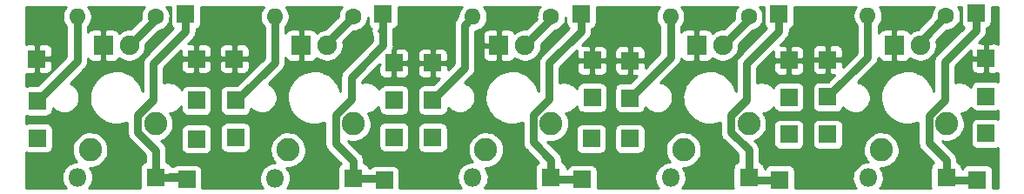
<source format=gbr>
G04 #@! TF.GenerationSoftware,KiCad,Pcbnew,6.0.0-unknown-cbea514~86~ubuntu18.04.1*
G04 #@! TF.CreationDate,2019-06-03T21:41:18+01:00*
G04 #@! TF.ProjectId,keyb,6b657962-2e6b-4696-9361-645f70636258,rev?*
G04 #@! TF.SameCoordinates,Original*
G04 #@! TF.FileFunction,Copper,L2,Bot*
G04 #@! TF.FilePolarity,Positive*
%FSLAX46Y46*%
G04 Gerber Fmt 4.6, Leading zero omitted, Abs format (unit mm)*
G04 Created by KiCad (PCBNEW 6.0.0-unknown-cbea514~86~ubuntu18.04.1) date 2019-06-03 21:41:18*
%MOMM*%
%LPD*%
G04 APERTURE LIST*
%ADD10R,1.700000X1.700000*%
%ADD11O,1.800000X1.800000*%
%ADD12R,1.800000X1.800000*%
%ADD13R,1.905000X1.905000*%
%ADD14C,1.905000*%
%ADD15C,2.250000*%
%ADD16O,1.600000X1.600000*%
%ADD17C,1.600000*%
%ADD18C,0.800000*%
%ADD19C,0.800000*%
%ADD20C,0.500000*%
%ADD21C,0.254000*%
G04 APERTURE END LIST*
D10*
X112826800Y-83997800D03*
X98374200Y-92151200D03*
X113766600Y-95707200D03*
X113766600Y-92075000D03*
X113766600Y-88392000D03*
X98348800Y-88519000D03*
X98374200Y-95783400D03*
X112928400Y-100203000D03*
D11*
X102285800Y-99999800D03*
D12*
X109905800Y-99999800D03*
D13*
X104851200Y-87122000D03*
D14*
X107391200Y-87122000D03*
D15*
X109931200Y-94742000D03*
X103581200Y-97282000D03*
D16*
X102260400Y-84251800D03*
D17*
X109880400Y-84251800D03*
D13*
X27863800Y-87122000D03*
D14*
X30403800Y-87122000D03*
D15*
X32943800Y-94742000D03*
X26593800Y-97282000D03*
D10*
X55092600Y-84074000D03*
X56159400Y-88849200D03*
X56159400Y-96062800D03*
X75361800Y-96189800D03*
X74472800Y-100177600D03*
X74371200Y-84074000D03*
X59918600Y-96088200D03*
X59918600Y-92456000D03*
X56159400Y-92456000D03*
X59918600Y-88823800D03*
X40741600Y-92481400D03*
X75438000Y-92202000D03*
X75438000Y-88569800D03*
X94589600Y-92176600D03*
X94589600Y-95783400D03*
X40741600Y-96088200D03*
X21463000Y-96139000D03*
X35890200Y-84074000D03*
X21412200Y-88442800D03*
X21463000Y-92532200D03*
X35991800Y-100177600D03*
X36931600Y-96240600D03*
X36931600Y-88442800D03*
X79121000Y-92252800D03*
X93700600Y-100203000D03*
X79121000Y-96189800D03*
X79121000Y-88620600D03*
X94589600Y-88569800D03*
X93624400Y-84074000D03*
X40614600Y-88442800D03*
X55219600Y-100279200D03*
X36931600Y-92481400D03*
D11*
X44577000Y-100076000D03*
D12*
X52197000Y-100076000D03*
D11*
X63830200Y-99974400D03*
D12*
X71450200Y-99974400D03*
D11*
X83058000Y-99999800D03*
D12*
X90678000Y-99999800D03*
D11*
X25349200Y-99974400D03*
D12*
X32969200Y-99974400D03*
D13*
X66370200Y-87122000D03*
D14*
X68910200Y-87122000D03*
D15*
X71450200Y-94742000D03*
X65100200Y-97282000D03*
D13*
X85598000Y-87122000D03*
D14*
X88138000Y-87122000D03*
D15*
X90678000Y-94742000D03*
X84328000Y-97282000D03*
D13*
X47117000Y-87122000D03*
D14*
X49657000Y-87122000D03*
D15*
X52197000Y-94742000D03*
X45847000Y-97282000D03*
D16*
X63830200Y-84328000D03*
D17*
X71450200Y-84328000D03*
D16*
X83058000Y-84328000D03*
D17*
X90678000Y-84328000D03*
D16*
X44551600Y-84328000D03*
D17*
X52171600Y-84328000D03*
D16*
X25323800Y-84328000D03*
D17*
X32943800Y-84328000D03*
D18*
X111201200Y-97485200D03*
X106705400Y-98018600D03*
X100812600Y-97637600D03*
X102463600Y-94335600D03*
X83464400Y-94259400D03*
X64693800Y-94284800D03*
X44754800Y-94259400D03*
X25933400Y-93599000D03*
X34645600Y-97205800D03*
X53771800Y-97561400D03*
X92532200Y-97510600D03*
X87833200Y-98120200D03*
X81711800Y-97942400D03*
X68554600Y-97942400D03*
X62534800Y-98044000D03*
X48717200Y-97663000D03*
X43281600Y-97942400D03*
X23952200Y-97764600D03*
D19*
X109905800Y-99999800D02*
X109905800Y-98299800D01*
X109726199Y-88748401D02*
X112826800Y-85647800D01*
X112826800Y-85647800D02*
X112826800Y-83997800D01*
X109905800Y-98299800D02*
X108206199Y-96600199D01*
X108206199Y-96600199D02*
X108206199Y-93955975D01*
X108206199Y-93955975D02*
X109726199Y-92435975D01*
X109726199Y-92435975D02*
X109726199Y-88748401D01*
X112928400Y-100203000D02*
X110109000Y-100203000D01*
X110109000Y-100203000D02*
X109905800Y-99999800D01*
X107391200Y-87122000D02*
X107391200Y-86741000D01*
X107391200Y-86741000D02*
X109880400Y-84251800D01*
X98374200Y-92151200D02*
X102260400Y-88265000D01*
X102260400Y-88265000D02*
X102260400Y-84251800D01*
X83058000Y-88315800D02*
X79121000Y-92252800D01*
X83058000Y-84328000D02*
X83058000Y-88315800D01*
X83058000Y-87567002D02*
X83058000Y-84328000D01*
X63830200Y-84328000D02*
X63030201Y-85127999D01*
X63030201Y-85127999D02*
X63030201Y-89344399D01*
X63030201Y-89344399D02*
X59918600Y-92456000D01*
X44551600Y-85459370D02*
X44551600Y-84328000D01*
X44551600Y-87541602D02*
X44551600Y-85459370D01*
X40741600Y-92481400D02*
X40844598Y-92481400D01*
X40844598Y-92481400D02*
X44551600Y-88774398D01*
X44551600Y-88774398D02*
X44551600Y-85459370D01*
X25323800Y-87567002D02*
X25323800Y-84328000D01*
X25323800Y-84328000D02*
X25323800Y-88671400D01*
X25323800Y-88671400D02*
X21463000Y-92532200D01*
X71450200Y-84328000D02*
X71450200Y-84582000D01*
X71450200Y-84582000D02*
X68910200Y-87122000D01*
X90678000Y-84328000D02*
X90678000Y-84582000D01*
X90678000Y-84582000D02*
X88138000Y-87122000D01*
X49657000Y-87122000D02*
X49657000Y-86842600D01*
X49657000Y-86842600D02*
X52171600Y-84328000D01*
X32943800Y-84328000D02*
X32943800Y-84582000D01*
X32943800Y-84582000D02*
X30403800Y-87122000D01*
X52197000Y-100076000D02*
X55016400Y-100076000D01*
X55016400Y-100076000D02*
X55219600Y-100279200D01*
X55092600Y-84074000D02*
X55092600Y-87135998D01*
X50471999Y-96650999D02*
X52197000Y-98376000D01*
X55092600Y-87135998D02*
X51991999Y-90236599D01*
X51991999Y-90236599D02*
X51991999Y-92393999D01*
X51991999Y-92393999D02*
X50471999Y-93913999D01*
X50471999Y-93913999D02*
X50471999Y-96650999D01*
X52197000Y-98376000D02*
X52197000Y-100076000D01*
D20*
X55092600Y-84074000D02*
X55092600Y-85424000D01*
X55092600Y-85424000D02*
X54792001Y-85724599D01*
D19*
X74472800Y-100177600D02*
X71653400Y-100177600D01*
X71653400Y-100177600D02*
X71450200Y-99974400D01*
X74371200Y-84074000D02*
X74371200Y-85724000D01*
X74371200Y-85724000D02*
X71245199Y-88850001D01*
X71245199Y-88850001D02*
X71245199Y-92393999D01*
X71245199Y-92393999D02*
X69725199Y-93913999D01*
X69725199Y-93913999D02*
X69725199Y-96549399D01*
X69725199Y-96549399D02*
X71450200Y-98274400D01*
X71450200Y-98274400D02*
X71450200Y-99974400D01*
X93624400Y-85724000D02*
X93624400Y-84074000D01*
X90472999Y-92435975D02*
X90472999Y-88875401D01*
X90678000Y-97295002D02*
X88952999Y-95570001D01*
X90678000Y-99999800D02*
X90678000Y-97295002D01*
X88952999Y-95570001D02*
X88952999Y-93913999D01*
X88952999Y-93955975D02*
X90472999Y-92435975D01*
X90472999Y-92393999D02*
X90472999Y-88875401D01*
X88952999Y-93913999D02*
X90472999Y-92393999D01*
X92050600Y-100203000D02*
X93700600Y-100203000D01*
X93700600Y-100203000D02*
X90881200Y-100203000D01*
X90472999Y-88875401D02*
X93624400Y-85724000D01*
X90881200Y-100203000D02*
X90678000Y-99999800D01*
X32969200Y-99974400D02*
X32969200Y-97320402D01*
X32969200Y-97320402D02*
X31218799Y-95570001D01*
X31218799Y-95570001D02*
X31218799Y-93955975D01*
X31218799Y-93955975D02*
X32738799Y-92435975D01*
X32738799Y-92435975D02*
X32738799Y-88875401D01*
X32738799Y-88875401D02*
X35890200Y-85724000D01*
X35890200Y-85724000D02*
X35890200Y-84074000D01*
X32969200Y-99974400D02*
X35941000Y-99974400D01*
X35941000Y-99974400D02*
X35991800Y-99923600D01*
X32738799Y-88875401D02*
X32738799Y-92393999D01*
X32738799Y-92393999D02*
X31218799Y-93913999D01*
X34341800Y-99923600D02*
X35991800Y-99923600D01*
D21*
G36*
X31754286Y-83516569D02*
G01*
X31637731Y-83721743D01*
X31556251Y-83943199D01*
X31512035Y-84174988D01*
X31506270Y-84410887D01*
X31524129Y-84537961D01*
X30527589Y-85534501D01*
X30278861Y-85534501D01*
X30032060Y-85573590D01*
X29794412Y-85650807D01*
X29571769Y-85764249D01*
X29389657Y-85896561D01*
X29356710Y-85826546D01*
X29254442Y-85702926D01*
X29124645Y-85608623D01*
X28975473Y-85549561D01*
X28816300Y-85529453D01*
X28149550Y-85534500D01*
X27990800Y-85693250D01*
X27990800Y-86995000D01*
X28010800Y-86995000D01*
X28010800Y-87249000D01*
X27990800Y-87249000D01*
X27990800Y-88550750D01*
X28149550Y-88709500D01*
X28816300Y-88714547D01*
X28975473Y-88694439D01*
X29124645Y-88635377D01*
X29254442Y-88541074D01*
X29356710Y-88417454D01*
X29389657Y-88347439D01*
X29571769Y-88479751D01*
X29794412Y-88593193D01*
X30032060Y-88670410D01*
X30278861Y-88709499D01*
X30528739Y-88709499D01*
X30775540Y-88670410D01*
X31013188Y-88593193D01*
X31235831Y-88479751D01*
X31437986Y-88332877D01*
X31614677Y-88156186D01*
X31761551Y-87954031D01*
X31874993Y-87731388D01*
X31952210Y-87493740D01*
X31991299Y-87246939D01*
X31991299Y-86998211D01*
X33262012Y-85727499D01*
X33357576Y-85707186D01*
X33577276Y-85621086D01*
X33779965Y-85500260D01*
X33960197Y-85347951D01*
X34113134Y-85168251D01*
X34234667Y-84965986D01*
X34321533Y-84746587D01*
X34371399Y-84515947D01*
X34378876Y-84210015D01*
X34340336Y-83977214D01*
X34264291Y-83753834D01*
X34152784Y-83545873D01*
X34031359Y-83388200D01*
X34400153Y-83388200D01*
X34400153Y-84924000D01*
X34431479Y-85121785D01*
X34499790Y-85266954D01*
X34602058Y-85390574D01*
X34693488Y-85457002D01*
X32046872Y-88103618D01*
X32011144Y-88132344D01*
X31974629Y-88175861D01*
X31970836Y-88179654D01*
X31942499Y-88214152D01*
X31880675Y-88287831D01*
X31878038Y-88292628D01*
X31874570Y-88296850D01*
X31829213Y-88381441D01*
X31782892Y-88465700D01*
X31781238Y-88470916D01*
X31778655Y-88475732D01*
X31750582Y-88567553D01*
X31721519Y-88659172D01*
X31720968Y-88664417D01*
X31719311Y-88669836D01*
X31698798Y-88871771D01*
X31703799Y-88924675D01*
X31703800Y-90646847D01*
X31703799Y-91642634D01*
X31645790Y-91409972D01*
X31530542Y-91109742D01*
X31379565Y-90825794D01*
X31195108Y-90562362D01*
X30979921Y-90323373D01*
X30737214Y-90112391D01*
X30470603Y-89932559D01*
X30184063Y-89786560D01*
X29881867Y-89676569D01*
X29568518Y-89604227D01*
X29248689Y-89570612D01*
X28927147Y-89576224D01*
X28608686Y-89620981D01*
X28298053Y-89704215D01*
X27999879Y-89824685D01*
X27718609Y-89980595D01*
X27458437Y-90169622D01*
X27223240Y-90388946D01*
X27016525Y-90635299D01*
X26841374Y-90905008D01*
X26700398Y-91194052D01*
X26595699Y-91498122D01*
X26528836Y-91812686D01*
X26500808Y-92133053D01*
X26512031Y-92454448D01*
X26562339Y-92772079D01*
X26650981Y-93081212D01*
X26776637Y-93377238D01*
X26937432Y-93655744D01*
X27130971Y-93912578D01*
X27354366Y-94143911D01*
X27604289Y-94346295D01*
X27877014Y-94516712D01*
X28168474Y-94652622D01*
X28474325Y-94751999D01*
X28790008Y-94813362D01*
X29110815Y-94835795D01*
X29431965Y-94818964D01*
X29748671Y-94763120D01*
X30056209Y-94669096D01*
X30183800Y-94612289D01*
X30183799Y-95513545D01*
X30178849Y-95559111D01*
X30183799Y-95615690D01*
X30183799Y-95621065D01*
X30188163Y-95665573D01*
X30196539Y-95761311D01*
X30198066Y-95766566D01*
X30198599Y-95772005D01*
X30226360Y-95863953D01*
X30253168Y-95956226D01*
X30255684Y-95961080D01*
X30257265Y-95966316D01*
X30302386Y-96051178D01*
X30346576Y-96136428D01*
X30349891Y-96140522D01*
X30352555Y-96145532D01*
X30480840Y-96302826D01*
X30521794Y-96336706D01*
X31934201Y-97749114D01*
X31934201Y-98455735D01*
X31871415Y-98465679D01*
X31726246Y-98533990D01*
X31602626Y-98636258D01*
X31508323Y-98766055D01*
X31449261Y-98915227D01*
X31429153Y-99074400D01*
X31429153Y-100874400D01*
X31451549Y-101015800D01*
X26480281Y-101015800D01*
X26613764Y-100853295D01*
X26738016Y-100639809D01*
X26826537Y-100409204D01*
X26877050Y-100167412D01*
X26888255Y-99920655D01*
X26859864Y-99675280D01*
X26792608Y-99437601D01*
X26688216Y-99213733D01*
X26572742Y-99043818D01*
X26784412Y-99036612D01*
X27041666Y-98989165D01*
X27289082Y-98904214D01*
X27521223Y-98783626D01*
X27732991Y-98630050D01*
X27919732Y-98446860D01*
X28077345Y-98238080D01*
X28202368Y-98008296D01*
X28292052Y-97762557D01*
X28344429Y-97506261D01*
X28353995Y-97152739D01*
X28315555Y-96893986D01*
X28239291Y-96643756D01*
X28126878Y-96407548D01*
X27980786Y-96190549D01*
X27804225Y-95997528D01*
X27601072Y-95832725D01*
X27375792Y-95699760D01*
X27133332Y-95601554D01*
X26879020Y-95540264D01*
X26618442Y-95517237D01*
X26357323Y-95532979D01*
X26101399Y-95587144D01*
X25856292Y-95678542D01*
X25627387Y-95805165D01*
X25419712Y-95964232D01*
X25237830Y-96152248D01*
X25085736Y-96365083D01*
X24966771Y-96598060D01*
X24883550Y-96846063D01*
X24837900Y-97103642D01*
X24830824Y-97365140D01*
X24862478Y-97624811D01*
X24932166Y-97876951D01*
X25038357Y-98116021D01*
X25178718Y-98336770D01*
X25269040Y-98440857D01*
X25102984Y-98454217D01*
X24863103Y-98513138D01*
X24635727Y-98609653D01*
X24426708Y-98741279D01*
X24241422Y-98904631D01*
X24084636Y-99095505D01*
X23960384Y-99308991D01*
X23871863Y-99539596D01*
X23821350Y-99781388D01*
X23810145Y-100028145D01*
X23838536Y-100273520D01*
X23905792Y-100511199D01*
X24010184Y-100735067D01*
X24149025Y-100939365D01*
X24221306Y-101015800D01*
X20320000Y-101015800D01*
X20320000Y-97555953D01*
X20453827Y-97608939D01*
X20613000Y-97629047D01*
X22313000Y-97629047D01*
X22510785Y-97597721D01*
X22655954Y-97529410D01*
X22779574Y-97427142D01*
X22873877Y-97297345D01*
X22932939Y-97148173D01*
X22953047Y-96989000D01*
X22953047Y-95289000D01*
X22921721Y-95091215D01*
X22853410Y-94946046D01*
X22751142Y-94822426D01*
X22621345Y-94728123D01*
X22472173Y-94669061D01*
X22313000Y-94648953D01*
X20613000Y-94648953D01*
X20415215Y-94680279D01*
X20320000Y-94725084D01*
X20320000Y-93949153D01*
X20453827Y-94002139D01*
X20613000Y-94022247D01*
X22313000Y-94022247D01*
X22510785Y-93990921D01*
X22655954Y-93922610D01*
X22779574Y-93820342D01*
X22873877Y-93690545D01*
X22932939Y-93541373D01*
X22953047Y-93382200D01*
X22953047Y-93237731D01*
X22990100Y-93280657D01*
X23176240Y-93436847D01*
X23384957Y-93561267D01*
X23610883Y-93650718D01*
X23848203Y-93702896D01*
X24090813Y-93716460D01*
X24332470Y-93691061D01*
X24566958Y-93627352D01*
X24788244Y-93526972D01*
X24990634Y-93392504D01*
X25168922Y-93227408D01*
X25318521Y-93035930D01*
X25435582Y-92822997D01*
X25517093Y-92594088D01*
X25560957Y-92355091D01*
X25563832Y-92080506D01*
X25524983Y-91840643D01*
X25448284Y-91610077D01*
X25335708Y-91394739D01*
X25190152Y-91200171D01*
X25015361Y-91031377D01*
X24815831Y-90892700D01*
X24647068Y-90811842D01*
X26015732Y-89443179D01*
X26051455Y-89414457D01*
X26087965Y-89370946D01*
X26091764Y-89367147D01*
X26120145Y-89332596D01*
X26181924Y-89258970D01*
X26184560Y-89254176D01*
X26188029Y-89249952D01*
X26233421Y-89165297D01*
X26279707Y-89081102D01*
X26281360Y-89075891D01*
X26283945Y-89071070D01*
X26312040Y-88979174D01*
X26341080Y-88887630D01*
X26341631Y-88882388D01*
X26343289Y-88876965D01*
X26363801Y-88675031D01*
X26358800Y-88622127D01*
X26358800Y-88391761D01*
X26370890Y-88417454D01*
X26473158Y-88541074D01*
X26602955Y-88635377D01*
X26752127Y-88694439D01*
X26911300Y-88714547D01*
X27578050Y-88709500D01*
X27736800Y-88550750D01*
X27736800Y-87249000D01*
X27716800Y-87249000D01*
X27716800Y-86995000D01*
X27736800Y-86995000D01*
X27736800Y-85693250D01*
X27578050Y-85534500D01*
X26911300Y-85529453D01*
X26752127Y-85549561D01*
X26602955Y-85608623D01*
X26473158Y-85702926D01*
X26370890Y-85826546D01*
X26358800Y-85852239D01*
X26358800Y-85326482D01*
X26376889Y-85310022D01*
X26523138Y-85124838D01*
X26637178Y-84918256D01*
X26715946Y-84695821D01*
X26757328Y-84463508D01*
X26760210Y-84227556D01*
X26724517Y-83994302D01*
X26651207Y-83770009D01*
X26542249Y-83560702D01*
X26412731Y-83388200D01*
X31858237Y-83388200D01*
X31754286Y-83516569D01*
X31754286Y-83516569D01*
G37*
X31754286Y-83516569D02*
X31637731Y-83721743D01*
X31556251Y-83943199D01*
X31512035Y-84174988D01*
X31506270Y-84410887D01*
X31524129Y-84537961D01*
X30527589Y-85534501D01*
X30278861Y-85534501D01*
X30032060Y-85573590D01*
X29794412Y-85650807D01*
X29571769Y-85764249D01*
X29389657Y-85896561D01*
X29356710Y-85826546D01*
X29254442Y-85702926D01*
X29124645Y-85608623D01*
X28975473Y-85549561D01*
X28816300Y-85529453D01*
X28149550Y-85534500D01*
X27990800Y-85693250D01*
X27990800Y-86995000D01*
X28010800Y-86995000D01*
X28010800Y-87249000D01*
X27990800Y-87249000D01*
X27990800Y-88550750D01*
X28149550Y-88709500D01*
X28816300Y-88714547D01*
X28975473Y-88694439D01*
X29124645Y-88635377D01*
X29254442Y-88541074D01*
X29356710Y-88417454D01*
X29389657Y-88347439D01*
X29571769Y-88479751D01*
X29794412Y-88593193D01*
X30032060Y-88670410D01*
X30278861Y-88709499D01*
X30528739Y-88709499D01*
X30775540Y-88670410D01*
X31013188Y-88593193D01*
X31235831Y-88479751D01*
X31437986Y-88332877D01*
X31614677Y-88156186D01*
X31761551Y-87954031D01*
X31874993Y-87731388D01*
X31952210Y-87493740D01*
X31991299Y-87246939D01*
X31991299Y-86998211D01*
X33262012Y-85727499D01*
X33357576Y-85707186D01*
X33577276Y-85621086D01*
X33779965Y-85500260D01*
X33960197Y-85347951D01*
X34113134Y-85168251D01*
X34234667Y-84965986D01*
X34321533Y-84746587D01*
X34371399Y-84515947D01*
X34378876Y-84210015D01*
X34340336Y-83977214D01*
X34264291Y-83753834D01*
X34152784Y-83545873D01*
X34031359Y-83388200D01*
X34400153Y-83388200D01*
X34400153Y-84924000D01*
X34431479Y-85121785D01*
X34499790Y-85266954D01*
X34602058Y-85390574D01*
X34693488Y-85457002D01*
X32046872Y-88103618D01*
X32011144Y-88132344D01*
X31974629Y-88175861D01*
X31970836Y-88179654D01*
X31942499Y-88214152D01*
X31880675Y-88287831D01*
X31878038Y-88292628D01*
X31874570Y-88296850D01*
X31829213Y-88381441D01*
X31782892Y-88465700D01*
X31781238Y-88470916D01*
X31778655Y-88475732D01*
X31750582Y-88567553D01*
X31721519Y-88659172D01*
X31720968Y-88664417D01*
X31719311Y-88669836D01*
X31698798Y-88871771D01*
X31703799Y-88924675D01*
X31703800Y-90646847D01*
X31703799Y-91642634D01*
X31645790Y-91409972D01*
X31530542Y-91109742D01*
X31379565Y-90825794D01*
X31195108Y-90562362D01*
X30979921Y-90323373D01*
X30737214Y-90112391D01*
X30470603Y-89932559D01*
X30184063Y-89786560D01*
X29881867Y-89676569D01*
X29568518Y-89604227D01*
X29248689Y-89570612D01*
X28927147Y-89576224D01*
X28608686Y-89620981D01*
X28298053Y-89704215D01*
X27999879Y-89824685D01*
X27718609Y-89980595D01*
X27458437Y-90169622D01*
X27223240Y-90388946D01*
X27016525Y-90635299D01*
X26841374Y-90905008D01*
X26700398Y-91194052D01*
X26595699Y-91498122D01*
X26528836Y-91812686D01*
X26500808Y-92133053D01*
X26512031Y-92454448D01*
X26562339Y-92772079D01*
X26650981Y-93081212D01*
X26776637Y-93377238D01*
X26937432Y-93655744D01*
X27130971Y-93912578D01*
X27354366Y-94143911D01*
X27604289Y-94346295D01*
X27877014Y-94516712D01*
X28168474Y-94652622D01*
X28474325Y-94751999D01*
X28790008Y-94813362D01*
X29110815Y-94835795D01*
X29431965Y-94818964D01*
X29748671Y-94763120D01*
X30056209Y-94669096D01*
X30183800Y-94612289D01*
X30183799Y-95513545D01*
X30178849Y-95559111D01*
X30183799Y-95615690D01*
X30183799Y-95621065D01*
X30188163Y-95665573D01*
X30196539Y-95761311D01*
X30198066Y-95766566D01*
X30198599Y-95772005D01*
X30226360Y-95863953D01*
X30253168Y-95956226D01*
X30255684Y-95961080D01*
X30257265Y-95966316D01*
X30302386Y-96051178D01*
X30346576Y-96136428D01*
X30349891Y-96140522D01*
X30352555Y-96145532D01*
X30480840Y-96302826D01*
X30521794Y-96336706D01*
X31934201Y-97749114D01*
X31934201Y-98455735D01*
X31871415Y-98465679D01*
X31726246Y-98533990D01*
X31602626Y-98636258D01*
X31508323Y-98766055D01*
X31449261Y-98915227D01*
X31429153Y-99074400D01*
X31429153Y-100874400D01*
X31451549Y-101015800D01*
X26480281Y-101015800D01*
X26613764Y-100853295D01*
X26738016Y-100639809D01*
X26826537Y-100409204D01*
X26877050Y-100167412D01*
X26888255Y-99920655D01*
X26859864Y-99675280D01*
X26792608Y-99437601D01*
X26688216Y-99213733D01*
X26572742Y-99043818D01*
X26784412Y-99036612D01*
X27041666Y-98989165D01*
X27289082Y-98904214D01*
X27521223Y-98783626D01*
X27732991Y-98630050D01*
X27919732Y-98446860D01*
X28077345Y-98238080D01*
X28202368Y-98008296D01*
X28292052Y-97762557D01*
X28344429Y-97506261D01*
X28353995Y-97152739D01*
X28315555Y-96893986D01*
X28239291Y-96643756D01*
X28126878Y-96407548D01*
X27980786Y-96190549D01*
X27804225Y-95997528D01*
X27601072Y-95832725D01*
X27375792Y-95699760D01*
X27133332Y-95601554D01*
X26879020Y-95540264D01*
X26618442Y-95517237D01*
X26357323Y-95532979D01*
X26101399Y-95587144D01*
X25856292Y-95678542D01*
X25627387Y-95805165D01*
X25419712Y-95964232D01*
X25237830Y-96152248D01*
X25085736Y-96365083D01*
X24966771Y-96598060D01*
X24883550Y-96846063D01*
X24837900Y-97103642D01*
X24830824Y-97365140D01*
X24862478Y-97624811D01*
X24932166Y-97876951D01*
X25038357Y-98116021D01*
X25178718Y-98336770D01*
X25269040Y-98440857D01*
X25102984Y-98454217D01*
X24863103Y-98513138D01*
X24635727Y-98609653D01*
X24426708Y-98741279D01*
X24241422Y-98904631D01*
X24084636Y-99095505D01*
X23960384Y-99308991D01*
X23871863Y-99539596D01*
X23821350Y-99781388D01*
X23810145Y-100028145D01*
X23838536Y-100273520D01*
X23905792Y-100511199D01*
X24010184Y-100735067D01*
X24149025Y-100939365D01*
X24221306Y-101015800D01*
X20320000Y-101015800D01*
X20320000Y-97555953D01*
X20453827Y-97608939D01*
X20613000Y-97629047D01*
X22313000Y-97629047D01*
X22510785Y-97597721D01*
X22655954Y-97529410D01*
X22779574Y-97427142D01*
X22873877Y-97297345D01*
X22932939Y-97148173D01*
X22953047Y-96989000D01*
X22953047Y-95289000D01*
X22921721Y-95091215D01*
X22853410Y-94946046D01*
X22751142Y-94822426D01*
X22621345Y-94728123D01*
X22472173Y-94669061D01*
X22313000Y-94648953D01*
X20613000Y-94648953D01*
X20415215Y-94680279D01*
X20320000Y-94725084D01*
X20320000Y-93949153D01*
X20453827Y-94002139D01*
X20613000Y-94022247D01*
X22313000Y-94022247D01*
X22510785Y-93990921D01*
X22655954Y-93922610D01*
X22779574Y-93820342D01*
X22873877Y-93690545D01*
X22932939Y-93541373D01*
X22953047Y-93382200D01*
X22953047Y-93237731D01*
X22990100Y-93280657D01*
X23176240Y-93436847D01*
X23384957Y-93561267D01*
X23610883Y-93650718D01*
X23848203Y-93702896D01*
X24090813Y-93716460D01*
X24332470Y-93691061D01*
X24566958Y-93627352D01*
X24788244Y-93526972D01*
X24990634Y-93392504D01*
X25168922Y-93227408D01*
X25318521Y-93035930D01*
X25435582Y-92822997D01*
X25517093Y-92594088D01*
X25560957Y-92355091D01*
X25563832Y-92080506D01*
X25524983Y-91840643D01*
X25448284Y-91610077D01*
X25335708Y-91394739D01*
X25190152Y-91200171D01*
X25015361Y-91031377D01*
X24815831Y-90892700D01*
X24647068Y-90811842D01*
X26015732Y-89443179D01*
X26051455Y-89414457D01*
X26087965Y-89370946D01*
X26091764Y-89367147D01*
X26120145Y-89332596D01*
X26181924Y-89258970D01*
X26184560Y-89254176D01*
X26188029Y-89249952D01*
X26233421Y-89165297D01*
X26279707Y-89081102D01*
X26281360Y-89075891D01*
X26283945Y-89071070D01*
X26312040Y-88979174D01*
X26341080Y-88887630D01*
X26341631Y-88882388D01*
X26343289Y-88876965D01*
X26363801Y-88675031D01*
X26358800Y-88622127D01*
X26358800Y-88391761D01*
X26370890Y-88417454D01*
X26473158Y-88541074D01*
X26602955Y-88635377D01*
X26752127Y-88694439D01*
X26911300Y-88714547D01*
X27578050Y-88709500D01*
X27736800Y-88550750D01*
X27736800Y-87249000D01*
X27716800Y-87249000D01*
X27716800Y-86995000D01*
X27736800Y-86995000D01*
X27736800Y-85693250D01*
X27578050Y-85534500D01*
X26911300Y-85529453D01*
X26752127Y-85549561D01*
X26602955Y-85608623D01*
X26473158Y-85702926D01*
X26370890Y-85826546D01*
X26358800Y-85852239D01*
X26358800Y-85326482D01*
X26376889Y-85310022D01*
X26523138Y-85124838D01*
X26637178Y-84918256D01*
X26715946Y-84695821D01*
X26757328Y-84463508D01*
X26760210Y-84227556D01*
X26724517Y-83994302D01*
X26651207Y-83770009D01*
X26542249Y-83560702D01*
X26412731Y-83388200D01*
X31858237Y-83388200D01*
X31754286Y-83516569D01*
G36*
X112376190Y-93267954D02*
G01*
X112478458Y-93391574D01*
X112608255Y-93485877D01*
X112757427Y-93544939D01*
X112916600Y-93565047D01*
X114616600Y-93565047D01*
X114814385Y-93533721D01*
X114949420Y-93470179D01*
X114950553Y-94314929D01*
X114924945Y-94296323D01*
X114775773Y-94237261D01*
X114616600Y-94217153D01*
X112916600Y-94217153D01*
X112718815Y-94248479D01*
X112573646Y-94316790D01*
X112450026Y-94419058D01*
X112355723Y-94548855D01*
X112296661Y-94698027D01*
X112276553Y-94857200D01*
X112276553Y-96557200D01*
X112307879Y-96754985D01*
X112376190Y-96900154D01*
X112478458Y-97023774D01*
X112608255Y-97118077D01*
X112757427Y-97177139D01*
X112916600Y-97197247D01*
X114616600Y-97197247D01*
X114814385Y-97165921D01*
X114954292Y-97100086D01*
X114959548Y-101015800D01*
X114418447Y-101015800D01*
X114418447Y-99353000D01*
X114387121Y-99155215D01*
X114318810Y-99010046D01*
X114216542Y-98886426D01*
X114086745Y-98792123D01*
X113937573Y-98733061D01*
X113778400Y-98712953D01*
X112078400Y-98712953D01*
X111880615Y-98744279D01*
X111735446Y-98812590D01*
X111611826Y-98914858D01*
X111517523Y-99044655D01*
X111468687Y-99168000D01*
X111445847Y-99168000D01*
X111445847Y-99099800D01*
X111414521Y-98902015D01*
X111346210Y-98756846D01*
X111243942Y-98633226D01*
X111114145Y-98538923D01*
X110964973Y-98479861D01*
X110940800Y-98476807D01*
X110940800Y-98356256D01*
X110945750Y-98310691D01*
X110940800Y-98254111D01*
X110940800Y-98248735D01*
X110936435Y-98204219D01*
X110928060Y-98108489D01*
X110926533Y-98103234D01*
X110926000Y-98097795D01*
X110898239Y-98005847D01*
X110871431Y-97913574D01*
X110868915Y-97908720D01*
X110867334Y-97903484D01*
X110822222Y-97818641D01*
X110778023Y-97733372D01*
X110774706Y-97729276D01*
X110772044Y-97724269D01*
X110643759Y-97566975D01*
X110602811Y-97533100D01*
X109525119Y-96455408D01*
X109600484Y-96475673D01*
X109860370Y-96505513D01*
X110121812Y-96496612D01*
X110379066Y-96449165D01*
X110626482Y-96364214D01*
X110858623Y-96243626D01*
X111070391Y-96090050D01*
X111257132Y-95906860D01*
X111414745Y-95698080D01*
X111539768Y-95468296D01*
X111629452Y-95222557D01*
X111681829Y-94966261D01*
X111691395Y-94612739D01*
X111652955Y-94353986D01*
X111576691Y-94103756D01*
X111464278Y-93867548D01*
X111354343Y-93704254D01*
X111479870Y-93691061D01*
X111714358Y-93627352D01*
X111935644Y-93526972D01*
X112138034Y-93392504D01*
X112316322Y-93227408D01*
X112341778Y-93194825D01*
X112376190Y-93267954D01*
X112376190Y-93267954D01*
G37*
X112376190Y-93267954D02*
X112478458Y-93391574D01*
X112608255Y-93485877D01*
X112757427Y-93544939D01*
X112916600Y-93565047D01*
X114616600Y-93565047D01*
X114814385Y-93533721D01*
X114949420Y-93470179D01*
X114950553Y-94314929D01*
X114924945Y-94296323D01*
X114775773Y-94237261D01*
X114616600Y-94217153D01*
X112916600Y-94217153D01*
X112718815Y-94248479D01*
X112573646Y-94316790D01*
X112450026Y-94419058D01*
X112355723Y-94548855D01*
X112296661Y-94698027D01*
X112276553Y-94857200D01*
X112276553Y-96557200D01*
X112307879Y-96754985D01*
X112376190Y-96900154D01*
X112478458Y-97023774D01*
X112608255Y-97118077D01*
X112757427Y-97177139D01*
X112916600Y-97197247D01*
X114616600Y-97197247D01*
X114814385Y-97165921D01*
X114954292Y-97100086D01*
X114959548Y-101015800D01*
X114418447Y-101015800D01*
X114418447Y-99353000D01*
X114387121Y-99155215D01*
X114318810Y-99010046D01*
X114216542Y-98886426D01*
X114086745Y-98792123D01*
X113937573Y-98733061D01*
X113778400Y-98712953D01*
X112078400Y-98712953D01*
X111880615Y-98744279D01*
X111735446Y-98812590D01*
X111611826Y-98914858D01*
X111517523Y-99044655D01*
X111468687Y-99168000D01*
X111445847Y-99168000D01*
X111445847Y-99099800D01*
X111414521Y-98902015D01*
X111346210Y-98756846D01*
X111243942Y-98633226D01*
X111114145Y-98538923D01*
X110964973Y-98479861D01*
X110940800Y-98476807D01*
X110940800Y-98356256D01*
X110945750Y-98310691D01*
X110940800Y-98254111D01*
X110940800Y-98248735D01*
X110936435Y-98204219D01*
X110928060Y-98108489D01*
X110926533Y-98103234D01*
X110926000Y-98097795D01*
X110898239Y-98005847D01*
X110871431Y-97913574D01*
X110868915Y-97908720D01*
X110867334Y-97903484D01*
X110822222Y-97818641D01*
X110778023Y-97733372D01*
X110774706Y-97729276D01*
X110772044Y-97724269D01*
X110643759Y-97566975D01*
X110602811Y-97533100D01*
X109525119Y-96455408D01*
X109600484Y-96475673D01*
X109860370Y-96505513D01*
X110121812Y-96496612D01*
X110379066Y-96449165D01*
X110626482Y-96364214D01*
X110858623Y-96243626D01*
X111070391Y-96090050D01*
X111257132Y-95906860D01*
X111414745Y-95698080D01*
X111539768Y-95468296D01*
X111629452Y-95222557D01*
X111681829Y-94966261D01*
X111691395Y-94612739D01*
X111652955Y-94353986D01*
X111576691Y-94103756D01*
X111464278Y-93867548D01*
X111354343Y-93704254D01*
X111479870Y-93691061D01*
X111714358Y-93627352D01*
X111935644Y-93526972D01*
X112138034Y-93392504D01*
X112316322Y-93227408D01*
X112341778Y-93194825D01*
X112376190Y-93267954D01*
G36*
X111336753Y-84847800D02*
G01*
X111368079Y-85045585D01*
X111436390Y-85190754D01*
X111538658Y-85314374D01*
X111630088Y-85380802D01*
X109034268Y-87976622D01*
X108998545Y-88005344D01*
X108962035Y-88048855D01*
X108958236Y-88052654D01*
X108929853Y-88087208D01*
X108868076Y-88160831D01*
X108865441Y-88165625D01*
X108861970Y-88169850D01*
X108816580Y-88254503D01*
X108770293Y-88338699D01*
X108768639Y-88343912D01*
X108766055Y-88348732D01*
X108737964Y-88440613D01*
X108708920Y-88532171D01*
X108708369Y-88537413D01*
X108706711Y-88542836D01*
X108686198Y-88744771D01*
X108691200Y-88797685D01*
X108691199Y-91642634D01*
X108633190Y-91409972D01*
X108517942Y-91109742D01*
X108366965Y-90825794D01*
X108182508Y-90562362D01*
X107967321Y-90323373D01*
X107724614Y-90112391D01*
X107458003Y-89932559D01*
X107171463Y-89786560D01*
X106869267Y-89676569D01*
X106555918Y-89604227D01*
X106236089Y-89570612D01*
X105914547Y-89576224D01*
X105596086Y-89620981D01*
X105285453Y-89704215D01*
X104987279Y-89824685D01*
X104706009Y-89980595D01*
X104445837Y-90169622D01*
X104210640Y-90388946D01*
X104003925Y-90635299D01*
X103828774Y-90905008D01*
X103687798Y-91194052D01*
X103583099Y-91498122D01*
X103516236Y-91812686D01*
X103488208Y-92133053D01*
X103499431Y-92454448D01*
X103549739Y-92772079D01*
X103638381Y-93081212D01*
X103764037Y-93377238D01*
X103924832Y-93655744D01*
X104118371Y-93912578D01*
X104341766Y-94143911D01*
X104591689Y-94346295D01*
X104864414Y-94516712D01*
X105155874Y-94652622D01*
X105461725Y-94751999D01*
X105777408Y-94813362D01*
X106098215Y-94835795D01*
X106419365Y-94818964D01*
X106736071Y-94763120D01*
X107043609Y-94669096D01*
X107171200Y-94612289D01*
X107171199Y-96543743D01*
X107166249Y-96589309D01*
X107171199Y-96645888D01*
X107171199Y-96651263D01*
X107175563Y-96695771D01*
X107183939Y-96791509D01*
X107185466Y-96796764D01*
X107185999Y-96802203D01*
X107213760Y-96894151D01*
X107240568Y-96986424D01*
X107243084Y-96991278D01*
X107244665Y-96996514D01*
X107289786Y-97081376D01*
X107333976Y-97166626D01*
X107337291Y-97170720D01*
X107339955Y-97175730D01*
X107468240Y-97333024D01*
X107509194Y-97366904D01*
X108689253Y-98546964D01*
X108662846Y-98559390D01*
X108539226Y-98661658D01*
X108444923Y-98791455D01*
X108385861Y-98940627D01*
X108365753Y-99099800D01*
X108365753Y-100899800D01*
X108384126Y-101015800D01*
X103437744Y-101015800D01*
X103550364Y-100878695D01*
X103674616Y-100665209D01*
X103763137Y-100434604D01*
X103813650Y-100192812D01*
X103824855Y-99946055D01*
X103796464Y-99700680D01*
X103729208Y-99463001D01*
X103624816Y-99239133D01*
X103491781Y-99043379D01*
X103510370Y-99045513D01*
X103771812Y-99036612D01*
X104029066Y-98989165D01*
X104276482Y-98904214D01*
X104508623Y-98783626D01*
X104720391Y-98630050D01*
X104907132Y-98446860D01*
X105064745Y-98238080D01*
X105189768Y-98008296D01*
X105279452Y-97762557D01*
X105331829Y-97506261D01*
X105341395Y-97152739D01*
X105302955Y-96893986D01*
X105226691Y-96643756D01*
X105114278Y-96407548D01*
X104968186Y-96190549D01*
X104791625Y-95997528D01*
X104588472Y-95832725D01*
X104363192Y-95699760D01*
X104120732Y-95601554D01*
X103866420Y-95540264D01*
X103605842Y-95517237D01*
X103344723Y-95532979D01*
X103088799Y-95587144D01*
X102843692Y-95678542D01*
X102614787Y-95805165D01*
X102407112Y-95964232D01*
X102225230Y-96152248D01*
X102073136Y-96365083D01*
X101954171Y-96598060D01*
X101870950Y-96846063D01*
X101825300Y-97103642D01*
X101818224Y-97365140D01*
X101849878Y-97624811D01*
X101919566Y-97876951D01*
X102025757Y-98116021D01*
X102166118Y-98336770D01*
X102277217Y-98464800D01*
X102223743Y-98464800D01*
X102039584Y-98479617D01*
X101799703Y-98538538D01*
X101572327Y-98635053D01*
X101363308Y-98766679D01*
X101178022Y-98930031D01*
X101021236Y-99120905D01*
X100896984Y-99334391D01*
X100808463Y-99564996D01*
X100757950Y-99806788D01*
X100746745Y-100053545D01*
X100775136Y-100298920D01*
X100842392Y-100536599D01*
X100946784Y-100760467D01*
X101085625Y-100964765D01*
X101133886Y-101015800D01*
X95190647Y-101015800D01*
X95190647Y-99353000D01*
X95159321Y-99155215D01*
X95091010Y-99010046D01*
X94988742Y-98886426D01*
X94858945Y-98792123D01*
X94709773Y-98733061D01*
X94550600Y-98712953D01*
X92850600Y-98712953D01*
X92652815Y-98744279D01*
X92507646Y-98812590D01*
X92384026Y-98914858D01*
X92289723Y-99044655D01*
X92240887Y-99168000D01*
X92218047Y-99168000D01*
X92218047Y-99099800D01*
X92186721Y-98902015D01*
X92118410Y-98756846D01*
X92016142Y-98633226D01*
X91886345Y-98538923D01*
X91737173Y-98479861D01*
X91713000Y-98476807D01*
X91713000Y-97351458D01*
X91717950Y-97305892D01*
X91713000Y-97249312D01*
X91713000Y-97243937D01*
X91708635Y-97199425D01*
X91700260Y-97103691D01*
X91698733Y-97098436D01*
X91698200Y-97092997D01*
X91670439Y-97001049D01*
X91643631Y-96908776D01*
X91641115Y-96903922D01*
X91639534Y-96898686D01*
X91594422Y-96813843D01*
X91550223Y-96728574D01*
X91546906Y-96724478D01*
X91544244Y-96719471D01*
X91415959Y-96562177D01*
X91375011Y-96528302D01*
X91252421Y-96405712D01*
X91373282Y-96364214D01*
X91605423Y-96243626D01*
X91817191Y-96090050D01*
X92003932Y-95906860D01*
X92161545Y-95698080D01*
X92286568Y-95468296D01*
X92376252Y-95222557D01*
X92428629Y-94966261D01*
X92429518Y-94933400D01*
X93099553Y-94933400D01*
X93099553Y-96633400D01*
X93130879Y-96831185D01*
X93199190Y-96976354D01*
X93301458Y-97099974D01*
X93431255Y-97194277D01*
X93580427Y-97253339D01*
X93739600Y-97273447D01*
X95439600Y-97273447D01*
X95637385Y-97242121D01*
X95782554Y-97173810D01*
X95906174Y-97071542D01*
X96000477Y-96941745D01*
X96059539Y-96792573D01*
X96079647Y-96633400D01*
X96079647Y-94933400D01*
X96884153Y-94933400D01*
X96884153Y-96633400D01*
X96915479Y-96831185D01*
X96983790Y-96976354D01*
X97086058Y-97099974D01*
X97215855Y-97194277D01*
X97365027Y-97253339D01*
X97524200Y-97273447D01*
X99224200Y-97273447D01*
X99421985Y-97242121D01*
X99567154Y-97173810D01*
X99690774Y-97071542D01*
X99785077Y-96941745D01*
X99844139Y-96792573D01*
X99864247Y-96633400D01*
X99864247Y-94933400D01*
X99832921Y-94735615D01*
X99764610Y-94590446D01*
X99662342Y-94466826D01*
X99532545Y-94372523D01*
X99383373Y-94313461D01*
X99224200Y-94293353D01*
X97524200Y-94293353D01*
X97326415Y-94324679D01*
X97181246Y-94392990D01*
X97057626Y-94495258D01*
X96963323Y-94625055D01*
X96904261Y-94774227D01*
X96884153Y-94933400D01*
X96079647Y-94933400D01*
X96048321Y-94735615D01*
X95980010Y-94590446D01*
X95877742Y-94466826D01*
X95747945Y-94372523D01*
X95598773Y-94313461D01*
X95439600Y-94293353D01*
X93739600Y-94293353D01*
X93541815Y-94324679D01*
X93396646Y-94392990D01*
X93273026Y-94495258D01*
X93178723Y-94625055D01*
X93119661Y-94774227D01*
X93099553Y-94933400D01*
X92429518Y-94933400D01*
X92438195Y-94612739D01*
X92399755Y-94353986D01*
X92323491Y-94103756D01*
X92211078Y-93867548D01*
X92101143Y-93704254D01*
X92226670Y-93691061D01*
X92461158Y-93627352D01*
X92682444Y-93526972D01*
X92884834Y-93392504D01*
X93063122Y-93227408D01*
X93119856Y-93154791D01*
X93130879Y-93224385D01*
X93199190Y-93369554D01*
X93301458Y-93493174D01*
X93431255Y-93587477D01*
X93580427Y-93646539D01*
X93739600Y-93666647D01*
X95439600Y-93666647D01*
X95637385Y-93635321D01*
X95782554Y-93567010D01*
X95906174Y-93464742D01*
X96000477Y-93334945D01*
X96059539Y-93185773D01*
X96079647Y-93026600D01*
X96079647Y-91326600D01*
X96048321Y-91128815D01*
X95980010Y-90983646D01*
X95877742Y-90860026D01*
X95747945Y-90765723D01*
X95598773Y-90706661D01*
X95439600Y-90686553D01*
X93739600Y-90686553D01*
X93541815Y-90717879D01*
X93396646Y-90786190D01*
X93273026Y-90888458D01*
X93178723Y-91018255D01*
X93119661Y-91167427D01*
X93111021Y-91235820D01*
X93084352Y-91200171D01*
X92909561Y-91031377D01*
X92710031Y-90892700D01*
X92490896Y-90787708D01*
X92257794Y-90719102D01*
X92016721Y-90688647D01*
X91773880Y-90697128D01*
X91535519Y-90744324D01*
X91507999Y-90754559D01*
X91507999Y-89459989D01*
X93100816Y-89459989D01*
X93130879Y-89617585D01*
X93199190Y-89762754D01*
X93301458Y-89886374D01*
X93431255Y-89980677D01*
X93580427Y-90039739D01*
X93739600Y-90059847D01*
X94303850Y-90054800D01*
X94462600Y-89896050D01*
X94462600Y-88696800D01*
X94716600Y-88696800D01*
X94716600Y-89896050D01*
X94875350Y-90054800D01*
X95439600Y-90059847D01*
X95598773Y-90039739D01*
X95747945Y-89980677D01*
X95877742Y-89886374D01*
X95980010Y-89762754D01*
X96048321Y-89617585D01*
X96078384Y-89459989D01*
X96078066Y-89409189D01*
X96860016Y-89409189D01*
X96890079Y-89566785D01*
X96958390Y-89711954D01*
X97060658Y-89835574D01*
X97190455Y-89929877D01*
X97339627Y-89988939D01*
X97498800Y-90009047D01*
X98063050Y-90004000D01*
X98221800Y-89845250D01*
X98221800Y-88646000D01*
X97022550Y-88646000D01*
X96863800Y-88804750D01*
X96860016Y-89409189D01*
X96078066Y-89409189D01*
X96074600Y-88855550D01*
X95915850Y-88696800D01*
X94716600Y-88696800D01*
X94462600Y-88696800D01*
X93263350Y-88696800D01*
X93104600Y-88855550D01*
X93100816Y-89459989D01*
X91507999Y-89459989D01*
X91507999Y-89304111D01*
X93101013Y-87711097D01*
X93104600Y-88284050D01*
X93263350Y-88442800D01*
X94462600Y-88442800D01*
X94462600Y-87243550D01*
X94716600Y-87243550D01*
X94716600Y-88442800D01*
X95915850Y-88442800D01*
X96074600Y-88284050D01*
X96078384Y-87679611D01*
X96068694Y-87628811D01*
X96860016Y-87628811D01*
X96863800Y-88233250D01*
X97022550Y-88392000D01*
X98221800Y-88392000D01*
X98221800Y-87192750D01*
X98475800Y-87192750D01*
X98475800Y-88392000D01*
X99675050Y-88392000D01*
X99833800Y-88233250D01*
X99837584Y-87628811D01*
X99807521Y-87471215D01*
X99739210Y-87326046D01*
X99636942Y-87202426D01*
X99507145Y-87108123D01*
X99357973Y-87049061D01*
X99198800Y-87028953D01*
X98634550Y-87034000D01*
X98475800Y-87192750D01*
X98221800Y-87192750D01*
X98063050Y-87034000D01*
X97498800Y-87028953D01*
X97339627Y-87049061D01*
X97190455Y-87108123D01*
X97060658Y-87202426D01*
X96958390Y-87326046D01*
X96890079Y-87471215D01*
X96860016Y-87628811D01*
X96068694Y-87628811D01*
X96048321Y-87522015D01*
X95980010Y-87376846D01*
X95877742Y-87253226D01*
X95747945Y-87158923D01*
X95598773Y-87099861D01*
X95439600Y-87079753D01*
X94875350Y-87084800D01*
X94716600Y-87243550D01*
X94462600Y-87243550D01*
X94303850Y-87084800D01*
X93739600Y-87079753D01*
X93731311Y-87080800D01*
X94316332Y-86495779D01*
X94352055Y-86467057D01*
X94388565Y-86423546D01*
X94392363Y-86419748D01*
X94420739Y-86385203D01*
X94482524Y-86311570D01*
X94485160Y-86306775D01*
X94488629Y-86302552D01*
X94534001Y-86217932D01*
X94580307Y-86133702D01*
X94581961Y-86128486D01*
X94584544Y-86123670D01*
X94612617Y-86031849D01*
X94641680Y-85940230D01*
X94642231Y-85934985D01*
X94643888Y-85929566D01*
X94664401Y-85727631D01*
X94659400Y-85674727D01*
X94659400Y-85534746D01*
X94672185Y-85532721D01*
X94817354Y-85464410D01*
X94940974Y-85362142D01*
X95035277Y-85232345D01*
X95094339Y-85083173D01*
X95114447Y-84924000D01*
X95114447Y-83388200D01*
X96291006Y-83388200D01*
X96291186Y-83388234D01*
X96316958Y-83388200D01*
X96356744Y-83388200D01*
X96357164Y-83388147D01*
X101118790Y-83381865D01*
X101061062Y-83454962D01*
X100947022Y-83661544D01*
X100868254Y-83883979D01*
X100826872Y-84116292D01*
X100823990Y-84352244D01*
X100859683Y-84585498D01*
X100932993Y-84809791D01*
X101041951Y-85019098D01*
X101183632Y-85207799D01*
X101225401Y-85247714D01*
X101225400Y-87836289D01*
X99836433Y-89225257D01*
X99833800Y-88804750D01*
X99675050Y-88646000D01*
X98475800Y-88646000D01*
X98475800Y-89845250D01*
X98634550Y-90004000D01*
X99053938Y-90007751D01*
X98400537Y-90661153D01*
X97524200Y-90661153D01*
X97326415Y-90692479D01*
X97181246Y-90760790D01*
X97057626Y-90863058D01*
X96963323Y-90992855D01*
X96904261Y-91142027D01*
X96884153Y-91301200D01*
X96884153Y-93001200D01*
X96915479Y-93198985D01*
X96983790Y-93344154D01*
X97086058Y-93467774D01*
X97215855Y-93562077D01*
X97365027Y-93621139D01*
X97524200Y-93641247D01*
X99224200Y-93641247D01*
X99421985Y-93609921D01*
X99567154Y-93541610D01*
X99690774Y-93439342D01*
X99785077Y-93309545D01*
X99844139Y-93160373D01*
X99847910Y-93130525D01*
X99977500Y-93280657D01*
X100163640Y-93436847D01*
X100372357Y-93561267D01*
X100598283Y-93650718D01*
X100835603Y-93702896D01*
X101078213Y-93716460D01*
X101319870Y-93691061D01*
X101554358Y-93627352D01*
X101775644Y-93526972D01*
X101978034Y-93392504D01*
X102156322Y-93227408D01*
X102305921Y-93035930D01*
X102422982Y-92822997D01*
X102504493Y-92594088D01*
X102548357Y-92355091D01*
X102551232Y-92080506D01*
X102512383Y-91840643D01*
X102435684Y-91610077D01*
X102323108Y-91394739D01*
X102177552Y-91200171D01*
X102002761Y-91031377D01*
X101803231Y-90892700D01*
X101584096Y-90787708D01*
X101350994Y-90719102D01*
X101279092Y-90710019D01*
X102952332Y-89036779D01*
X102988055Y-89008057D01*
X103024565Y-88964546D01*
X103028364Y-88960747D01*
X103056745Y-88926196D01*
X103118524Y-88852570D01*
X103121160Y-88847776D01*
X103124629Y-88843552D01*
X103170021Y-88758897D01*
X103216307Y-88674702D01*
X103217960Y-88669491D01*
X103220545Y-88664670D01*
X103248640Y-88572774D01*
X103277680Y-88481230D01*
X103278231Y-88475988D01*
X103279889Y-88470565D01*
X103298245Y-88289852D01*
X103358290Y-88417454D01*
X103460558Y-88541074D01*
X103590355Y-88635377D01*
X103739527Y-88694439D01*
X103898700Y-88714547D01*
X104565450Y-88709500D01*
X104724200Y-88550750D01*
X104724200Y-87249000D01*
X104704200Y-87249000D01*
X104704200Y-86995000D01*
X104724200Y-86995000D01*
X104724200Y-85693250D01*
X104565450Y-85534500D01*
X103898700Y-85529453D01*
X103739527Y-85549561D01*
X103590355Y-85608623D01*
X103460558Y-85702926D01*
X103358290Y-85826546D01*
X103295400Y-85960195D01*
X103295400Y-85250282D01*
X103313489Y-85233822D01*
X103459738Y-85048638D01*
X103573778Y-84842056D01*
X103652546Y-84619621D01*
X103693928Y-84387308D01*
X103696810Y-84151356D01*
X103661117Y-83918102D01*
X103587807Y-83693809D01*
X103478849Y-83484502D01*
X103399528Y-83378856D01*
X108746411Y-83371802D01*
X108690886Y-83440369D01*
X108574331Y-83645543D01*
X108492851Y-83866999D01*
X108448635Y-84098788D01*
X108445602Y-84222887D01*
X107109097Y-85559393D01*
X107019460Y-85573590D01*
X106781812Y-85650807D01*
X106559169Y-85764249D01*
X106377057Y-85896561D01*
X106344110Y-85826546D01*
X106241842Y-85702926D01*
X106112045Y-85608623D01*
X105962873Y-85549561D01*
X105803700Y-85529453D01*
X105136950Y-85534500D01*
X104978200Y-85693250D01*
X104978200Y-86995000D01*
X104998200Y-86995000D01*
X104998200Y-87249000D01*
X104978200Y-87249000D01*
X104978200Y-88550750D01*
X105136950Y-88709500D01*
X105803700Y-88714547D01*
X105962873Y-88694439D01*
X106112045Y-88635377D01*
X106241842Y-88541074D01*
X106344110Y-88417454D01*
X106377057Y-88347439D01*
X106559169Y-88479751D01*
X106781812Y-88593193D01*
X107019460Y-88670410D01*
X107266261Y-88709499D01*
X107516139Y-88709499D01*
X107762940Y-88670410D01*
X108000588Y-88593193D01*
X108223231Y-88479751D01*
X108425386Y-88332877D01*
X108602077Y-88156186D01*
X108748951Y-87954031D01*
X108862393Y-87731388D01*
X108939610Y-87493740D01*
X108978699Y-87246939D01*
X108978699Y-86997061D01*
X108939610Y-86750260D01*
X108916567Y-86679343D01*
X109908847Y-85687063D01*
X110063363Y-85680047D01*
X110294176Y-85630986D01*
X110513876Y-85544886D01*
X110716565Y-85424060D01*
X110896797Y-85271751D01*
X111049734Y-85092051D01*
X111171267Y-84889786D01*
X111258133Y-84670387D01*
X111307999Y-84439747D01*
X111315476Y-84133815D01*
X111276936Y-83901014D01*
X111200891Y-83677634D01*
X111089384Y-83469673D01*
X111011711Y-83368813D01*
X111336753Y-83368385D01*
X111336753Y-84847800D01*
X111336753Y-84847800D01*
G37*
X111336753Y-84847800D02*
X111368079Y-85045585D01*
X111436390Y-85190754D01*
X111538658Y-85314374D01*
X111630088Y-85380802D01*
X109034268Y-87976622D01*
X108998545Y-88005344D01*
X108962035Y-88048855D01*
X108958236Y-88052654D01*
X108929853Y-88087208D01*
X108868076Y-88160831D01*
X108865441Y-88165625D01*
X108861970Y-88169850D01*
X108816580Y-88254503D01*
X108770293Y-88338699D01*
X108768639Y-88343912D01*
X108766055Y-88348732D01*
X108737964Y-88440613D01*
X108708920Y-88532171D01*
X108708369Y-88537413D01*
X108706711Y-88542836D01*
X108686198Y-88744771D01*
X108691200Y-88797685D01*
X108691199Y-91642634D01*
X108633190Y-91409972D01*
X108517942Y-91109742D01*
X108366965Y-90825794D01*
X108182508Y-90562362D01*
X107967321Y-90323373D01*
X107724614Y-90112391D01*
X107458003Y-89932559D01*
X107171463Y-89786560D01*
X106869267Y-89676569D01*
X106555918Y-89604227D01*
X106236089Y-89570612D01*
X105914547Y-89576224D01*
X105596086Y-89620981D01*
X105285453Y-89704215D01*
X104987279Y-89824685D01*
X104706009Y-89980595D01*
X104445837Y-90169622D01*
X104210640Y-90388946D01*
X104003925Y-90635299D01*
X103828774Y-90905008D01*
X103687798Y-91194052D01*
X103583099Y-91498122D01*
X103516236Y-91812686D01*
X103488208Y-92133053D01*
X103499431Y-92454448D01*
X103549739Y-92772079D01*
X103638381Y-93081212D01*
X103764037Y-93377238D01*
X103924832Y-93655744D01*
X104118371Y-93912578D01*
X104341766Y-94143911D01*
X104591689Y-94346295D01*
X104864414Y-94516712D01*
X105155874Y-94652622D01*
X105461725Y-94751999D01*
X105777408Y-94813362D01*
X106098215Y-94835795D01*
X106419365Y-94818964D01*
X106736071Y-94763120D01*
X107043609Y-94669096D01*
X107171200Y-94612289D01*
X107171199Y-96543743D01*
X107166249Y-96589309D01*
X107171199Y-96645888D01*
X107171199Y-96651263D01*
X107175563Y-96695771D01*
X107183939Y-96791509D01*
X107185466Y-96796764D01*
X107185999Y-96802203D01*
X107213760Y-96894151D01*
X107240568Y-96986424D01*
X107243084Y-96991278D01*
X107244665Y-96996514D01*
X107289786Y-97081376D01*
X107333976Y-97166626D01*
X107337291Y-97170720D01*
X107339955Y-97175730D01*
X107468240Y-97333024D01*
X107509194Y-97366904D01*
X108689253Y-98546964D01*
X108662846Y-98559390D01*
X108539226Y-98661658D01*
X108444923Y-98791455D01*
X108385861Y-98940627D01*
X108365753Y-99099800D01*
X108365753Y-100899800D01*
X108384126Y-101015800D01*
X103437744Y-101015800D01*
X103550364Y-100878695D01*
X103674616Y-100665209D01*
X103763137Y-100434604D01*
X103813650Y-100192812D01*
X103824855Y-99946055D01*
X103796464Y-99700680D01*
X103729208Y-99463001D01*
X103624816Y-99239133D01*
X103491781Y-99043379D01*
X103510370Y-99045513D01*
X103771812Y-99036612D01*
X104029066Y-98989165D01*
X104276482Y-98904214D01*
X104508623Y-98783626D01*
X104720391Y-98630050D01*
X104907132Y-98446860D01*
X105064745Y-98238080D01*
X105189768Y-98008296D01*
X105279452Y-97762557D01*
X105331829Y-97506261D01*
X105341395Y-97152739D01*
X105302955Y-96893986D01*
X105226691Y-96643756D01*
X105114278Y-96407548D01*
X104968186Y-96190549D01*
X104791625Y-95997528D01*
X104588472Y-95832725D01*
X104363192Y-95699760D01*
X104120732Y-95601554D01*
X103866420Y-95540264D01*
X103605842Y-95517237D01*
X103344723Y-95532979D01*
X103088799Y-95587144D01*
X102843692Y-95678542D01*
X102614787Y-95805165D01*
X102407112Y-95964232D01*
X102225230Y-96152248D01*
X102073136Y-96365083D01*
X101954171Y-96598060D01*
X101870950Y-96846063D01*
X101825300Y-97103642D01*
X101818224Y-97365140D01*
X101849878Y-97624811D01*
X101919566Y-97876951D01*
X102025757Y-98116021D01*
X102166118Y-98336770D01*
X102277217Y-98464800D01*
X102223743Y-98464800D01*
X102039584Y-98479617D01*
X101799703Y-98538538D01*
X101572327Y-98635053D01*
X101363308Y-98766679D01*
X101178022Y-98930031D01*
X101021236Y-99120905D01*
X100896984Y-99334391D01*
X100808463Y-99564996D01*
X100757950Y-99806788D01*
X100746745Y-100053545D01*
X100775136Y-100298920D01*
X100842392Y-100536599D01*
X100946784Y-100760467D01*
X101085625Y-100964765D01*
X101133886Y-101015800D01*
X95190647Y-101015800D01*
X95190647Y-99353000D01*
X95159321Y-99155215D01*
X95091010Y-99010046D01*
X94988742Y-98886426D01*
X94858945Y-98792123D01*
X94709773Y-98733061D01*
X94550600Y-98712953D01*
X92850600Y-98712953D01*
X92652815Y-98744279D01*
X92507646Y-98812590D01*
X92384026Y-98914858D01*
X92289723Y-99044655D01*
X92240887Y-99168000D01*
X92218047Y-99168000D01*
X92218047Y-99099800D01*
X92186721Y-98902015D01*
X92118410Y-98756846D01*
X92016142Y-98633226D01*
X91886345Y-98538923D01*
X91737173Y-98479861D01*
X91713000Y-98476807D01*
X91713000Y-97351458D01*
X91717950Y-97305892D01*
X91713000Y-97249312D01*
X91713000Y-97243937D01*
X91708635Y-97199425D01*
X91700260Y-97103691D01*
X91698733Y-97098436D01*
X91698200Y-97092997D01*
X91670439Y-97001049D01*
X91643631Y-96908776D01*
X91641115Y-96903922D01*
X91639534Y-96898686D01*
X91594422Y-96813843D01*
X91550223Y-96728574D01*
X91546906Y-96724478D01*
X91544244Y-96719471D01*
X91415959Y-96562177D01*
X91375011Y-96528302D01*
X91252421Y-96405712D01*
X91373282Y-96364214D01*
X91605423Y-96243626D01*
X91817191Y-96090050D01*
X92003932Y-95906860D01*
X92161545Y-95698080D01*
X92286568Y-95468296D01*
X92376252Y-95222557D01*
X92428629Y-94966261D01*
X92429518Y-94933400D01*
X93099553Y-94933400D01*
X93099553Y-96633400D01*
X93130879Y-96831185D01*
X93199190Y-96976354D01*
X93301458Y-97099974D01*
X93431255Y-97194277D01*
X93580427Y-97253339D01*
X93739600Y-97273447D01*
X95439600Y-97273447D01*
X95637385Y-97242121D01*
X95782554Y-97173810D01*
X95906174Y-97071542D01*
X96000477Y-96941745D01*
X96059539Y-96792573D01*
X96079647Y-96633400D01*
X96079647Y-94933400D01*
X96884153Y-94933400D01*
X96884153Y-96633400D01*
X96915479Y-96831185D01*
X96983790Y-96976354D01*
X97086058Y-97099974D01*
X97215855Y-97194277D01*
X97365027Y-97253339D01*
X97524200Y-97273447D01*
X99224200Y-97273447D01*
X99421985Y-97242121D01*
X99567154Y-97173810D01*
X99690774Y-97071542D01*
X99785077Y-96941745D01*
X99844139Y-96792573D01*
X99864247Y-96633400D01*
X99864247Y-94933400D01*
X99832921Y-94735615D01*
X99764610Y-94590446D01*
X99662342Y-94466826D01*
X99532545Y-94372523D01*
X99383373Y-94313461D01*
X99224200Y-94293353D01*
X97524200Y-94293353D01*
X97326415Y-94324679D01*
X97181246Y-94392990D01*
X97057626Y-94495258D01*
X96963323Y-94625055D01*
X96904261Y-94774227D01*
X96884153Y-94933400D01*
X96079647Y-94933400D01*
X96048321Y-94735615D01*
X95980010Y-94590446D01*
X95877742Y-94466826D01*
X95747945Y-94372523D01*
X95598773Y-94313461D01*
X95439600Y-94293353D01*
X93739600Y-94293353D01*
X93541815Y-94324679D01*
X93396646Y-94392990D01*
X93273026Y-94495258D01*
X93178723Y-94625055D01*
X93119661Y-94774227D01*
X93099553Y-94933400D01*
X92429518Y-94933400D01*
X92438195Y-94612739D01*
X92399755Y-94353986D01*
X92323491Y-94103756D01*
X92211078Y-93867548D01*
X92101143Y-93704254D01*
X92226670Y-93691061D01*
X92461158Y-93627352D01*
X92682444Y-93526972D01*
X92884834Y-93392504D01*
X93063122Y-93227408D01*
X93119856Y-93154791D01*
X93130879Y-93224385D01*
X93199190Y-93369554D01*
X93301458Y-93493174D01*
X93431255Y-93587477D01*
X93580427Y-93646539D01*
X93739600Y-93666647D01*
X95439600Y-93666647D01*
X95637385Y-93635321D01*
X95782554Y-93567010D01*
X95906174Y-93464742D01*
X96000477Y-93334945D01*
X96059539Y-93185773D01*
X96079647Y-93026600D01*
X96079647Y-91326600D01*
X96048321Y-91128815D01*
X95980010Y-90983646D01*
X95877742Y-90860026D01*
X95747945Y-90765723D01*
X95598773Y-90706661D01*
X95439600Y-90686553D01*
X93739600Y-90686553D01*
X93541815Y-90717879D01*
X93396646Y-90786190D01*
X93273026Y-90888458D01*
X93178723Y-91018255D01*
X93119661Y-91167427D01*
X93111021Y-91235820D01*
X93084352Y-91200171D01*
X92909561Y-91031377D01*
X92710031Y-90892700D01*
X92490896Y-90787708D01*
X92257794Y-90719102D01*
X92016721Y-90688647D01*
X91773880Y-90697128D01*
X91535519Y-90744324D01*
X91507999Y-90754559D01*
X91507999Y-89459989D01*
X93100816Y-89459989D01*
X93130879Y-89617585D01*
X93199190Y-89762754D01*
X93301458Y-89886374D01*
X93431255Y-89980677D01*
X93580427Y-90039739D01*
X93739600Y-90059847D01*
X94303850Y-90054800D01*
X94462600Y-89896050D01*
X94462600Y-88696800D01*
X94716600Y-88696800D01*
X94716600Y-89896050D01*
X94875350Y-90054800D01*
X95439600Y-90059847D01*
X95598773Y-90039739D01*
X95747945Y-89980677D01*
X95877742Y-89886374D01*
X95980010Y-89762754D01*
X96048321Y-89617585D01*
X96078384Y-89459989D01*
X96078066Y-89409189D01*
X96860016Y-89409189D01*
X96890079Y-89566785D01*
X96958390Y-89711954D01*
X97060658Y-89835574D01*
X97190455Y-89929877D01*
X97339627Y-89988939D01*
X97498800Y-90009047D01*
X98063050Y-90004000D01*
X98221800Y-89845250D01*
X98221800Y-88646000D01*
X97022550Y-88646000D01*
X96863800Y-88804750D01*
X96860016Y-89409189D01*
X96078066Y-89409189D01*
X96074600Y-88855550D01*
X95915850Y-88696800D01*
X94716600Y-88696800D01*
X94462600Y-88696800D01*
X93263350Y-88696800D01*
X93104600Y-88855550D01*
X93100816Y-89459989D01*
X91507999Y-89459989D01*
X91507999Y-89304111D01*
X93101013Y-87711097D01*
X93104600Y-88284050D01*
X93263350Y-88442800D01*
X94462600Y-88442800D01*
X94462600Y-87243550D01*
X94716600Y-87243550D01*
X94716600Y-88442800D01*
X95915850Y-88442800D01*
X96074600Y-88284050D01*
X96078384Y-87679611D01*
X96068694Y-87628811D01*
X96860016Y-87628811D01*
X96863800Y-88233250D01*
X97022550Y-88392000D01*
X98221800Y-88392000D01*
X98221800Y-87192750D01*
X98475800Y-87192750D01*
X98475800Y-88392000D01*
X99675050Y-88392000D01*
X99833800Y-88233250D01*
X99837584Y-87628811D01*
X99807521Y-87471215D01*
X99739210Y-87326046D01*
X99636942Y-87202426D01*
X99507145Y-87108123D01*
X99357973Y-87049061D01*
X99198800Y-87028953D01*
X98634550Y-87034000D01*
X98475800Y-87192750D01*
X98221800Y-87192750D01*
X98063050Y-87034000D01*
X97498800Y-87028953D01*
X97339627Y-87049061D01*
X97190455Y-87108123D01*
X97060658Y-87202426D01*
X96958390Y-87326046D01*
X96890079Y-87471215D01*
X96860016Y-87628811D01*
X96068694Y-87628811D01*
X96048321Y-87522015D01*
X95980010Y-87376846D01*
X95877742Y-87253226D01*
X95747945Y-87158923D01*
X95598773Y-87099861D01*
X95439600Y-87079753D01*
X94875350Y-87084800D01*
X94716600Y-87243550D01*
X94462600Y-87243550D01*
X94303850Y-87084800D01*
X93739600Y-87079753D01*
X93731311Y-87080800D01*
X94316332Y-86495779D01*
X94352055Y-86467057D01*
X94388565Y-86423546D01*
X94392363Y-86419748D01*
X94420739Y-86385203D01*
X94482524Y-86311570D01*
X94485160Y-86306775D01*
X94488629Y-86302552D01*
X94534001Y-86217932D01*
X94580307Y-86133702D01*
X94581961Y-86128486D01*
X94584544Y-86123670D01*
X94612617Y-86031849D01*
X94641680Y-85940230D01*
X94642231Y-85934985D01*
X94643888Y-85929566D01*
X94664401Y-85727631D01*
X94659400Y-85674727D01*
X94659400Y-85534746D01*
X94672185Y-85532721D01*
X94817354Y-85464410D01*
X94940974Y-85362142D01*
X95035277Y-85232345D01*
X95094339Y-85083173D01*
X95114447Y-84924000D01*
X95114447Y-83388200D01*
X96291006Y-83388200D01*
X96291186Y-83388234D01*
X96316958Y-83388200D01*
X96356744Y-83388200D01*
X96357164Y-83388147D01*
X101118790Y-83381865D01*
X101061062Y-83454962D01*
X100947022Y-83661544D01*
X100868254Y-83883979D01*
X100826872Y-84116292D01*
X100823990Y-84352244D01*
X100859683Y-84585498D01*
X100932993Y-84809791D01*
X101041951Y-85019098D01*
X101183632Y-85207799D01*
X101225401Y-85247714D01*
X101225400Y-87836289D01*
X99836433Y-89225257D01*
X99833800Y-88804750D01*
X99675050Y-88646000D01*
X98475800Y-88646000D01*
X98475800Y-89845250D01*
X98634550Y-90004000D01*
X99053938Y-90007751D01*
X98400537Y-90661153D01*
X97524200Y-90661153D01*
X97326415Y-90692479D01*
X97181246Y-90760790D01*
X97057626Y-90863058D01*
X96963323Y-90992855D01*
X96904261Y-91142027D01*
X96884153Y-91301200D01*
X96884153Y-93001200D01*
X96915479Y-93198985D01*
X96983790Y-93344154D01*
X97086058Y-93467774D01*
X97215855Y-93562077D01*
X97365027Y-93621139D01*
X97524200Y-93641247D01*
X99224200Y-93641247D01*
X99421985Y-93609921D01*
X99567154Y-93541610D01*
X99690774Y-93439342D01*
X99785077Y-93309545D01*
X99844139Y-93160373D01*
X99847910Y-93130525D01*
X99977500Y-93280657D01*
X100163640Y-93436847D01*
X100372357Y-93561267D01*
X100598283Y-93650718D01*
X100835603Y-93702896D01*
X101078213Y-93716460D01*
X101319870Y-93691061D01*
X101554358Y-93627352D01*
X101775644Y-93526972D01*
X101978034Y-93392504D01*
X102156322Y-93227408D01*
X102305921Y-93035930D01*
X102422982Y-92822997D01*
X102504493Y-92594088D01*
X102548357Y-92355091D01*
X102551232Y-92080506D01*
X102512383Y-91840643D01*
X102435684Y-91610077D01*
X102323108Y-91394739D01*
X102177552Y-91200171D01*
X102002761Y-91031377D01*
X101803231Y-90892700D01*
X101584096Y-90787708D01*
X101350994Y-90719102D01*
X101279092Y-90710019D01*
X102952332Y-89036779D01*
X102988055Y-89008057D01*
X103024565Y-88964546D01*
X103028364Y-88960747D01*
X103056745Y-88926196D01*
X103118524Y-88852570D01*
X103121160Y-88847776D01*
X103124629Y-88843552D01*
X103170021Y-88758897D01*
X103216307Y-88674702D01*
X103217960Y-88669491D01*
X103220545Y-88664670D01*
X103248640Y-88572774D01*
X103277680Y-88481230D01*
X103278231Y-88475988D01*
X103279889Y-88470565D01*
X103298245Y-88289852D01*
X103358290Y-88417454D01*
X103460558Y-88541074D01*
X103590355Y-88635377D01*
X103739527Y-88694439D01*
X103898700Y-88714547D01*
X104565450Y-88709500D01*
X104724200Y-88550750D01*
X104724200Y-87249000D01*
X104704200Y-87249000D01*
X104704200Y-86995000D01*
X104724200Y-86995000D01*
X104724200Y-85693250D01*
X104565450Y-85534500D01*
X103898700Y-85529453D01*
X103739527Y-85549561D01*
X103590355Y-85608623D01*
X103460558Y-85702926D01*
X103358290Y-85826546D01*
X103295400Y-85960195D01*
X103295400Y-85250282D01*
X103313489Y-85233822D01*
X103459738Y-85048638D01*
X103573778Y-84842056D01*
X103652546Y-84619621D01*
X103693928Y-84387308D01*
X103696810Y-84151356D01*
X103661117Y-83918102D01*
X103587807Y-83693809D01*
X103478849Y-83484502D01*
X103399528Y-83378856D01*
X108746411Y-83371802D01*
X108690886Y-83440369D01*
X108574331Y-83645543D01*
X108492851Y-83866999D01*
X108448635Y-84098788D01*
X108445602Y-84222887D01*
X107109097Y-85559393D01*
X107019460Y-85573590D01*
X106781812Y-85650807D01*
X106559169Y-85764249D01*
X106377057Y-85896561D01*
X106344110Y-85826546D01*
X106241842Y-85702926D01*
X106112045Y-85608623D01*
X105962873Y-85549561D01*
X105803700Y-85529453D01*
X105136950Y-85534500D01*
X104978200Y-85693250D01*
X104978200Y-86995000D01*
X104998200Y-86995000D01*
X104998200Y-87249000D01*
X104978200Y-87249000D01*
X104978200Y-88550750D01*
X105136950Y-88709500D01*
X105803700Y-88714547D01*
X105962873Y-88694439D01*
X106112045Y-88635377D01*
X106241842Y-88541074D01*
X106344110Y-88417454D01*
X106377057Y-88347439D01*
X106559169Y-88479751D01*
X106781812Y-88593193D01*
X107019460Y-88670410D01*
X107266261Y-88709499D01*
X107516139Y-88709499D01*
X107762940Y-88670410D01*
X108000588Y-88593193D01*
X108223231Y-88479751D01*
X108425386Y-88332877D01*
X108602077Y-88156186D01*
X108748951Y-87954031D01*
X108862393Y-87731388D01*
X108939610Y-87493740D01*
X108978699Y-87246939D01*
X108978699Y-86997061D01*
X108939610Y-86750260D01*
X108916567Y-86679343D01*
X109908847Y-85687063D01*
X110063363Y-85680047D01*
X110294176Y-85630986D01*
X110513876Y-85544886D01*
X110716565Y-85424060D01*
X110896797Y-85271751D01*
X111049734Y-85092051D01*
X111171267Y-84889786D01*
X111258133Y-84670387D01*
X111307999Y-84439747D01*
X111315476Y-84133815D01*
X111276936Y-83901014D01*
X111200891Y-83677634D01*
X111089384Y-83469673D01*
X111011711Y-83368813D01*
X111336753Y-83368385D01*
X111336753Y-84847800D01*
G36*
X43352262Y-83531162D02*
G01*
X43238222Y-83737744D01*
X43159454Y-83960179D01*
X43118072Y-84192492D01*
X43115190Y-84428444D01*
X43150883Y-84661698D01*
X43224193Y-84885991D01*
X43333151Y-85095298D01*
X43474832Y-85283999D01*
X43516600Y-85323914D01*
X43516600Y-85510434D01*
X43516601Y-85510444D01*
X43516601Y-87118370D01*
X43516600Y-88345686D01*
X40870935Y-90991353D01*
X39891600Y-90991353D01*
X39693815Y-91022679D01*
X39548646Y-91090990D01*
X39425026Y-91193258D01*
X39330723Y-91323055D01*
X39271661Y-91472227D01*
X39251553Y-91631400D01*
X39251553Y-93331400D01*
X39282879Y-93529185D01*
X39351190Y-93674354D01*
X39453458Y-93797974D01*
X39583255Y-93892277D01*
X39732427Y-93951339D01*
X39891600Y-93971447D01*
X41591600Y-93971447D01*
X41789385Y-93940121D01*
X41934554Y-93871810D01*
X42058174Y-93769542D01*
X42152477Y-93639745D01*
X42211539Y-93490573D01*
X42231647Y-93331400D01*
X42231647Y-93267157D01*
X42243300Y-93280657D01*
X42429440Y-93436847D01*
X42638157Y-93561267D01*
X42864083Y-93650718D01*
X43101403Y-93702896D01*
X43344013Y-93716460D01*
X43585670Y-93691061D01*
X43820158Y-93627352D01*
X44041444Y-93526972D01*
X44243834Y-93392504D01*
X44422122Y-93227408D01*
X44571721Y-93035930D01*
X44688782Y-92822997D01*
X44770293Y-92594088D01*
X44814157Y-92355091D01*
X44817032Y-92080506D01*
X44778183Y-91840643D01*
X44701484Y-91610077D01*
X44588908Y-91394739D01*
X44443352Y-91200171D01*
X44268561Y-91031377D01*
X44069031Y-90892700D01*
X43952731Y-90836978D01*
X45243532Y-89546177D01*
X45279255Y-89517455D01*
X45315765Y-89473944D01*
X45319564Y-89470145D01*
X45347933Y-89435607D01*
X45409724Y-89361968D01*
X45412361Y-89357171D01*
X45415829Y-89352949D01*
X45461209Y-89268316D01*
X45507507Y-89184100D01*
X45509160Y-89178889D01*
X45511745Y-89174068D01*
X45539840Y-89082172D01*
X45568880Y-88990628D01*
X45569431Y-88985386D01*
X45571089Y-88979963D01*
X45591601Y-88778028D01*
X45586600Y-88725125D01*
X45586600Y-88337783D01*
X45624090Y-88417454D01*
X45726358Y-88541074D01*
X45856155Y-88635377D01*
X46005327Y-88694439D01*
X46164500Y-88714547D01*
X46831250Y-88709500D01*
X46990000Y-88550750D01*
X46990000Y-87249000D01*
X46970000Y-87249000D01*
X46970000Y-86995000D01*
X46990000Y-86995000D01*
X46990000Y-85693250D01*
X46831250Y-85534500D01*
X46164500Y-85529453D01*
X46005327Y-85549561D01*
X45856155Y-85608623D01*
X45726358Y-85702926D01*
X45624090Y-85826546D01*
X45586600Y-85906217D01*
X45586600Y-85326482D01*
X45604689Y-85310022D01*
X45750938Y-85124838D01*
X45864978Y-84918256D01*
X45943746Y-84695821D01*
X45985128Y-84463508D01*
X45988010Y-84227556D01*
X45952317Y-83994302D01*
X45879007Y-83770009D01*
X45770049Y-83560702D01*
X45640531Y-83388200D01*
X51086037Y-83388200D01*
X50982086Y-83516569D01*
X50865531Y-83721743D01*
X50784051Y-83943199D01*
X50739835Y-84174988D01*
X50736802Y-84299087D01*
X49495617Y-85540273D01*
X49285260Y-85573590D01*
X49047612Y-85650807D01*
X48824969Y-85764249D01*
X48642857Y-85896561D01*
X48609910Y-85826546D01*
X48507642Y-85702926D01*
X48377845Y-85608623D01*
X48228673Y-85549561D01*
X48069500Y-85529453D01*
X47402750Y-85534500D01*
X47244000Y-85693250D01*
X47244000Y-86995000D01*
X47264000Y-86995000D01*
X47264000Y-87249000D01*
X47244000Y-87249000D01*
X47244000Y-88550750D01*
X47402750Y-88709500D01*
X48069500Y-88714547D01*
X48228673Y-88694439D01*
X48377845Y-88635377D01*
X48507642Y-88541074D01*
X48609910Y-88417454D01*
X48642857Y-88347439D01*
X48824969Y-88479751D01*
X49047612Y-88593193D01*
X49285260Y-88670410D01*
X49532061Y-88709499D01*
X49781939Y-88709499D01*
X50028740Y-88670410D01*
X50266388Y-88593193D01*
X50489031Y-88479751D01*
X50691186Y-88332877D01*
X50867877Y-88156186D01*
X51014751Y-87954031D01*
X51128193Y-87731388D01*
X51205410Y-87493740D01*
X51244499Y-87246939D01*
X51244499Y-86997061D01*
X51206455Y-86756856D01*
X52200047Y-85763263D01*
X52354563Y-85756247D01*
X52585376Y-85707186D01*
X52805076Y-85621086D01*
X53007765Y-85500260D01*
X53187997Y-85347951D01*
X53340934Y-85168251D01*
X53462467Y-84965986D01*
X53549333Y-84746587D01*
X53599199Y-84515947D01*
X53602553Y-84378713D01*
X53602553Y-84924000D01*
X53633879Y-85121785D01*
X53702190Y-85266954D01*
X53804458Y-85390574D01*
X53934255Y-85484877D01*
X53939464Y-85486939D01*
X53913083Y-85585393D01*
X53903347Y-85771171D01*
X53932450Y-85954914D01*
X53999118Y-86128593D01*
X54057601Y-86218648D01*
X54057601Y-86707286D01*
X51300072Y-89464816D01*
X51264344Y-89493542D01*
X51227829Y-89537059D01*
X51224036Y-89540852D01*
X51195699Y-89575350D01*
X51133875Y-89649029D01*
X51131238Y-89653826D01*
X51127770Y-89658048D01*
X51082408Y-89742648D01*
X51036092Y-89826898D01*
X51034438Y-89832114D01*
X51031855Y-89836930D01*
X51003782Y-89928751D01*
X50974719Y-90020370D01*
X50974168Y-90025615D01*
X50972511Y-90031034D01*
X50951998Y-90232969D01*
X50956999Y-90285873D01*
X50957000Y-91642634D01*
X50898990Y-91409972D01*
X50783742Y-91109742D01*
X50632765Y-90825794D01*
X50448308Y-90562362D01*
X50233121Y-90323373D01*
X49990414Y-90112391D01*
X49723803Y-89932559D01*
X49437263Y-89786560D01*
X49135067Y-89676569D01*
X48821718Y-89604227D01*
X48501889Y-89570612D01*
X48180347Y-89576224D01*
X47861886Y-89620981D01*
X47551253Y-89704215D01*
X47253079Y-89824685D01*
X46971809Y-89980595D01*
X46711637Y-90169622D01*
X46476440Y-90388946D01*
X46269725Y-90635299D01*
X46094574Y-90905008D01*
X45953598Y-91194052D01*
X45848899Y-91498122D01*
X45782036Y-91812686D01*
X45754008Y-92133053D01*
X45765231Y-92454448D01*
X45815539Y-92772079D01*
X45904181Y-93081212D01*
X46029837Y-93377238D01*
X46190632Y-93655744D01*
X46384171Y-93912578D01*
X46607566Y-94143911D01*
X46857489Y-94346295D01*
X47130214Y-94516712D01*
X47421674Y-94652622D01*
X47727525Y-94751999D01*
X48043208Y-94813362D01*
X48364015Y-94835795D01*
X48685165Y-94818964D01*
X49001871Y-94763120D01*
X49309409Y-94669096D01*
X49436999Y-94612289D01*
X49437000Y-96594534D01*
X49432049Y-96640109D01*
X49437000Y-96696700D01*
X49437000Y-96702064D01*
X49441356Y-96746486D01*
X49449739Y-96842309D01*
X49451267Y-96847568D01*
X49451800Y-96853004D01*
X49479542Y-96944890D01*
X49506368Y-97037224D01*
X49508886Y-97042082D01*
X49510466Y-97047315D01*
X49555558Y-97132122D01*
X49599776Y-97217426D01*
X49603094Y-97221523D01*
X49605756Y-97226530D01*
X49734041Y-97383824D01*
X49774989Y-97417699D01*
X50980453Y-98623164D01*
X50954046Y-98635590D01*
X50830426Y-98737858D01*
X50736123Y-98867655D01*
X50677061Y-99016827D01*
X50656953Y-99176000D01*
X50656953Y-100976000D01*
X50663257Y-101015800D01*
X45791536Y-101015800D01*
X45841564Y-100954895D01*
X45965816Y-100741409D01*
X46054337Y-100510804D01*
X46104850Y-100269012D01*
X46116055Y-100022255D01*
X46087664Y-99776880D01*
X46020408Y-99539201D01*
X45916016Y-99315333D01*
X45777175Y-99111035D01*
X45707789Y-99037662D01*
X45776170Y-99045513D01*
X46037612Y-99036612D01*
X46294866Y-98989165D01*
X46542282Y-98904214D01*
X46774423Y-98783626D01*
X46986191Y-98630050D01*
X47172932Y-98446860D01*
X47330545Y-98238080D01*
X47455568Y-98008296D01*
X47545252Y-97762557D01*
X47597629Y-97506261D01*
X47607195Y-97152739D01*
X47568755Y-96893986D01*
X47492491Y-96643756D01*
X47380078Y-96407548D01*
X47233986Y-96190549D01*
X47057425Y-95997528D01*
X46854272Y-95832725D01*
X46628992Y-95699760D01*
X46386532Y-95601554D01*
X46132220Y-95540264D01*
X45871642Y-95517237D01*
X45610523Y-95532979D01*
X45354599Y-95587144D01*
X45109492Y-95678542D01*
X44880587Y-95805165D01*
X44672912Y-95964232D01*
X44491030Y-96152248D01*
X44338936Y-96365083D01*
X44219971Y-96598060D01*
X44136750Y-96846063D01*
X44091100Y-97103642D01*
X44084024Y-97365140D01*
X44115678Y-97624811D01*
X44185366Y-97876951D01*
X44291557Y-98116021D01*
X44431918Y-98336770D01*
X44603366Y-98534346D01*
X44611143Y-98541000D01*
X44514943Y-98541000D01*
X44330784Y-98555817D01*
X44090903Y-98614738D01*
X43863527Y-98711253D01*
X43654508Y-98842879D01*
X43469222Y-99006231D01*
X43312436Y-99197105D01*
X43188184Y-99410591D01*
X43099663Y-99641196D01*
X43049150Y-99882988D01*
X43037945Y-100129745D01*
X43066336Y-100375120D01*
X43133592Y-100612799D01*
X43237984Y-100836667D01*
X43359723Y-101015800D01*
X37481847Y-101015800D01*
X37481847Y-99327600D01*
X37450521Y-99129815D01*
X37382210Y-98984646D01*
X37279942Y-98861026D01*
X37150145Y-98766723D01*
X37000973Y-98707661D01*
X36841800Y-98687553D01*
X35141800Y-98687553D01*
X34944015Y-98718879D01*
X34798846Y-98787190D01*
X34676263Y-98888600D01*
X34479819Y-98888600D01*
X34477921Y-98876615D01*
X34409610Y-98731446D01*
X34307342Y-98607826D01*
X34177545Y-98513523D01*
X34028373Y-98454461D01*
X34004200Y-98451407D01*
X34004200Y-97376858D01*
X34009150Y-97331292D01*
X34004200Y-97274712D01*
X34004200Y-97269337D01*
X33999835Y-97224825D01*
X33991460Y-97129091D01*
X33989933Y-97123836D01*
X33989400Y-97118397D01*
X33961639Y-97026449D01*
X33934831Y-96934176D01*
X33932315Y-96929322D01*
X33930734Y-96924086D01*
X33885622Y-96839243D01*
X33841423Y-96753974D01*
X33838106Y-96749878D01*
X33835444Y-96744871D01*
X33707159Y-96587577D01*
X33666211Y-96553702D01*
X33518221Y-96405712D01*
X33639082Y-96364214D01*
X33871223Y-96243626D01*
X34082991Y-96090050D01*
X34269732Y-95906860D01*
X34427345Y-95698080D01*
X34552368Y-95468296D01*
X34580723Y-95390600D01*
X35441553Y-95390600D01*
X35441553Y-97090600D01*
X35472879Y-97288385D01*
X35541190Y-97433554D01*
X35643458Y-97557174D01*
X35773255Y-97651477D01*
X35922427Y-97710539D01*
X36081600Y-97730647D01*
X37781600Y-97730647D01*
X37979385Y-97699321D01*
X38124554Y-97631010D01*
X38248174Y-97528742D01*
X38342477Y-97398945D01*
X38401539Y-97249773D01*
X38421647Y-97090600D01*
X38421647Y-95390600D01*
X38397510Y-95238200D01*
X39251553Y-95238200D01*
X39251553Y-96938200D01*
X39282879Y-97135985D01*
X39351190Y-97281154D01*
X39453458Y-97404774D01*
X39583255Y-97499077D01*
X39732427Y-97558139D01*
X39891600Y-97578247D01*
X41591600Y-97578247D01*
X41789385Y-97546921D01*
X41934554Y-97478610D01*
X42058174Y-97376342D01*
X42152477Y-97246545D01*
X42211539Y-97097373D01*
X42231647Y-96938200D01*
X42231647Y-95238200D01*
X42200321Y-95040415D01*
X42132010Y-94895246D01*
X42029742Y-94771626D01*
X41899945Y-94677323D01*
X41750773Y-94618261D01*
X41591600Y-94598153D01*
X39891600Y-94598153D01*
X39693815Y-94629479D01*
X39548646Y-94697790D01*
X39425026Y-94800058D01*
X39330723Y-94929855D01*
X39271661Y-95079027D01*
X39251553Y-95238200D01*
X38397510Y-95238200D01*
X38390321Y-95192815D01*
X38322010Y-95047646D01*
X38219742Y-94924026D01*
X38089945Y-94829723D01*
X37940773Y-94770661D01*
X37781600Y-94750553D01*
X36081600Y-94750553D01*
X35883815Y-94781879D01*
X35738646Y-94850190D01*
X35615026Y-94952458D01*
X35520723Y-95082255D01*
X35461661Y-95231427D01*
X35441553Y-95390600D01*
X34580723Y-95390600D01*
X34642052Y-95222557D01*
X34694429Y-94966261D01*
X34703995Y-94612739D01*
X34665555Y-94353986D01*
X34589291Y-94103756D01*
X34476878Y-93867548D01*
X34366943Y-93704254D01*
X34492470Y-93691061D01*
X34726958Y-93627352D01*
X34948244Y-93526972D01*
X35150634Y-93392504D01*
X35328922Y-93227408D01*
X35441553Y-93083247D01*
X35441553Y-93331400D01*
X35472879Y-93529185D01*
X35541190Y-93674354D01*
X35643458Y-93797974D01*
X35773255Y-93892277D01*
X35922427Y-93951339D01*
X36081600Y-93971447D01*
X37781600Y-93971447D01*
X37979385Y-93940121D01*
X38124554Y-93871810D01*
X38248174Y-93769542D01*
X38342477Y-93639745D01*
X38401539Y-93490573D01*
X38421647Y-93331400D01*
X38421647Y-91631400D01*
X38390321Y-91433615D01*
X38322010Y-91288446D01*
X38219742Y-91164826D01*
X38089945Y-91070523D01*
X37940773Y-91011461D01*
X37781600Y-90991353D01*
X36081600Y-90991353D01*
X35883815Y-91022679D01*
X35738646Y-91090990D01*
X35615026Y-91193258D01*
X35520723Y-91323055D01*
X35493506Y-91391796D01*
X35350152Y-91200171D01*
X35175361Y-91031377D01*
X34975831Y-90892700D01*
X34756696Y-90787708D01*
X34523594Y-90719102D01*
X34282521Y-90688647D01*
X34039680Y-90697128D01*
X33801319Y-90744324D01*
X33773799Y-90754559D01*
X33773799Y-89332989D01*
X35442816Y-89332989D01*
X35472879Y-89490585D01*
X35541190Y-89635754D01*
X35643458Y-89759374D01*
X35773255Y-89853677D01*
X35922427Y-89912739D01*
X36081600Y-89932847D01*
X36645850Y-89927800D01*
X36804600Y-89769050D01*
X36804600Y-88569800D01*
X37058600Y-88569800D01*
X37058600Y-89769050D01*
X37217350Y-89927800D01*
X37781600Y-89932847D01*
X37940773Y-89912739D01*
X38089945Y-89853677D01*
X38219742Y-89759374D01*
X38322010Y-89635754D01*
X38390321Y-89490585D01*
X38420384Y-89332989D01*
X39125816Y-89332989D01*
X39155879Y-89490585D01*
X39224190Y-89635754D01*
X39326458Y-89759374D01*
X39456255Y-89853677D01*
X39605427Y-89912739D01*
X39764600Y-89932847D01*
X40328850Y-89927800D01*
X40487600Y-89769050D01*
X40487600Y-88569800D01*
X40741600Y-88569800D01*
X40741600Y-89769050D01*
X40900350Y-89927800D01*
X41464600Y-89932847D01*
X41623773Y-89912739D01*
X41772945Y-89853677D01*
X41902742Y-89759374D01*
X42005010Y-89635754D01*
X42073321Y-89490585D01*
X42103384Y-89332989D01*
X42099600Y-88728550D01*
X41940850Y-88569800D01*
X40741600Y-88569800D01*
X40487600Y-88569800D01*
X39288350Y-88569800D01*
X39129600Y-88728550D01*
X39125816Y-89332989D01*
X38420384Y-89332989D01*
X38416600Y-88728550D01*
X38257850Y-88569800D01*
X37058600Y-88569800D01*
X36804600Y-88569800D01*
X35605350Y-88569800D01*
X35446600Y-88728550D01*
X35442816Y-89332989D01*
X33773799Y-89332989D01*
X33773799Y-89304111D01*
X35443329Y-87634581D01*
X35446600Y-88157050D01*
X35605350Y-88315800D01*
X36804600Y-88315800D01*
X36804600Y-87116550D01*
X37058600Y-87116550D01*
X37058600Y-88315800D01*
X38257850Y-88315800D01*
X38416600Y-88157050D01*
X38420384Y-87552611D01*
X39125816Y-87552611D01*
X39129600Y-88157050D01*
X39288350Y-88315800D01*
X40487600Y-88315800D01*
X40487600Y-87116550D01*
X40741600Y-87116550D01*
X40741600Y-88315800D01*
X41940850Y-88315800D01*
X42099600Y-88157050D01*
X42103384Y-87552611D01*
X42073321Y-87395015D01*
X42005010Y-87249846D01*
X41902742Y-87126226D01*
X41772945Y-87031923D01*
X41623773Y-86972861D01*
X41464600Y-86952753D01*
X40900350Y-86957800D01*
X40741600Y-87116550D01*
X40487600Y-87116550D01*
X40328850Y-86957800D01*
X39764600Y-86952753D01*
X39605427Y-86972861D01*
X39456255Y-87031923D01*
X39326458Y-87126226D01*
X39224190Y-87249846D01*
X39155879Y-87395015D01*
X39125816Y-87552611D01*
X38420384Y-87552611D01*
X38390321Y-87395015D01*
X38322010Y-87249846D01*
X38219742Y-87126226D01*
X38089945Y-87031923D01*
X37940773Y-86972861D01*
X37781600Y-86952753D01*
X37217350Y-86957800D01*
X37058600Y-87116550D01*
X36804600Y-87116550D01*
X36645850Y-86957800D01*
X36124772Y-86953139D01*
X36582132Y-86495779D01*
X36617855Y-86467057D01*
X36654365Y-86423546D01*
X36658163Y-86419748D01*
X36686539Y-86385203D01*
X36748324Y-86311570D01*
X36750960Y-86306775D01*
X36754429Y-86302552D01*
X36799801Y-86217932D01*
X36846107Y-86133702D01*
X36847761Y-86128486D01*
X36850344Y-86123670D01*
X36878417Y-86031849D01*
X36907480Y-85940230D01*
X36908031Y-85934985D01*
X36909688Y-85929566D01*
X36930201Y-85727631D01*
X36925200Y-85674727D01*
X36925200Y-85534746D01*
X36937985Y-85532721D01*
X37083154Y-85464410D01*
X37206774Y-85362142D01*
X37301077Y-85232345D01*
X37360139Y-85083173D01*
X37380247Y-84924000D01*
X37380247Y-83388200D01*
X43465166Y-83388200D01*
X43352262Y-83531162D01*
X43352262Y-83531162D01*
G37*
X43352262Y-83531162D02*
X43238222Y-83737744D01*
X43159454Y-83960179D01*
X43118072Y-84192492D01*
X43115190Y-84428444D01*
X43150883Y-84661698D01*
X43224193Y-84885991D01*
X43333151Y-85095298D01*
X43474832Y-85283999D01*
X43516600Y-85323914D01*
X43516600Y-85510434D01*
X43516601Y-85510444D01*
X43516601Y-87118370D01*
X43516600Y-88345686D01*
X40870935Y-90991353D01*
X39891600Y-90991353D01*
X39693815Y-91022679D01*
X39548646Y-91090990D01*
X39425026Y-91193258D01*
X39330723Y-91323055D01*
X39271661Y-91472227D01*
X39251553Y-91631400D01*
X39251553Y-93331400D01*
X39282879Y-93529185D01*
X39351190Y-93674354D01*
X39453458Y-93797974D01*
X39583255Y-93892277D01*
X39732427Y-93951339D01*
X39891600Y-93971447D01*
X41591600Y-93971447D01*
X41789385Y-93940121D01*
X41934554Y-93871810D01*
X42058174Y-93769542D01*
X42152477Y-93639745D01*
X42211539Y-93490573D01*
X42231647Y-93331400D01*
X42231647Y-93267157D01*
X42243300Y-93280657D01*
X42429440Y-93436847D01*
X42638157Y-93561267D01*
X42864083Y-93650718D01*
X43101403Y-93702896D01*
X43344013Y-93716460D01*
X43585670Y-93691061D01*
X43820158Y-93627352D01*
X44041444Y-93526972D01*
X44243834Y-93392504D01*
X44422122Y-93227408D01*
X44571721Y-93035930D01*
X44688782Y-92822997D01*
X44770293Y-92594088D01*
X44814157Y-92355091D01*
X44817032Y-92080506D01*
X44778183Y-91840643D01*
X44701484Y-91610077D01*
X44588908Y-91394739D01*
X44443352Y-91200171D01*
X44268561Y-91031377D01*
X44069031Y-90892700D01*
X43952731Y-90836978D01*
X45243532Y-89546177D01*
X45279255Y-89517455D01*
X45315765Y-89473944D01*
X45319564Y-89470145D01*
X45347933Y-89435607D01*
X45409724Y-89361968D01*
X45412361Y-89357171D01*
X45415829Y-89352949D01*
X45461209Y-89268316D01*
X45507507Y-89184100D01*
X45509160Y-89178889D01*
X45511745Y-89174068D01*
X45539840Y-89082172D01*
X45568880Y-88990628D01*
X45569431Y-88985386D01*
X45571089Y-88979963D01*
X45591601Y-88778028D01*
X45586600Y-88725125D01*
X45586600Y-88337783D01*
X45624090Y-88417454D01*
X45726358Y-88541074D01*
X45856155Y-88635377D01*
X46005327Y-88694439D01*
X46164500Y-88714547D01*
X46831250Y-88709500D01*
X46990000Y-88550750D01*
X46990000Y-87249000D01*
X46970000Y-87249000D01*
X46970000Y-86995000D01*
X46990000Y-86995000D01*
X46990000Y-85693250D01*
X46831250Y-85534500D01*
X46164500Y-85529453D01*
X46005327Y-85549561D01*
X45856155Y-85608623D01*
X45726358Y-85702926D01*
X45624090Y-85826546D01*
X45586600Y-85906217D01*
X45586600Y-85326482D01*
X45604689Y-85310022D01*
X45750938Y-85124838D01*
X45864978Y-84918256D01*
X45943746Y-84695821D01*
X45985128Y-84463508D01*
X45988010Y-84227556D01*
X45952317Y-83994302D01*
X45879007Y-83770009D01*
X45770049Y-83560702D01*
X45640531Y-83388200D01*
X51086037Y-83388200D01*
X50982086Y-83516569D01*
X50865531Y-83721743D01*
X50784051Y-83943199D01*
X50739835Y-84174988D01*
X50736802Y-84299087D01*
X49495617Y-85540273D01*
X49285260Y-85573590D01*
X49047612Y-85650807D01*
X48824969Y-85764249D01*
X48642857Y-85896561D01*
X48609910Y-85826546D01*
X48507642Y-85702926D01*
X48377845Y-85608623D01*
X48228673Y-85549561D01*
X48069500Y-85529453D01*
X47402750Y-85534500D01*
X47244000Y-85693250D01*
X47244000Y-86995000D01*
X47264000Y-86995000D01*
X47264000Y-87249000D01*
X47244000Y-87249000D01*
X47244000Y-88550750D01*
X47402750Y-88709500D01*
X48069500Y-88714547D01*
X48228673Y-88694439D01*
X48377845Y-88635377D01*
X48507642Y-88541074D01*
X48609910Y-88417454D01*
X48642857Y-88347439D01*
X48824969Y-88479751D01*
X49047612Y-88593193D01*
X49285260Y-88670410D01*
X49532061Y-88709499D01*
X49781939Y-88709499D01*
X50028740Y-88670410D01*
X50266388Y-88593193D01*
X50489031Y-88479751D01*
X50691186Y-88332877D01*
X50867877Y-88156186D01*
X51014751Y-87954031D01*
X51128193Y-87731388D01*
X51205410Y-87493740D01*
X51244499Y-87246939D01*
X51244499Y-86997061D01*
X51206455Y-86756856D01*
X52200047Y-85763263D01*
X52354563Y-85756247D01*
X52585376Y-85707186D01*
X52805076Y-85621086D01*
X53007765Y-85500260D01*
X53187997Y-85347951D01*
X53340934Y-85168251D01*
X53462467Y-84965986D01*
X53549333Y-84746587D01*
X53599199Y-84515947D01*
X53602553Y-84378713D01*
X53602553Y-84924000D01*
X53633879Y-85121785D01*
X53702190Y-85266954D01*
X53804458Y-85390574D01*
X53934255Y-85484877D01*
X53939464Y-85486939D01*
X53913083Y-85585393D01*
X53903347Y-85771171D01*
X53932450Y-85954914D01*
X53999118Y-86128593D01*
X54057601Y-86218648D01*
X54057601Y-86707286D01*
X51300072Y-89464816D01*
X51264344Y-89493542D01*
X51227829Y-89537059D01*
X51224036Y-89540852D01*
X51195699Y-89575350D01*
X51133875Y-89649029D01*
X51131238Y-89653826D01*
X51127770Y-89658048D01*
X51082408Y-89742648D01*
X51036092Y-89826898D01*
X51034438Y-89832114D01*
X51031855Y-89836930D01*
X51003782Y-89928751D01*
X50974719Y-90020370D01*
X50974168Y-90025615D01*
X50972511Y-90031034D01*
X50951998Y-90232969D01*
X50956999Y-90285873D01*
X50957000Y-91642634D01*
X50898990Y-91409972D01*
X50783742Y-91109742D01*
X50632765Y-90825794D01*
X50448308Y-90562362D01*
X50233121Y-90323373D01*
X49990414Y-90112391D01*
X49723803Y-89932559D01*
X49437263Y-89786560D01*
X49135067Y-89676569D01*
X48821718Y-89604227D01*
X48501889Y-89570612D01*
X48180347Y-89576224D01*
X47861886Y-89620981D01*
X47551253Y-89704215D01*
X47253079Y-89824685D01*
X46971809Y-89980595D01*
X46711637Y-90169622D01*
X46476440Y-90388946D01*
X46269725Y-90635299D01*
X46094574Y-90905008D01*
X45953598Y-91194052D01*
X45848899Y-91498122D01*
X45782036Y-91812686D01*
X45754008Y-92133053D01*
X45765231Y-92454448D01*
X45815539Y-92772079D01*
X45904181Y-93081212D01*
X46029837Y-93377238D01*
X46190632Y-93655744D01*
X46384171Y-93912578D01*
X46607566Y-94143911D01*
X46857489Y-94346295D01*
X47130214Y-94516712D01*
X47421674Y-94652622D01*
X47727525Y-94751999D01*
X48043208Y-94813362D01*
X48364015Y-94835795D01*
X48685165Y-94818964D01*
X49001871Y-94763120D01*
X49309409Y-94669096D01*
X49436999Y-94612289D01*
X49437000Y-96594534D01*
X49432049Y-96640109D01*
X49437000Y-96696700D01*
X49437000Y-96702064D01*
X49441356Y-96746486D01*
X49449739Y-96842309D01*
X49451267Y-96847568D01*
X49451800Y-96853004D01*
X49479542Y-96944890D01*
X49506368Y-97037224D01*
X49508886Y-97042082D01*
X49510466Y-97047315D01*
X49555558Y-97132122D01*
X49599776Y-97217426D01*
X49603094Y-97221523D01*
X49605756Y-97226530D01*
X49734041Y-97383824D01*
X49774989Y-97417699D01*
X50980453Y-98623164D01*
X50954046Y-98635590D01*
X50830426Y-98737858D01*
X50736123Y-98867655D01*
X50677061Y-99016827D01*
X50656953Y-99176000D01*
X50656953Y-100976000D01*
X50663257Y-101015800D01*
X45791536Y-101015800D01*
X45841564Y-100954895D01*
X45965816Y-100741409D01*
X46054337Y-100510804D01*
X46104850Y-100269012D01*
X46116055Y-100022255D01*
X46087664Y-99776880D01*
X46020408Y-99539201D01*
X45916016Y-99315333D01*
X45777175Y-99111035D01*
X45707789Y-99037662D01*
X45776170Y-99045513D01*
X46037612Y-99036612D01*
X46294866Y-98989165D01*
X46542282Y-98904214D01*
X46774423Y-98783626D01*
X46986191Y-98630050D01*
X47172932Y-98446860D01*
X47330545Y-98238080D01*
X47455568Y-98008296D01*
X47545252Y-97762557D01*
X47597629Y-97506261D01*
X47607195Y-97152739D01*
X47568755Y-96893986D01*
X47492491Y-96643756D01*
X47380078Y-96407548D01*
X47233986Y-96190549D01*
X47057425Y-95997528D01*
X46854272Y-95832725D01*
X46628992Y-95699760D01*
X46386532Y-95601554D01*
X46132220Y-95540264D01*
X45871642Y-95517237D01*
X45610523Y-95532979D01*
X45354599Y-95587144D01*
X45109492Y-95678542D01*
X44880587Y-95805165D01*
X44672912Y-95964232D01*
X44491030Y-96152248D01*
X44338936Y-96365083D01*
X44219971Y-96598060D01*
X44136750Y-96846063D01*
X44091100Y-97103642D01*
X44084024Y-97365140D01*
X44115678Y-97624811D01*
X44185366Y-97876951D01*
X44291557Y-98116021D01*
X44431918Y-98336770D01*
X44603366Y-98534346D01*
X44611143Y-98541000D01*
X44514943Y-98541000D01*
X44330784Y-98555817D01*
X44090903Y-98614738D01*
X43863527Y-98711253D01*
X43654508Y-98842879D01*
X43469222Y-99006231D01*
X43312436Y-99197105D01*
X43188184Y-99410591D01*
X43099663Y-99641196D01*
X43049150Y-99882988D01*
X43037945Y-100129745D01*
X43066336Y-100375120D01*
X43133592Y-100612799D01*
X43237984Y-100836667D01*
X43359723Y-101015800D01*
X37481847Y-101015800D01*
X37481847Y-99327600D01*
X37450521Y-99129815D01*
X37382210Y-98984646D01*
X37279942Y-98861026D01*
X37150145Y-98766723D01*
X37000973Y-98707661D01*
X36841800Y-98687553D01*
X35141800Y-98687553D01*
X34944015Y-98718879D01*
X34798846Y-98787190D01*
X34676263Y-98888600D01*
X34479819Y-98888600D01*
X34477921Y-98876615D01*
X34409610Y-98731446D01*
X34307342Y-98607826D01*
X34177545Y-98513523D01*
X34028373Y-98454461D01*
X34004200Y-98451407D01*
X34004200Y-97376858D01*
X34009150Y-97331292D01*
X34004200Y-97274712D01*
X34004200Y-97269337D01*
X33999835Y-97224825D01*
X33991460Y-97129091D01*
X33989933Y-97123836D01*
X33989400Y-97118397D01*
X33961639Y-97026449D01*
X33934831Y-96934176D01*
X33932315Y-96929322D01*
X33930734Y-96924086D01*
X33885622Y-96839243D01*
X33841423Y-96753974D01*
X33838106Y-96749878D01*
X33835444Y-96744871D01*
X33707159Y-96587577D01*
X33666211Y-96553702D01*
X33518221Y-96405712D01*
X33639082Y-96364214D01*
X33871223Y-96243626D01*
X34082991Y-96090050D01*
X34269732Y-95906860D01*
X34427345Y-95698080D01*
X34552368Y-95468296D01*
X34580723Y-95390600D01*
X35441553Y-95390600D01*
X35441553Y-97090600D01*
X35472879Y-97288385D01*
X35541190Y-97433554D01*
X35643458Y-97557174D01*
X35773255Y-97651477D01*
X35922427Y-97710539D01*
X36081600Y-97730647D01*
X37781600Y-97730647D01*
X37979385Y-97699321D01*
X38124554Y-97631010D01*
X38248174Y-97528742D01*
X38342477Y-97398945D01*
X38401539Y-97249773D01*
X38421647Y-97090600D01*
X38421647Y-95390600D01*
X38397510Y-95238200D01*
X39251553Y-95238200D01*
X39251553Y-96938200D01*
X39282879Y-97135985D01*
X39351190Y-97281154D01*
X39453458Y-97404774D01*
X39583255Y-97499077D01*
X39732427Y-97558139D01*
X39891600Y-97578247D01*
X41591600Y-97578247D01*
X41789385Y-97546921D01*
X41934554Y-97478610D01*
X42058174Y-97376342D01*
X42152477Y-97246545D01*
X42211539Y-97097373D01*
X42231647Y-96938200D01*
X42231647Y-95238200D01*
X42200321Y-95040415D01*
X42132010Y-94895246D01*
X42029742Y-94771626D01*
X41899945Y-94677323D01*
X41750773Y-94618261D01*
X41591600Y-94598153D01*
X39891600Y-94598153D01*
X39693815Y-94629479D01*
X39548646Y-94697790D01*
X39425026Y-94800058D01*
X39330723Y-94929855D01*
X39271661Y-95079027D01*
X39251553Y-95238200D01*
X38397510Y-95238200D01*
X38390321Y-95192815D01*
X38322010Y-95047646D01*
X38219742Y-94924026D01*
X38089945Y-94829723D01*
X37940773Y-94770661D01*
X37781600Y-94750553D01*
X36081600Y-94750553D01*
X35883815Y-94781879D01*
X35738646Y-94850190D01*
X35615026Y-94952458D01*
X35520723Y-95082255D01*
X35461661Y-95231427D01*
X35441553Y-95390600D01*
X34580723Y-95390600D01*
X34642052Y-95222557D01*
X34694429Y-94966261D01*
X34703995Y-94612739D01*
X34665555Y-94353986D01*
X34589291Y-94103756D01*
X34476878Y-93867548D01*
X34366943Y-93704254D01*
X34492470Y-93691061D01*
X34726958Y-93627352D01*
X34948244Y-93526972D01*
X35150634Y-93392504D01*
X35328922Y-93227408D01*
X35441553Y-93083247D01*
X35441553Y-93331400D01*
X35472879Y-93529185D01*
X35541190Y-93674354D01*
X35643458Y-93797974D01*
X35773255Y-93892277D01*
X35922427Y-93951339D01*
X36081600Y-93971447D01*
X37781600Y-93971447D01*
X37979385Y-93940121D01*
X38124554Y-93871810D01*
X38248174Y-93769542D01*
X38342477Y-93639745D01*
X38401539Y-93490573D01*
X38421647Y-93331400D01*
X38421647Y-91631400D01*
X38390321Y-91433615D01*
X38322010Y-91288446D01*
X38219742Y-91164826D01*
X38089945Y-91070523D01*
X37940773Y-91011461D01*
X37781600Y-90991353D01*
X36081600Y-90991353D01*
X35883815Y-91022679D01*
X35738646Y-91090990D01*
X35615026Y-91193258D01*
X35520723Y-91323055D01*
X35493506Y-91391796D01*
X35350152Y-91200171D01*
X35175361Y-91031377D01*
X34975831Y-90892700D01*
X34756696Y-90787708D01*
X34523594Y-90719102D01*
X34282521Y-90688647D01*
X34039680Y-90697128D01*
X33801319Y-90744324D01*
X33773799Y-90754559D01*
X33773799Y-89332989D01*
X35442816Y-89332989D01*
X35472879Y-89490585D01*
X35541190Y-89635754D01*
X35643458Y-89759374D01*
X35773255Y-89853677D01*
X35922427Y-89912739D01*
X36081600Y-89932847D01*
X36645850Y-89927800D01*
X36804600Y-89769050D01*
X36804600Y-88569800D01*
X37058600Y-88569800D01*
X37058600Y-89769050D01*
X37217350Y-89927800D01*
X37781600Y-89932847D01*
X37940773Y-89912739D01*
X38089945Y-89853677D01*
X38219742Y-89759374D01*
X38322010Y-89635754D01*
X38390321Y-89490585D01*
X38420384Y-89332989D01*
X39125816Y-89332989D01*
X39155879Y-89490585D01*
X39224190Y-89635754D01*
X39326458Y-89759374D01*
X39456255Y-89853677D01*
X39605427Y-89912739D01*
X39764600Y-89932847D01*
X40328850Y-89927800D01*
X40487600Y-89769050D01*
X40487600Y-88569800D01*
X40741600Y-88569800D01*
X40741600Y-89769050D01*
X40900350Y-89927800D01*
X41464600Y-89932847D01*
X41623773Y-89912739D01*
X41772945Y-89853677D01*
X41902742Y-89759374D01*
X42005010Y-89635754D01*
X42073321Y-89490585D01*
X42103384Y-89332989D01*
X42099600Y-88728550D01*
X41940850Y-88569800D01*
X40741600Y-88569800D01*
X40487600Y-88569800D01*
X39288350Y-88569800D01*
X39129600Y-88728550D01*
X39125816Y-89332989D01*
X38420384Y-89332989D01*
X38416600Y-88728550D01*
X38257850Y-88569800D01*
X37058600Y-88569800D01*
X36804600Y-88569800D01*
X35605350Y-88569800D01*
X35446600Y-88728550D01*
X35442816Y-89332989D01*
X33773799Y-89332989D01*
X33773799Y-89304111D01*
X35443329Y-87634581D01*
X35446600Y-88157050D01*
X35605350Y-88315800D01*
X36804600Y-88315800D01*
X36804600Y-87116550D01*
X37058600Y-87116550D01*
X37058600Y-88315800D01*
X38257850Y-88315800D01*
X38416600Y-88157050D01*
X38420384Y-87552611D01*
X39125816Y-87552611D01*
X39129600Y-88157050D01*
X39288350Y-88315800D01*
X40487600Y-88315800D01*
X40487600Y-87116550D01*
X40741600Y-87116550D01*
X40741600Y-88315800D01*
X41940850Y-88315800D01*
X42099600Y-88157050D01*
X42103384Y-87552611D01*
X42073321Y-87395015D01*
X42005010Y-87249846D01*
X41902742Y-87126226D01*
X41772945Y-87031923D01*
X41623773Y-86972861D01*
X41464600Y-86952753D01*
X40900350Y-86957800D01*
X40741600Y-87116550D01*
X40487600Y-87116550D01*
X40328850Y-86957800D01*
X39764600Y-86952753D01*
X39605427Y-86972861D01*
X39456255Y-87031923D01*
X39326458Y-87126226D01*
X39224190Y-87249846D01*
X39155879Y-87395015D01*
X39125816Y-87552611D01*
X38420384Y-87552611D01*
X38390321Y-87395015D01*
X38322010Y-87249846D01*
X38219742Y-87126226D01*
X38089945Y-87031923D01*
X37940773Y-86972861D01*
X37781600Y-86952753D01*
X37217350Y-86957800D01*
X37058600Y-87116550D01*
X36804600Y-87116550D01*
X36645850Y-86957800D01*
X36124772Y-86953139D01*
X36582132Y-86495779D01*
X36617855Y-86467057D01*
X36654365Y-86423546D01*
X36658163Y-86419748D01*
X36686539Y-86385203D01*
X36748324Y-86311570D01*
X36750960Y-86306775D01*
X36754429Y-86302552D01*
X36799801Y-86217932D01*
X36846107Y-86133702D01*
X36847761Y-86128486D01*
X36850344Y-86123670D01*
X36878417Y-86031849D01*
X36907480Y-85940230D01*
X36908031Y-85934985D01*
X36909688Y-85929566D01*
X36930201Y-85727631D01*
X36925200Y-85674727D01*
X36925200Y-85534746D01*
X36937985Y-85532721D01*
X37083154Y-85464410D01*
X37206774Y-85362142D01*
X37301077Y-85232345D01*
X37360139Y-85083173D01*
X37380247Y-84924000D01*
X37380247Y-83388200D01*
X43465166Y-83388200D01*
X43352262Y-83531162D01*
G36*
X81858662Y-83531162D02*
G01*
X81744622Y-83737744D01*
X81665854Y-83960179D01*
X81624472Y-84192492D01*
X81621590Y-84428444D01*
X81657283Y-84661698D01*
X81730593Y-84885991D01*
X81839551Y-85095298D01*
X81981232Y-85283999D01*
X82023000Y-85323914D01*
X82023000Y-87618066D01*
X82023001Y-87618074D01*
X82023001Y-87887088D01*
X80608474Y-89301615D01*
X80606000Y-88906350D01*
X80447250Y-88747600D01*
X79248000Y-88747600D01*
X79248000Y-89946850D01*
X79406750Y-90105600D01*
X79800964Y-90109126D01*
X79147337Y-90762753D01*
X78271000Y-90762753D01*
X78073215Y-90794079D01*
X77928046Y-90862390D01*
X77804426Y-90964658D01*
X77710123Y-91094455D01*
X77651061Y-91243627D01*
X77630953Y-91402800D01*
X77630953Y-93102800D01*
X77662279Y-93300585D01*
X77730590Y-93445754D01*
X77832858Y-93569374D01*
X77962655Y-93663677D01*
X78111827Y-93722739D01*
X78271000Y-93742847D01*
X79971000Y-93742847D01*
X80168785Y-93711521D01*
X80313954Y-93643210D01*
X80437574Y-93540942D01*
X80531877Y-93411145D01*
X80590939Y-93261973D01*
X80605906Y-93143496D01*
X80724300Y-93280657D01*
X80910440Y-93436847D01*
X81119157Y-93561267D01*
X81345083Y-93650718D01*
X81582403Y-93702896D01*
X81825013Y-93716460D01*
X82066670Y-93691061D01*
X82301158Y-93627352D01*
X82522444Y-93526972D01*
X82724834Y-93392504D01*
X82903122Y-93227408D01*
X83052721Y-93035930D01*
X83169782Y-92822997D01*
X83251293Y-92594088D01*
X83295157Y-92355091D01*
X83298032Y-92080506D01*
X83259183Y-91840643D01*
X83182484Y-91610077D01*
X83069908Y-91394739D01*
X82924352Y-91200171D01*
X82749561Y-91031377D01*
X82550031Y-90892700D01*
X82330896Y-90787708D01*
X82113721Y-90723790D01*
X83749932Y-89087579D01*
X83785655Y-89058857D01*
X83822165Y-89015346D01*
X83825964Y-89011547D01*
X83854345Y-88976996D01*
X83916124Y-88903370D01*
X83918760Y-88898576D01*
X83922229Y-88894352D01*
X83967621Y-88809697D01*
X84013907Y-88725502D01*
X84015560Y-88720291D01*
X84018145Y-88715470D01*
X84046240Y-88623574D01*
X84075280Y-88532030D01*
X84075831Y-88526788D01*
X84077489Y-88521365D01*
X84091070Y-88387661D01*
X84105090Y-88417454D01*
X84207358Y-88541074D01*
X84337155Y-88635377D01*
X84486327Y-88694439D01*
X84645500Y-88714547D01*
X85312250Y-88709500D01*
X85471000Y-88550750D01*
X85471000Y-87249000D01*
X85451000Y-87249000D01*
X85451000Y-86995000D01*
X85471000Y-86995000D01*
X85471000Y-85693250D01*
X85312250Y-85534500D01*
X84645500Y-85529453D01*
X84486327Y-85549561D01*
X84337155Y-85608623D01*
X84207358Y-85702926D01*
X84105090Y-85826546D01*
X84093000Y-85852239D01*
X84093000Y-85326482D01*
X84111089Y-85310022D01*
X84257338Y-85124838D01*
X84371378Y-84918256D01*
X84450146Y-84695821D01*
X84491528Y-84463508D01*
X84494410Y-84227556D01*
X84458717Y-83994302D01*
X84385407Y-83770009D01*
X84276449Y-83560702D01*
X84146931Y-83388200D01*
X89592437Y-83388200D01*
X89488486Y-83516569D01*
X89371931Y-83721743D01*
X89290451Y-83943199D01*
X89246235Y-84174988D01*
X89240470Y-84410887D01*
X89258329Y-84537961D01*
X88261789Y-85534501D01*
X88013061Y-85534501D01*
X87766260Y-85573590D01*
X87528612Y-85650807D01*
X87305969Y-85764249D01*
X87123857Y-85896561D01*
X87090910Y-85826546D01*
X86988642Y-85702926D01*
X86858845Y-85608623D01*
X86709673Y-85549561D01*
X86550500Y-85529453D01*
X85883750Y-85534500D01*
X85725000Y-85693250D01*
X85725000Y-86995000D01*
X85745000Y-86995000D01*
X85745000Y-87249000D01*
X85725000Y-87249000D01*
X85725000Y-88550750D01*
X85883750Y-88709500D01*
X86550500Y-88714547D01*
X86709673Y-88694439D01*
X86858845Y-88635377D01*
X86988642Y-88541074D01*
X87090910Y-88417454D01*
X87123857Y-88347439D01*
X87305969Y-88479751D01*
X87528612Y-88593193D01*
X87766260Y-88670410D01*
X88013061Y-88709499D01*
X88262939Y-88709499D01*
X88509740Y-88670410D01*
X88747388Y-88593193D01*
X88970031Y-88479751D01*
X89172186Y-88332877D01*
X89348877Y-88156186D01*
X89495751Y-87954031D01*
X89609193Y-87731388D01*
X89686410Y-87493740D01*
X89725499Y-87246939D01*
X89725499Y-86998211D01*
X90996212Y-85727499D01*
X91091776Y-85707186D01*
X91311476Y-85621086D01*
X91514165Y-85500260D01*
X91694397Y-85347951D01*
X91847334Y-85168251D01*
X91968867Y-84965986D01*
X92055733Y-84746587D01*
X92105599Y-84515947D01*
X92113076Y-84210015D01*
X92074536Y-83977214D01*
X91998491Y-83753834D01*
X91886984Y-83545873D01*
X91765559Y-83388200D01*
X92134353Y-83388200D01*
X92134353Y-84924000D01*
X92165679Y-85121785D01*
X92233990Y-85266954D01*
X92336258Y-85390574D01*
X92427688Y-85457002D01*
X89781068Y-88103622D01*
X89745345Y-88132344D01*
X89708835Y-88175855D01*
X89705036Y-88179654D01*
X89676653Y-88214208D01*
X89614876Y-88287831D01*
X89612241Y-88292625D01*
X89608770Y-88296850D01*
X89563380Y-88381503D01*
X89517093Y-88465699D01*
X89515439Y-88470912D01*
X89512855Y-88475732D01*
X89484764Y-88567613D01*
X89455720Y-88659171D01*
X89455169Y-88664413D01*
X89453511Y-88669836D01*
X89432998Y-88871771D01*
X89438000Y-88924685D01*
X89437999Y-91642634D01*
X89379990Y-91409972D01*
X89264742Y-91109742D01*
X89113765Y-90825794D01*
X88929308Y-90562362D01*
X88714121Y-90323373D01*
X88471414Y-90112391D01*
X88204803Y-89932559D01*
X87918263Y-89786560D01*
X87616067Y-89676569D01*
X87302718Y-89604227D01*
X86982889Y-89570612D01*
X86661347Y-89576224D01*
X86342886Y-89620981D01*
X86032253Y-89704215D01*
X85734079Y-89824685D01*
X85452809Y-89980595D01*
X85192637Y-90169622D01*
X84957440Y-90388946D01*
X84750725Y-90635299D01*
X84575574Y-90905008D01*
X84434598Y-91194052D01*
X84329899Y-91498122D01*
X84263036Y-91812686D01*
X84235008Y-92133053D01*
X84246231Y-92454448D01*
X84296539Y-92772079D01*
X84385181Y-93081212D01*
X84510837Y-93377238D01*
X84671632Y-93655744D01*
X84865171Y-93912578D01*
X85088566Y-94143911D01*
X85338489Y-94346295D01*
X85611214Y-94516712D01*
X85902674Y-94652622D01*
X86208525Y-94751999D01*
X86524208Y-94813362D01*
X86845015Y-94835795D01*
X87166165Y-94818964D01*
X87482871Y-94763120D01*
X87790409Y-94669096D01*
X87918000Y-94612289D01*
X87917999Y-95513545D01*
X87913049Y-95559111D01*
X87917999Y-95615690D01*
X87917999Y-95621065D01*
X87922363Y-95665573D01*
X87930739Y-95761311D01*
X87932266Y-95766566D01*
X87932799Y-95772005D01*
X87960560Y-95863953D01*
X87987368Y-95956226D01*
X87989884Y-95961080D01*
X87991465Y-95966316D01*
X88036586Y-96051178D01*
X88080776Y-96136428D01*
X88084091Y-96140522D01*
X88086755Y-96145532D01*
X88215040Y-96302826D01*
X88255994Y-96336706D01*
X89643001Y-97723714D01*
X89643001Y-98481135D01*
X89580215Y-98491079D01*
X89435046Y-98559390D01*
X89311426Y-98661658D01*
X89217123Y-98791455D01*
X89158061Y-98940627D01*
X89137953Y-99099800D01*
X89137953Y-100899800D01*
X89156326Y-101015800D01*
X84209944Y-101015800D01*
X84322564Y-100878695D01*
X84446816Y-100665209D01*
X84535337Y-100434604D01*
X84585850Y-100192812D01*
X84597055Y-99946055D01*
X84568664Y-99700680D01*
X84501408Y-99463001D01*
X84397016Y-99239133D01*
X84265245Y-99045238D01*
X84518612Y-99036612D01*
X84775866Y-98989165D01*
X85023282Y-98904214D01*
X85255423Y-98783626D01*
X85467191Y-98630050D01*
X85653932Y-98446860D01*
X85811545Y-98238080D01*
X85936568Y-98008296D01*
X86026252Y-97762557D01*
X86078629Y-97506261D01*
X86088195Y-97152739D01*
X86049755Y-96893986D01*
X85973491Y-96643756D01*
X85861078Y-96407548D01*
X85714986Y-96190549D01*
X85538425Y-95997528D01*
X85335272Y-95832725D01*
X85109992Y-95699760D01*
X84867532Y-95601554D01*
X84613220Y-95540264D01*
X84352642Y-95517237D01*
X84091523Y-95532979D01*
X83835599Y-95587144D01*
X83590492Y-95678542D01*
X83361587Y-95805165D01*
X83153912Y-95964232D01*
X82972030Y-96152248D01*
X82819936Y-96365083D01*
X82700971Y-96598060D01*
X82617750Y-96846063D01*
X82572100Y-97103642D01*
X82565024Y-97365140D01*
X82596678Y-97624811D01*
X82666366Y-97876951D01*
X82772557Y-98116021D01*
X82912918Y-98336770D01*
X83024017Y-98464800D01*
X82995943Y-98464800D01*
X82811784Y-98479617D01*
X82571903Y-98538538D01*
X82344527Y-98635053D01*
X82135508Y-98766679D01*
X81950222Y-98930031D01*
X81793436Y-99120905D01*
X81669184Y-99334391D01*
X81580663Y-99564996D01*
X81530150Y-99806788D01*
X81518945Y-100053545D01*
X81547336Y-100298920D01*
X81614592Y-100536599D01*
X81718984Y-100760467D01*
X81857825Y-100964765D01*
X81906086Y-101015800D01*
X75962847Y-101015800D01*
X75962847Y-99327600D01*
X75931521Y-99129815D01*
X75863210Y-98984646D01*
X75760942Y-98861026D01*
X75631145Y-98766723D01*
X75481973Y-98707661D01*
X75322800Y-98687553D01*
X73622800Y-98687553D01*
X73425015Y-98718879D01*
X73279846Y-98787190D01*
X73156226Y-98889458D01*
X73061923Y-99019255D01*
X73013087Y-99142600D01*
X72990247Y-99142600D01*
X72990247Y-99074400D01*
X72958921Y-98876615D01*
X72890610Y-98731446D01*
X72788342Y-98607826D01*
X72658545Y-98513523D01*
X72509373Y-98454461D01*
X72485200Y-98451407D01*
X72485200Y-98330856D01*
X72490150Y-98285290D01*
X72485200Y-98228710D01*
X72485200Y-98223335D01*
X72480835Y-98178823D01*
X72472460Y-98083089D01*
X72470933Y-98077834D01*
X72470400Y-98072395D01*
X72442639Y-97980447D01*
X72415831Y-97888174D01*
X72413315Y-97883320D01*
X72411734Y-97878084D01*
X72366622Y-97793241D01*
X72322423Y-97707972D01*
X72319106Y-97703876D01*
X72316444Y-97698869D01*
X72188159Y-97541575D01*
X72147211Y-97507700D01*
X71113602Y-96474091D01*
X71119484Y-96475673D01*
X71379370Y-96505513D01*
X71640812Y-96496612D01*
X71898066Y-96449165D01*
X72145482Y-96364214D01*
X72377623Y-96243626D01*
X72589391Y-96090050D01*
X72776132Y-95906860D01*
X72933745Y-95698080D01*
X73058768Y-95468296D01*
X73105663Y-95339800D01*
X73871753Y-95339800D01*
X73871753Y-97039800D01*
X73903079Y-97237585D01*
X73971390Y-97382754D01*
X74073658Y-97506374D01*
X74203455Y-97600677D01*
X74352627Y-97659739D01*
X74511800Y-97679847D01*
X76211800Y-97679847D01*
X76409585Y-97648521D01*
X76554754Y-97580210D01*
X76678374Y-97477942D01*
X76772677Y-97348145D01*
X76831739Y-97198973D01*
X76851847Y-97039800D01*
X76851847Y-95339800D01*
X77630953Y-95339800D01*
X77630953Y-97039800D01*
X77662279Y-97237585D01*
X77730590Y-97382754D01*
X77832858Y-97506374D01*
X77962655Y-97600677D01*
X78111827Y-97659739D01*
X78271000Y-97679847D01*
X79971000Y-97679847D01*
X80168785Y-97648521D01*
X80313954Y-97580210D01*
X80437574Y-97477942D01*
X80531877Y-97348145D01*
X80590939Y-97198973D01*
X80611047Y-97039800D01*
X80611047Y-95339800D01*
X80579721Y-95142015D01*
X80511410Y-94996846D01*
X80409142Y-94873226D01*
X80279345Y-94778923D01*
X80130173Y-94719861D01*
X79971000Y-94699753D01*
X78271000Y-94699753D01*
X78073215Y-94731079D01*
X77928046Y-94799390D01*
X77804426Y-94901658D01*
X77710123Y-95031455D01*
X77651061Y-95180627D01*
X77630953Y-95339800D01*
X76851847Y-95339800D01*
X76820521Y-95142015D01*
X76752210Y-94996846D01*
X76649942Y-94873226D01*
X76520145Y-94778923D01*
X76370973Y-94719861D01*
X76211800Y-94699753D01*
X74511800Y-94699753D01*
X74314015Y-94731079D01*
X74168846Y-94799390D01*
X74045226Y-94901658D01*
X73950923Y-95031455D01*
X73891861Y-95180627D01*
X73871753Y-95339800D01*
X73105663Y-95339800D01*
X73148452Y-95222557D01*
X73200829Y-94966261D01*
X73210395Y-94612739D01*
X73171955Y-94353986D01*
X73095691Y-94103756D01*
X72983278Y-93867548D01*
X72873343Y-93704254D01*
X72998870Y-93691061D01*
X73233358Y-93627352D01*
X73454644Y-93526972D01*
X73657034Y-93392504D01*
X73835322Y-93227408D01*
X73952068Y-93077980D01*
X73979279Y-93249785D01*
X74047590Y-93394954D01*
X74149858Y-93518574D01*
X74279655Y-93612877D01*
X74428827Y-93671939D01*
X74588000Y-93692047D01*
X76288000Y-93692047D01*
X76485785Y-93660721D01*
X76630954Y-93592410D01*
X76754574Y-93490142D01*
X76848877Y-93360345D01*
X76907939Y-93211173D01*
X76928047Y-93052000D01*
X76928047Y-91352000D01*
X76896721Y-91154215D01*
X76828410Y-91009046D01*
X76726142Y-90885426D01*
X76596345Y-90791123D01*
X76447173Y-90732061D01*
X76288000Y-90711953D01*
X74588000Y-90711953D01*
X74390215Y-90743279D01*
X74245046Y-90811590D01*
X74121426Y-90913858D01*
X74027123Y-91043655D01*
X73968061Y-91192827D01*
X73951158Y-91326632D01*
X73856552Y-91200171D01*
X73681761Y-91031377D01*
X73482231Y-90892700D01*
X73263096Y-90787708D01*
X73029994Y-90719102D01*
X72788921Y-90688647D01*
X72546080Y-90697128D01*
X72307719Y-90744324D01*
X72280199Y-90754559D01*
X72280199Y-89459989D01*
X73949216Y-89459989D01*
X73979279Y-89617585D01*
X74047590Y-89762754D01*
X74149858Y-89886374D01*
X74279655Y-89980677D01*
X74428827Y-90039739D01*
X74588000Y-90059847D01*
X75152250Y-90054800D01*
X75311000Y-89896050D01*
X75311000Y-88696800D01*
X75565000Y-88696800D01*
X75565000Y-89896050D01*
X75723750Y-90054800D01*
X76288000Y-90059847D01*
X76447173Y-90039739D01*
X76596345Y-89980677D01*
X76726142Y-89886374D01*
X76828410Y-89762754D01*
X76896721Y-89617585D01*
X76917093Y-89510789D01*
X77632216Y-89510789D01*
X77662279Y-89668385D01*
X77730590Y-89813554D01*
X77832858Y-89937174D01*
X77962655Y-90031477D01*
X78111827Y-90090539D01*
X78271000Y-90110647D01*
X78835250Y-90105600D01*
X78994000Y-89946850D01*
X78994000Y-88747600D01*
X77794750Y-88747600D01*
X77636000Y-88906350D01*
X77632216Y-89510789D01*
X76917093Y-89510789D01*
X76926784Y-89459989D01*
X76923000Y-88855550D01*
X76764250Y-88696800D01*
X75565000Y-88696800D01*
X75311000Y-88696800D01*
X74111750Y-88696800D01*
X73953000Y-88855550D01*
X73949216Y-89459989D01*
X72280199Y-89459989D01*
X72280199Y-89278711D01*
X73965697Y-87593213D01*
X73949216Y-87679611D01*
X73953000Y-88284050D01*
X74111750Y-88442800D01*
X75311000Y-88442800D01*
X75311000Y-87243550D01*
X75565000Y-87243550D01*
X75565000Y-88442800D01*
X76764250Y-88442800D01*
X76923000Y-88284050D01*
X76926465Y-87730411D01*
X77632216Y-87730411D01*
X77636000Y-88334850D01*
X77794750Y-88493600D01*
X78994000Y-88493600D01*
X78994000Y-87294350D01*
X79248000Y-87294350D01*
X79248000Y-88493600D01*
X80447250Y-88493600D01*
X80606000Y-88334850D01*
X80609784Y-87730411D01*
X80579721Y-87572815D01*
X80511410Y-87427646D01*
X80409142Y-87304026D01*
X80279345Y-87209723D01*
X80130173Y-87150661D01*
X79971000Y-87130553D01*
X79406750Y-87135600D01*
X79248000Y-87294350D01*
X78994000Y-87294350D01*
X78835250Y-87135600D01*
X78271000Y-87130553D01*
X78111827Y-87150661D01*
X77962655Y-87209723D01*
X77832858Y-87304026D01*
X77730590Y-87427646D01*
X77662279Y-87572815D01*
X77632216Y-87730411D01*
X76926465Y-87730411D01*
X76926784Y-87679611D01*
X76896721Y-87522015D01*
X76828410Y-87376846D01*
X76726142Y-87253226D01*
X76596345Y-87158923D01*
X76447173Y-87099861D01*
X76288000Y-87079753D01*
X75723750Y-87084800D01*
X75565000Y-87243550D01*
X75311000Y-87243550D01*
X75152250Y-87084800D01*
X74588000Y-87079753D01*
X74463420Y-87095491D01*
X75063132Y-86495779D01*
X75098855Y-86467057D01*
X75135365Y-86423546D01*
X75139163Y-86419748D01*
X75167539Y-86385203D01*
X75229324Y-86311570D01*
X75231960Y-86306775D01*
X75235429Y-86302552D01*
X75280801Y-86217932D01*
X75327107Y-86133702D01*
X75328761Y-86128486D01*
X75331344Y-86123670D01*
X75359417Y-86031849D01*
X75388480Y-85940230D01*
X75389031Y-85934985D01*
X75390688Y-85929566D01*
X75411201Y-85727631D01*
X75406200Y-85674727D01*
X75406200Y-85534746D01*
X75418985Y-85532721D01*
X75564154Y-85464410D01*
X75687774Y-85362142D01*
X75782077Y-85232345D01*
X75841139Y-85083173D01*
X75861247Y-84924000D01*
X75861247Y-83388200D01*
X81971566Y-83388200D01*
X81858662Y-83531162D01*
X81858662Y-83531162D01*
G37*
X81858662Y-83531162D02*
X81744622Y-83737744D01*
X81665854Y-83960179D01*
X81624472Y-84192492D01*
X81621590Y-84428444D01*
X81657283Y-84661698D01*
X81730593Y-84885991D01*
X81839551Y-85095298D01*
X81981232Y-85283999D01*
X82023000Y-85323914D01*
X82023000Y-87618066D01*
X82023001Y-87618074D01*
X82023001Y-87887088D01*
X80608474Y-89301615D01*
X80606000Y-88906350D01*
X80447250Y-88747600D01*
X79248000Y-88747600D01*
X79248000Y-89946850D01*
X79406750Y-90105600D01*
X79800964Y-90109126D01*
X79147337Y-90762753D01*
X78271000Y-90762753D01*
X78073215Y-90794079D01*
X77928046Y-90862390D01*
X77804426Y-90964658D01*
X77710123Y-91094455D01*
X77651061Y-91243627D01*
X77630953Y-91402800D01*
X77630953Y-93102800D01*
X77662279Y-93300585D01*
X77730590Y-93445754D01*
X77832858Y-93569374D01*
X77962655Y-93663677D01*
X78111827Y-93722739D01*
X78271000Y-93742847D01*
X79971000Y-93742847D01*
X80168785Y-93711521D01*
X80313954Y-93643210D01*
X80437574Y-93540942D01*
X80531877Y-93411145D01*
X80590939Y-93261973D01*
X80605906Y-93143496D01*
X80724300Y-93280657D01*
X80910440Y-93436847D01*
X81119157Y-93561267D01*
X81345083Y-93650718D01*
X81582403Y-93702896D01*
X81825013Y-93716460D01*
X82066670Y-93691061D01*
X82301158Y-93627352D01*
X82522444Y-93526972D01*
X82724834Y-93392504D01*
X82903122Y-93227408D01*
X83052721Y-93035930D01*
X83169782Y-92822997D01*
X83251293Y-92594088D01*
X83295157Y-92355091D01*
X83298032Y-92080506D01*
X83259183Y-91840643D01*
X83182484Y-91610077D01*
X83069908Y-91394739D01*
X82924352Y-91200171D01*
X82749561Y-91031377D01*
X82550031Y-90892700D01*
X82330896Y-90787708D01*
X82113721Y-90723790D01*
X83749932Y-89087579D01*
X83785655Y-89058857D01*
X83822165Y-89015346D01*
X83825964Y-89011547D01*
X83854345Y-88976996D01*
X83916124Y-88903370D01*
X83918760Y-88898576D01*
X83922229Y-88894352D01*
X83967621Y-88809697D01*
X84013907Y-88725502D01*
X84015560Y-88720291D01*
X84018145Y-88715470D01*
X84046240Y-88623574D01*
X84075280Y-88532030D01*
X84075831Y-88526788D01*
X84077489Y-88521365D01*
X84091070Y-88387661D01*
X84105090Y-88417454D01*
X84207358Y-88541074D01*
X84337155Y-88635377D01*
X84486327Y-88694439D01*
X84645500Y-88714547D01*
X85312250Y-88709500D01*
X85471000Y-88550750D01*
X85471000Y-87249000D01*
X85451000Y-87249000D01*
X85451000Y-86995000D01*
X85471000Y-86995000D01*
X85471000Y-85693250D01*
X85312250Y-85534500D01*
X84645500Y-85529453D01*
X84486327Y-85549561D01*
X84337155Y-85608623D01*
X84207358Y-85702926D01*
X84105090Y-85826546D01*
X84093000Y-85852239D01*
X84093000Y-85326482D01*
X84111089Y-85310022D01*
X84257338Y-85124838D01*
X84371378Y-84918256D01*
X84450146Y-84695821D01*
X84491528Y-84463508D01*
X84494410Y-84227556D01*
X84458717Y-83994302D01*
X84385407Y-83770009D01*
X84276449Y-83560702D01*
X84146931Y-83388200D01*
X89592437Y-83388200D01*
X89488486Y-83516569D01*
X89371931Y-83721743D01*
X89290451Y-83943199D01*
X89246235Y-84174988D01*
X89240470Y-84410887D01*
X89258329Y-84537961D01*
X88261789Y-85534501D01*
X88013061Y-85534501D01*
X87766260Y-85573590D01*
X87528612Y-85650807D01*
X87305969Y-85764249D01*
X87123857Y-85896561D01*
X87090910Y-85826546D01*
X86988642Y-85702926D01*
X86858845Y-85608623D01*
X86709673Y-85549561D01*
X86550500Y-85529453D01*
X85883750Y-85534500D01*
X85725000Y-85693250D01*
X85725000Y-86995000D01*
X85745000Y-86995000D01*
X85745000Y-87249000D01*
X85725000Y-87249000D01*
X85725000Y-88550750D01*
X85883750Y-88709500D01*
X86550500Y-88714547D01*
X86709673Y-88694439D01*
X86858845Y-88635377D01*
X86988642Y-88541074D01*
X87090910Y-88417454D01*
X87123857Y-88347439D01*
X87305969Y-88479751D01*
X87528612Y-88593193D01*
X87766260Y-88670410D01*
X88013061Y-88709499D01*
X88262939Y-88709499D01*
X88509740Y-88670410D01*
X88747388Y-88593193D01*
X88970031Y-88479751D01*
X89172186Y-88332877D01*
X89348877Y-88156186D01*
X89495751Y-87954031D01*
X89609193Y-87731388D01*
X89686410Y-87493740D01*
X89725499Y-87246939D01*
X89725499Y-86998211D01*
X90996212Y-85727499D01*
X91091776Y-85707186D01*
X91311476Y-85621086D01*
X91514165Y-85500260D01*
X91694397Y-85347951D01*
X91847334Y-85168251D01*
X91968867Y-84965986D01*
X92055733Y-84746587D01*
X92105599Y-84515947D01*
X92113076Y-84210015D01*
X92074536Y-83977214D01*
X91998491Y-83753834D01*
X91886984Y-83545873D01*
X91765559Y-83388200D01*
X92134353Y-83388200D01*
X92134353Y-84924000D01*
X92165679Y-85121785D01*
X92233990Y-85266954D01*
X92336258Y-85390574D01*
X92427688Y-85457002D01*
X89781068Y-88103622D01*
X89745345Y-88132344D01*
X89708835Y-88175855D01*
X89705036Y-88179654D01*
X89676653Y-88214208D01*
X89614876Y-88287831D01*
X89612241Y-88292625D01*
X89608770Y-88296850D01*
X89563380Y-88381503D01*
X89517093Y-88465699D01*
X89515439Y-88470912D01*
X89512855Y-88475732D01*
X89484764Y-88567613D01*
X89455720Y-88659171D01*
X89455169Y-88664413D01*
X89453511Y-88669836D01*
X89432998Y-88871771D01*
X89438000Y-88924685D01*
X89437999Y-91642634D01*
X89379990Y-91409972D01*
X89264742Y-91109742D01*
X89113765Y-90825794D01*
X88929308Y-90562362D01*
X88714121Y-90323373D01*
X88471414Y-90112391D01*
X88204803Y-89932559D01*
X87918263Y-89786560D01*
X87616067Y-89676569D01*
X87302718Y-89604227D01*
X86982889Y-89570612D01*
X86661347Y-89576224D01*
X86342886Y-89620981D01*
X86032253Y-89704215D01*
X85734079Y-89824685D01*
X85452809Y-89980595D01*
X85192637Y-90169622D01*
X84957440Y-90388946D01*
X84750725Y-90635299D01*
X84575574Y-90905008D01*
X84434598Y-91194052D01*
X84329899Y-91498122D01*
X84263036Y-91812686D01*
X84235008Y-92133053D01*
X84246231Y-92454448D01*
X84296539Y-92772079D01*
X84385181Y-93081212D01*
X84510837Y-93377238D01*
X84671632Y-93655744D01*
X84865171Y-93912578D01*
X85088566Y-94143911D01*
X85338489Y-94346295D01*
X85611214Y-94516712D01*
X85902674Y-94652622D01*
X86208525Y-94751999D01*
X86524208Y-94813362D01*
X86845015Y-94835795D01*
X87166165Y-94818964D01*
X87482871Y-94763120D01*
X87790409Y-94669096D01*
X87918000Y-94612289D01*
X87917999Y-95513545D01*
X87913049Y-95559111D01*
X87917999Y-95615690D01*
X87917999Y-95621065D01*
X87922363Y-95665573D01*
X87930739Y-95761311D01*
X87932266Y-95766566D01*
X87932799Y-95772005D01*
X87960560Y-95863953D01*
X87987368Y-95956226D01*
X87989884Y-95961080D01*
X87991465Y-95966316D01*
X88036586Y-96051178D01*
X88080776Y-96136428D01*
X88084091Y-96140522D01*
X88086755Y-96145532D01*
X88215040Y-96302826D01*
X88255994Y-96336706D01*
X89643001Y-97723714D01*
X89643001Y-98481135D01*
X89580215Y-98491079D01*
X89435046Y-98559390D01*
X89311426Y-98661658D01*
X89217123Y-98791455D01*
X89158061Y-98940627D01*
X89137953Y-99099800D01*
X89137953Y-100899800D01*
X89156326Y-101015800D01*
X84209944Y-101015800D01*
X84322564Y-100878695D01*
X84446816Y-100665209D01*
X84535337Y-100434604D01*
X84585850Y-100192812D01*
X84597055Y-99946055D01*
X84568664Y-99700680D01*
X84501408Y-99463001D01*
X84397016Y-99239133D01*
X84265245Y-99045238D01*
X84518612Y-99036612D01*
X84775866Y-98989165D01*
X85023282Y-98904214D01*
X85255423Y-98783626D01*
X85467191Y-98630050D01*
X85653932Y-98446860D01*
X85811545Y-98238080D01*
X85936568Y-98008296D01*
X86026252Y-97762557D01*
X86078629Y-97506261D01*
X86088195Y-97152739D01*
X86049755Y-96893986D01*
X85973491Y-96643756D01*
X85861078Y-96407548D01*
X85714986Y-96190549D01*
X85538425Y-95997528D01*
X85335272Y-95832725D01*
X85109992Y-95699760D01*
X84867532Y-95601554D01*
X84613220Y-95540264D01*
X84352642Y-95517237D01*
X84091523Y-95532979D01*
X83835599Y-95587144D01*
X83590492Y-95678542D01*
X83361587Y-95805165D01*
X83153912Y-95964232D01*
X82972030Y-96152248D01*
X82819936Y-96365083D01*
X82700971Y-96598060D01*
X82617750Y-96846063D01*
X82572100Y-97103642D01*
X82565024Y-97365140D01*
X82596678Y-97624811D01*
X82666366Y-97876951D01*
X82772557Y-98116021D01*
X82912918Y-98336770D01*
X83024017Y-98464800D01*
X82995943Y-98464800D01*
X82811784Y-98479617D01*
X82571903Y-98538538D01*
X82344527Y-98635053D01*
X82135508Y-98766679D01*
X81950222Y-98930031D01*
X81793436Y-99120905D01*
X81669184Y-99334391D01*
X81580663Y-99564996D01*
X81530150Y-99806788D01*
X81518945Y-100053545D01*
X81547336Y-100298920D01*
X81614592Y-100536599D01*
X81718984Y-100760467D01*
X81857825Y-100964765D01*
X81906086Y-101015800D01*
X75962847Y-101015800D01*
X75962847Y-99327600D01*
X75931521Y-99129815D01*
X75863210Y-98984646D01*
X75760942Y-98861026D01*
X75631145Y-98766723D01*
X75481973Y-98707661D01*
X75322800Y-98687553D01*
X73622800Y-98687553D01*
X73425015Y-98718879D01*
X73279846Y-98787190D01*
X73156226Y-98889458D01*
X73061923Y-99019255D01*
X73013087Y-99142600D01*
X72990247Y-99142600D01*
X72990247Y-99074400D01*
X72958921Y-98876615D01*
X72890610Y-98731446D01*
X72788342Y-98607826D01*
X72658545Y-98513523D01*
X72509373Y-98454461D01*
X72485200Y-98451407D01*
X72485200Y-98330856D01*
X72490150Y-98285290D01*
X72485200Y-98228710D01*
X72485200Y-98223335D01*
X72480835Y-98178823D01*
X72472460Y-98083089D01*
X72470933Y-98077834D01*
X72470400Y-98072395D01*
X72442639Y-97980447D01*
X72415831Y-97888174D01*
X72413315Y-97883320D01*
X72411734Y-97878084D01*
X72366622Y-97793241D01*
X72322423Y-97707972D01*
X72319106Y-97703876D01*
X72316444Y-97698869D01*
X72188159Y-97541575D01*
X72147211Y-97507700D01*
X71113602Y-96474091D01*
X71119484Y-96475673D01*
X71379370Y-96505513D01*
X71640812Y-96496612D01*
X71898066Y-96449165D01*
X72145482Y-96364214D01*
X72377623Y-96243626D01*
X72589391Y-96090050D01*
X72776132Y-95906860D01*
X72933745Y-95698080D01*
X73058768Y-95468296D01*
X73105663Y-95339800D01*
X73871753Y-95339800D01*
X73871753Y-97039800D01*
X73903079Y-97237585D01*
X73971390Y-97382754D01*
X74073658Y-97506374D01*
X74203455Y-97600677D01*
X74352627Y-97659739D01*
X74511800Y-97679847D01*
X76211800Y-97679847D01*
X76409585Y-97648521D01*
X76554754Y-97580210D01*
X76678374Y-97477942D01*
X76772677Y-97348145D01*
X76831739Y-97198973D01*
X76851847Y-97039800D01*
X76851847Y-95339800D01*
X77630953Y-95339800D01*
X77630953Y-97039800D01*
X77662279Y-97237585D01*
X77730590Y-97382754D01*
X77832858Y-97506374D01*
X77962655Y-97600677D01*
X78111827Y-97659739D01*
X78271000Y-97679847D01*
X79971000Y-97679847D01*
X80168785Y-97648521D01*
X80313954Y-97580210D01*
X80437574Y-97477942D01*
X80531877Y-97348145D01*
X80590939Y-97198973D01*
X80611047Y-97039800D01*
X80611047Y-95339800D01*
X80579721Y-95142015D01*
X80511410Y-94996846D01*
X80409142Y-94873226D01*
X80279345Y-94778923D01*
X80130173Y-94719861D01*
X79971000Y-94699753D01*
X78271000Y-94699753D01*
X78073215Y-94731079D01*
X77928046Y-94799390D01*
X77804426Y-94901658D01*
X77710123Y-95031455D01*
X77651061Y-95180627D01*
X77630953Y-95339800D01*
X76851847Y-95339800D01*
X76820521Y-95142015D01*
X76752210Y-94996846D01*
X76649942Y-94873226D01*
X76520145Y-94778923D01*
X76370973Y-94719861D01*
X76211800Y-94699753D01*
X74511800Y-94699753D01*
X74314015Y-94731079D01*
X74168846Y-94799390D01*
X74045226Y-94901658D01*
X73950923Y-95031455D01*
X73891861Y-95180627D01*
X73871753Y-95339800D01*
X73105663Y-95339800D01*
X73148452Y-95222557D01*
X73200829Y-94966261D01*
X73210395Y-94612739D01*
X73171955Y-94353986D01*
X73095691Y-94103756D01*
X72983278Y-93867548D01*
X72873343Y-93704254D01*
X72998870Y-93691061D01*
X73233358Y-93627352D01*
X73454644Y-93526972D01*
X73657034Y-93392504D01*
X73835322Y-93227408D01*
X73952068Y-93077980D01*
X73979279Y-93249785D01*
X74047590Y-93394954D01*
X74149858Y-93518574D01*
X74279655Y-93612877D01*
X74428827Y-93671939D01*
X74588000Y-93692047D01*
X76288000Y-93692047D01*
X76485785Y-93660721D01*
X76630954Y-93592410D01*
X76754574Y-93490142D01*
X76848877Y-93360345D01*
X76907939Y-93211173D01*
X76928047Y-93052000D01*
X76928047Y-91352000D01*
X76896721Y-91154215D01*
X76828410Y-91009046D01*
X76726142Y-90885426D01*
X76596345Y-90791123D01*
X76447173Y-90732061D01*
X76288000Y-90711953D01*
X74588000Y-90711953D01*
X74390215Y-90743279D01*
X74245046Y-90811590D01*
X74121426Y-90913858D01*
X74027123Y-91043655D01*
X73968061Y-91192827D01*
X73951158Y-91326632D01*
X73856552Y-91200171D01*
X73681761Y-91031377D01*
X73482231Y-90892700D01*
X73263096Y-90787708D01*
X73029994Y-90719102D01*
X72788921Y-90688647D01*
X72546080Y-90697128D01*
X72307719Y-90744324D01*
X72280199Y-90754559D01*
X72280199Y-89459989D01*
X73949216Y-89459989D01*
X73979279Y-89617585D01*
X74047590Y-89762754D01*
X74149858Y-89886374D01*
X74279655Y-89980677D01*
X74428827Y-90039739D01*
X74588000Y-90059847D01*
X75152250Y-90054800D01*
X75311000Y-89896050D01*
X75311000Y-88696800D01*
X75565000Y-88696800D01*
X75565000Y-89896050D01*
X75723750Y-90054800D01*
X76288000Y-90059847D01*
X76447173Y-90039739D01*
X76596345Y-89980677D01*
X76726142Y-89886374D01*
X76828410Y-89762754D01*
X76896721Y-89617585D01*
X76917093Y-89510789D01*
X77632216Y-89510789D01*
X77662279Y-89668385D01*
X77730590Y-89813554D01*
X77832858Y-89937174D01*
X77962655Y-90031477D01*
X78111827Y-90090539D01*
X78271000Y-90110647D01*
X78835250Y-90105600D01*
X78994000Y-89946850D01*
X78994000Y-88747600D01*
X77794750Y-88747600D01*
X77636000Y-88906350D01*
X77632216Y-89510789D01*
X76917093Y-89510789D01*
X76926784Y-89459989D01*
X76923000Y-88855550D01*
X76764250Y-88696800D01*
X75565000Y-88696800D01*
X75311000Y-88696800D01*
X74111750Y-88696800D01*
X73953000Y-88855550D01*
X73949216Y-89459989D01*
X72280199Y-89459989D01*
X72280199Y-89278711D01*
X73965697Y-87593213D01*
X73949216Y-87679611D01*
X73953000Y-88284050D01*
X74111750Y-88442800D01*
X75311000Y-88442800D01*
X75311000Y-87243550D01*
X75565000Y-87243550D01*
X75565000Y-88442800D01*
X76764250Y-88442800D01*
X76923000Y-88284050D01*
X76926465Y-87730411D01*
X77632216Y-87730411D01*
X77636000Y-88334850D01*
X77794750Y-88493600D01*
X78994000Y-88493600D01*
X78994000Y-87294350D01*
X79248000Y-87294350D01*
X79248000Y-88493600D01*
X80447250Y-88493600D01*
X80606000Y-88334850D01*
X80609784Y-87730411D01*
X80579721Y-87572815D01*
X80511410Y-87427646D01*
X80409142Y-87304026D01*
X80279345Y-87209723D01*
X80130173Y-87150661D01*
X79971000Y-87130553D01*
X79406750Y-87135600D01*
X79248000Y-87294350D01*
X78994000Y-87294350D01*
X78835250Y-87135600D01*
X78271000Y-87130553D01*
X78111827Y-87150661D01*
X77962655Y-87209723D01*
X77832858Y-87304026D01*
X77730590Y-87427646D01*
X77662279Y-87572815D01*
X77632216Y-87730411D01*
X76926465Y-87730411D01*
X76926784Y-87679611D01*
X76896721Y-87522015D01*
X76828410Y-87376846D01*
X76726142Y-87253226D01*
X76596345Y-87158923D01*
X76447173Y-87099861D01*
X76288000Y-87079753D01*
X75723750Y-87084800D01*
X75565000Y-87243550D01*
X75311000Y-87243550D01*
X75152250Y-87084800D01*
X74588000Y-87079753D01*
X74463420Y-87095491D01*
X75063132Y-86495779D01*
X75098855Y-86467057D01*
X75135365Y-86423546D01*
X75139163Y-86419748D01*
X75167539Y-86385203D01*
X75229324Y-86311570D01*
X75231960Y-86306775D01*
X75235429Y-86302552D01*
X75280801Y-86217932D01*
X75327107Y-86133702D01*
X75328761Y-86128486D01*
X75331344Y-86123670D01*
X75359417Y-86031849D01*
X75388480Y-85940230D01*
X75389031Y-85934985D01*
X75390688Y-85929566D01*
X75411201Y-85727631D01*
X75406200Y-85674727D01*
X75406200Y-85534746D01*
X75418985Y-85532721D01*
X75564154Y-85464410D01*
X75687774Y-85362142D01*
X75782077Y-85232345D01*
X75841139Y-85083173D01*
X75861247Y-84924000D01*
X75861247Y-83388200D01*
X81971566Y-83388200D01*
X81858662Y-83531162D01*
G36*
X62630862Y-83531162D02*
G01*
X62516822Y-83737744D01*
X62438054Y-83960179D01*
X62396672Y-84192492D01*
X62395370Y-84299120D01*
X62338274Y-84356216D01*
X62302546Y-84384942D01*
X62266031Y-84428459D01*
X62262238Y-84432252D01*
X62233901Y-84466750D01*
X62172077Y-84540429D01*
X62169440Y-84545226D01*
X62165972Y-84549448D01*
X62120610Y-84634048D01*
X62074294Y-84718298D01*
X62072640Y-84723514D01*
X62070057Y-84728330D01*
X62041984Y-84820151D01*
X62012921Y-84911770D01*
X62012370Y-84917015D01*
X62010713Y-84922434D01*
X61990200Y-85124369D01*
X61995201Y-85177273D01*
X61995202Y-88915687D01*
X61406074Y-89504815D01*
X61403600Y-89109550D01*
X61244850Y-88950800D01*
X60045600Y-88950800D01*
X60045600Y-90150050D01*
X60204350Y-90308800D01*
X60598563Y-90312326D01*
X59944937Y-90965953D01*
X59068600Y-90965953D01*
X58870815Y-90997279D01*
X58725646Y-91065590D01*
X58602026Y-91167858D01*
X58507723Y-91297655D01*
X58448661Y-91446827D01*
X58428553Y-91606000D01*
X58428553Y-93306000D01*
X58459879Y-93503785D01*
X58528190Y-93648954D01*
X58630458Y-93772574D01*
X58760255Y-93866877D01*
X58909427Y-93925939D01*
X59068600Y-93946047D01*
X60768600Y-93946047D01*
X60966385Y-93914721D01*
X61111554Y-93846410D01*
X61235174Y-93744142D01*
X61329477Y-93614345D01*
X61388539Y-93465173D01*
X61408647Y-93306000D01*
X61408647Y-93178879D01*
X61496500Y-93280657D01*
X61682640Y-93436847D01*
X61891357Y-93561267D01*
X62117283Y-93650718D01*
X62354603Y-93702896D01*
X62597213Y-93716460D01*
X62838870Y-93691061D01*
X63073358Y-93627352D01*
X63294644Y-93526972D01*
X63497034Y-93392504D01*
X63675322Y-93227408D01*
X63824921Y-93035930D01*
X63941982Y-92822997D01*
X64023493Y-92594088D01*
X64067357Y-92355091D01*
X64070232Y-92080506D01*
X64031383Y-91840643D01*
X63954684Y-91610077D01*
X63842108Y-91394739D01*
X63696552Y-91200171D01*
X63521761Y-91031377D01*
X63322231Y-90892700D01*
X63103096Y-90787708D01*
X63062539Y-90775771D01*
X63722133Y-90116178D01*
X63757856Y-90087456D01*
X63794366Y-90043945D01*
X63798164Y-90040147D01*
X63826540Y-90005602D01*
X63888325Y-89931969D01*
X63890961Y-89927174D01*
X63894430Y-89922951D01*
X63939802Y-89838331D01*
X63986108Y-89754101D01*
X63987762Y-89748885D01*
X63990345Y-89744069D01*
X64018418Y-89652248D01*
X64047481Y-89560629D01*
X64048032Y-89555384D01*
X64049689Y-89549965D01*
X64070202Y-89348030D01*
X64065201Y-89295126D01*
X64065201Y-88114689D01*
X64778916Y-88114689D01*
X64808979Y-88272285D01*
X64877290Y-88417454D01*
X64979558Y-88541074D01*
X65109355Y-88635377D01*
X65258527Y-88694439D01*
X65417700Y-88714547D01*
X66084450Y-88709500D01*
X66243200Y-88550750D01*
X66243200Y-87249000D01*
X64941450Y-87249000D01*
X64782700Y-87407750D01*
X64778916Y-88114689D01*
X64065201Y-88114689D01*
X64065201Y-86129311D01*
X64778916Y-86129311D01*
X64782700Y-86836250D01*
X64941450Y-86995000D01*
X66243200Y-86995000D01*
X66243200Y-85693250D01*
X66084450Y-85534500D01*
X65417700Y-85529453D01*
X65258527Y-85549561D01*
X65109355Y-85608623D01*
X64979558Y-85702926D01*
X64877290Y-85826546D01*
X64808979Y-85971715D01*
X64778916Y-86129311D01*
X64065201Y-86129311D01*
X64065201Y-85748597D01*
X64065376Y-85748583D01*
X64294236Y-85691097D01*
X64510634Y-85597005D01*
X64708759Y-85468832D01*
X64883289Y-85310022D01*
X65029538Y-85124838D01*
X65143578Y-84918256D01*
X65222346Y-84695821D01*
X65263728Y-84463508D01*
X65266610Y-84227556D01*
X65230917Y-83994302D01*
X65157607Y-83770009D01*
X65048649Y-83560702D01*
X64919131Y-83388200D01*
X70364637Y-83388200D01*
X70260686Y-83516569D01*
X70144131Y-83721743D01*
X70062651Y-83943199D01*
X70018435Y-84174988D01*
X70012670Y-84410887D01*
X70030529Y-84537961D01*
X69033989Y-85534501D01*
X68785261Y-85534501D01*
X68538460Y-85573590D01*
X68300812Y-85650807D01*
X68078169Y-85764249D01*
X67896057Y-85896561D01*
X67863110Y-85826546D01*
X67760842Y-85702926D01*
X67631045Y-85608623D01*
X67481873Y-85549561D01*
X67322700Y-85529453D01*
X66655950Y-85534500D01*
X66497200Y-85693250D01*
X66497200Y-86995000D01*
X66517200Y-86995000D01*
X66517200Y-87249000D01*
X66497200Y-87249000D01*
X66497200Y-88550750D01*
X66655950Y-88709500D01*
X67322700Y-88714547D01*
X67481873Y-88694439D01*
X67631045Y-88635377D01*
X67760842Y-88541074D01*
X67863110Y-88417454D01*
X67896057Y-88347439D01*
X68078169Y-88479751D01*
X68300812Y-88593193D01*
X68538460Y-88670410D01*
X68785261Y-88709499D01*
X69035139Y-88709499D01*
X69281940Y-88670410D01*
X69519588Y-88593193D01*
X69742231Y-88479751D01*
X69944386Y-88332877D01*
X70121077Y-88156186D01*
X70267951Y-87954031D01*
X70381393Y-87731388D01*
X70458610Y-87493740D01*
X70497699Y-87246939D01*
X70497699Y-86998211D01*
X71768412Y-85727499D01*
X71863976Y-85707186D01*
X72083676Y-85621086D01*
X72286365Y-85500260D01*
X72466597Y-85347951D01*
X72619534Y-85168251D01*
X72741067Y-84965986D01*
X72827933Y-84746587D01*
X72877799Y-84515947D01*
X72881153Y-84378713D01*
X72881153Y-84924000D01*
X72912479Y-85121785D01*
X72980790Y-85266954D01*
X73083058Y-85390574D01*
X73174488Y-85457002D01*
X70553272Y-88078218D01*
X70517544Y-88106944D01*
X70481029Y-88150461D01*
X70477236Y-88154254D01*
X70448899Y-88188752D01*
X70387075Y-88262431D01*
X70384438Y-88267228D01*
X70380970Y-88271450D01*
X70335608Y-88356050D01*
X70289292Y-88440300D01*
X70287638Y-88445516D01*
X70285055Y-88450332D01*
X70256982Y-88542153D01*
X70227919Y-88633772D01*
X70227368Y-88639017D01*
X70225711Y-88644436D01*
X70205198Y-88846371D01*
X70210199Y-88899275D01*
X70210200Y-91642634D01*
X70152190Y-91409972D01*
X70036942Y-91109742D01*
X69885965Y-90825794D01*
X69701508Y-90562362D01*
X69486321Y-90323373D01*
X69243614Y-90112391D01*
X68977003Y-89932559D01*
X68690463Y-89786560D01*
X68388267Y-89676569D01*
X68074918Y-89604227D01*
X67755089Y-89570612D01*
X67433547Y-89576224D01*
X67115086Y-89620981D01*
X66804453Y-89704215D01*
X66506279Y-89824685D01*
X66225009Y-89980595D01*
X65964837Y-90169622D01*
X65729640Y-90388946D01*
X65522925Y-90635299D01*
X65347774Y-90905008D01*
X65206798Y-91194052D01*
X65102099Y-91498122D01*
X65035236Y-91812686D01*
X65007208Y-92133053D01*
X65018431Y-92454448D01*
X65068739Y-92772079D01*
X65157381Y-93081212D01*
X65283037Y-93377238D01*
X65443832Y-93655744D01*
X65637371Y-93912578D01*
X65860766Y-94143911D01*
X66110689Y-94346295D01*
X66383414Y-94516712D01*
X66674874Y-94652622D01*
X66980725Y-94751999D01*
X67296408Y-94813362D01*
X67617215Y-94835795D01*
X67938365Y-94818964D01*
X68255071Y-94763120D01*
X68562609Y-94669096D01*
X68690199Y-94612289D01*
X68690200Y-96492934D01*
X68685249Y-96538509D01*
X68690200Y-96595100D01*
X68690200Y-96600464D01*
X68694556Y-96644886D01*
X68702939Y-96740709D01*
X68704467Y-96745968D01*
X68705000Y-96751404D01*
X68732742Y-96843290D01*
X68759568Y-96935624D01*
X68762086Y-96940482D01*
X68763666Y-96945715D01*
X68808758Y-97030522D01*
X68852976Y-97115826D01*
X68856294Y-97119923D01*
X68858956Y-97124930D01*
X68987241Y-97282224D01*
X69028189Y-97316099D01*
X70233653Y-98521564D01*
X70207246Y-98533990D01*
X70083626Y-98636258D01*
X69989323Y-98766055D01*
X69930261Y-98915227D01*
X69910153Y-99074400D01*
X69910153Y-100874400D01*
X69932549Y-101015800D01*
X64961281Y-101015800D01*
X65094764Y-100853295D01*
X65219016Y-100639809D01*
X65307537Y-100409204D01*
X65358050Y-100167412D01*
X65369255Y-99920655D01*
X65340864Y-99675280D01*
X65273608Y-99437601D01*
X65169216Y-99213733D01*
X65054316Y-99044664D01*
X65290812Y-99036612D01*
X65548066Y-98989165D01*
X65795482Y-98904214D01*
X66027623Y-98783626D01*
X66239391Y-98630050D01*
X66426132Y-98446860D01*
X66583745Y-98238080D01*
X66708768Y-98008296D01*
X66798452Y-97762557D01*
X66850829Y-97506261D01*
X66860395Y-97152739D01*
X66821955Y-96893986D01*
X66745691Y-96643756D01*
X66633278Y-96407548D01*
X66487186Y-96190549D01*
X66310625Y-95997528D01*
X66107472Y-95832725D01*
X65882192Y-95699760D01*
X65639732Y-95601554D01*
X65385420Y-95540264D01*
X65124842Y-95517237D01*
X64863723Y-95532979D01*
X64607799Y-95587144D01*
X64362692Y-95678542D01*
X64133787Y-95805165D01*
X63926112Y-95964232D01*
X63744230Y-96152248D01*
X63592136Y-96365083D01*
X63473171Y-96598060D01*
X63389950Y-96846063D01*
X63344300Y-97103642D01*
X63337224Y-97365140D01*
X63368878Y-97624811D01*
X63438566Y-97876951D01*
X63544757Y-98116021D01*
X63685118Y-98336770D01*
X63774176Y-98439400D01*
X63768143Y-98439400D01*
X63583984Y-98454217D01*
X63344103Y-98513138D01*
X63116727Y-98609653D01*
X62907708Y-98741279D01*
X62722422Y-98904631D01*
X62565636Y-99095505D01*
X62441384Y-99308991D01*
X62352863Y-99539596D01*
X62302350Y-99781388D01*
X62291145Y-100028145D01*
X62319536Y-100273520D01*
X62386792Y-100511199D01*
X62491184Y-100735067D01*
X62630025Y-100939365D01*
X62702306Y-101015800D01*
X56709647Y-101015800D01*
X56709647Y-99429200D01*
X56678321Y-99231415D01*
X56610010Y-99086246D01*
X56507742Y-98962626D01*
X56377945Y-98868323D01*
X56228773Y-98809261D01*
X56069600Y-98789153D01*
X54369600Y-98789153D01*
X54171815Y-98820479D01*
X54026646Y-98888790D01*
X53903026Y-98991058D01*
X53866741Y-99041000D01*
X53715665Y-99041000D01*
X53705721Y-98978215D01*
X53637410Y-98833046D01*
X53535142Y-98709426D01*
X53405345Y-98615123D01*
X53256173Y-98556061D01*
X53232000Y-98553007D01*
X53232000Y-98432456D01*
X53236950Y-98386890D01*
X53232000Y-98330310D01*
X53232000Y-98324935D01*
X53227635Y-98280423D01*
X53219260Y-98184689D01*
X53217733Y-98179434D01*
X53217200Y-98173995D01*
X53189439Y-98082047D01*
X53162631Y-97989774D01*
X53160115Y-97984920D01*
X53158534Y-97979684D01*
X53113422Y-97894841D01*
X53069223Y-97809572D01*
X53065906Y-97805476D01*
X53063244Y-97800469D01*
X52934959Y-97643175D01*
X52894011Y-97609300D01*
X51721436Y-96436725D01*
X51866284Y-96475673D01*
X52126170Y-96505513D01*
X52387612Y-96496612D01*
X52644866Y-96449165D01*
X52892282Y-96364214D01*
X53124423Y-96243626D01*
X53336191Y-96090050D01*
X53522932Y-95906860D01*
X53680545Y-95698080D01*
X53805568Y-95468296D01*
X53895252Y-95222557D01*
X53897245Y-95212800D01*
X54669353Y-95212800D01*
X54669353Y-96912800D01*
X54700679Y-97110585D01*
X54768990Y-97255754D01*
X54871258Y-97379374D01*
X55001055Y-97473677D01*
X55150227Y-97532739D01*
X55309400Y-97552847D01*
X57009400Y-97552847D01*
X57207185Y-97521521D01*
X57352354Y-97453210D01*
X57475974Y-97350942D01*
X57570277Y-97221145D01*
X57629339Y-97071973D01*
X57649447Y-96912800D01*
X57649447Y-95238200D01*
X58428553Y-95238200D01*
X58428553Y-96938200D01*
X58459879Y-97135985D01*
X58528190Y-97281154D01*
X58630458Y-97404774D01*
X58760255Y-97499077D01*
X58909427Y-97558139D01*
X59068600Y-97578247D01*
X60768600Y-97578247D01*
X60966385Y-97546921D01*
X61111554Y-97478610D01*
X61235174Y-97376342D01*
X61329477Y-97246545D01*
X61388539Y-97097373D01*
X61408647Y-96938200D01*
X61408647Y-95238200D01*
X61377321Y-95040415D01*
X61309010Y-94895246D01*
X61206742Y-94771626D01*
X61076945Y-94677323D01*
X60927773Y-94618261D01*
X60768600Y-94598153D01*
X59068600Y-94598153D01*
X58870815Y-94629479D01*
X58725646Y-94697790D01*
X58602026Y-94800058D01*
X58507723Y-94929855D01*
X58448661Y-95079027D01*
X58428553Y-95238200D01*
X57649447Y-95238200D01*
X57649447Y-95212800D01*
X57618121Y-95015015D01*
X57549810Y-94869846D01*
X57447542Y-94746226D01*
X57317745Y-94651923D01*
X57168573Y-94592861D01*
X57009400Y-94572753D01*
X55309400Y-94572753D01*
X55111615Y-94604079D01*
X54966446Y-94672390D01*
X54842826Y-94774658D01*
X54748523Y-94904455D01*
X54689461Y-95053627D01*
X54669353Y-95212800D01*
X53897245Y-95212800D01*
X53947629Y-94966261D01*
X53957195Y-94612739D01*
X53918755Y-94353986D01*
X53842491Y-94103756D01*
X53730078Y-93867548D01*
X53620143Y-93704254D01*
X53745670Y-93691061D01*
X53980158Y-93627352D01*
X54201444Y-93526972D01*
X54403834Y-93392504D01*
X54582122Y-93227408D01*
X54669353Y-93115757D01*
X54669353Y-93306000D01*
X54700679Y-93503785D01*
X54768990Y-93648954D01*
X54871258Y-93772574D01*
X55001055Y-93866877D01*
X55150227Y-93925939D01*
X55309400Y-93946047D01*
X57009400Y-93946047D01*
X57207185Y-93914721D01*
X57352354Y-93846410D01*
X57475974Y-93744142D01*
X57570277Y-93614345D01*
X57629339Y-93465173D01*
X57649447Y-93306000D01*
X57649447Y-91606000D01*
X57618121Y-91408215D01*
X57549810Y-91263046D01*
X57447542Y-91139426D01*
X57317745Y-91045123D01*
X57168573Y-90986061D01*
X57009400Y-90965953D01*
X55309400Y-90965953D01*
X55111615Y-90997279D01*
X54966446Y-91065590D01*
X54842826Y-91167858D01*
X54748523Y-91297655D01*
X54723521Y-91360803D01*
X54603352Y-91200171D01*
X54428561Y-91031377D01*
X54229031Y-90892700D01*
X54009896Y-90787708D01*
X53776794Y-90719102D01*
X53535721Y-90688647D01*
X53292880Y-90697128D01*
X53054519Y-90744324D01*
X53026999Y-90754559D01*
X53026999Y-90665309D01*
X54716107Y-88976202D01*
X54833148Y-88976202D01*
X54674400Y-89134950D01*
X54670616Y-89739389D01*
X54700679Y-89896985D01*
X54768990Y-90042154D01*
X54871258Y-90165774D01*
X55001055Y-90260077D01*
X55150227Y-90319139D01*
X55309400Y-90339247D01*
X55873650Y-90334200D01*
X56032400Y-90175450D01*
X56032400Y-88976200D01*
X56286400Y-88976200D01*
X56286400Y-90175450D01*
X56445150Y-90334200D01*
X57009400Y-90339247D01*
X57168573Y-90319139D01*
X57317745Y-90260077D01*
X57447542Y-90165774D01*
X57549810Y-90042154D01*
X57618121Y-89896985D01*
X57648184Y-89739389D01*
X57648025Y-89713989D01*
X58429816Y-89713989D01*
X58459879Y-89871585D01*
X58528190Y-90016754D01*
X58630458Y-90140374D01*
X58760255Y-90234677D01*
X58909427Y-90293739D01*
X59068600Y-90313847D01*
X59632850Y-90308800D01*
X59791600Y-90150050D01*
X59791600Y-88950800D01*
X58592350Y-88950800D01*
X58433600Y-89109550D01*
X58429816Y-89713989D01*
X57648025Y-89713989D01*
X57644400Y-89134950D01*
X57485650Y-88976200D01*
X56286400Y-88976200D01*
X56032400Y-88976200D01*
X56012400Y-88976200D01*
X56012400Y-88722200D01*
X56032400Y-88722200D01*
X56032400Y-87574999D01*
X56048507Y-87545700D01*
X56050161Y-87540484D01*
X56052744Y-87535668D01*
X56056632Y-87522950D01*
X56286400Y-87522950D01*
X56286400Y-88722200D01*
X57485650Y-88722200D01*
X57644400Y-88563450D01*
X57648184Y-87959011D01*
X57643339Y-87933611D01*
X58429816Y-87933611D01*
X58433600Y-88538050D01*
X58592350Y-88696800D01*
X59791600Y-88696800D01*
X59791600Y-87497550D01*
X60045600Y-87497550D01*
X60045600Y-88696800D01*
X61244850Y-88696800D01*
X61403600Y-88538050D01*
X61407384Y-87933611D01*
X61377321Y-87776015D01*
X61309010Y-87630846D01*
X61206742Y-87507226D01*
X61076945Y-87412923D01*
X60927773Y-87353861D01*
X60768600Y-87333753D01*
X60204350Y-87338800D01*
X60045600Y-87497550D01*
X59791600Y-87497550D01*
X59632850Y-87338800D01*
X59068600Y-87333753D01*
X58909427Y-87353861D01*
X58760255Y-87412923D01*
X58630458Y-87507226D01*
X58528190Y-87630846D01*
X58459879Y-87776015D01*
X58429816Y-87933611D01*
X57643339Y-87933611D01*
X57618121Y-87801415D01*
X57549810Y-87656246D01*
X57447542Y-87532626D01*
X57317745Y-87438323D01*
X57168573Y-87379261D01*
X57009400Y-87359153D01*
X56445150Y-87364200D01*
X56286400Y-87522950D01*
X56056632Y-87522950D01*
X56080817Y-87443847D01*
X56109880Y-87352228D01*
X56110431Y-87346983D01*
X56112088Y-87341564D01*
X56132601Y-87139629D01*
X56127600Y-87086725D01*
X56127600Y-85534746D01*
X56140385Y-85532721D01*
X56285554Y-85464410D01*
X56409174Y-85362142D01*
X56503477Y-85232345D01*
X56562539Y-85083173D01*
X56582647Y-84924000D01*
X56582647Y-83388200D01*
X62743766Y-83388200D01*
X62630862Y-83531162D01*
X62630862Y-83531162D01*
G37*
X62630862Y-83531162D02*
X62516822Y-83737744D01*
X62438054Y-83960179D01*
X62396672Y-84192492D01*
X62395370Y-84299120D01*
X62338274Y-84356216D01*
X62302546Y-84384942D01*
X62266031Y-84428459D01*
X62262238Y-84432252D01*
X62233901Y-84466750D01*
X62172077Y-84540429D01*
X62169440Y-84545226D01*
X62165972Y-84549448D01*
X62120610Y-84634048D01*
X62074294Y-84718298D01*
X62072640Y-84723514D01*
X62070057Y-84728330D01*
X62041984Y-84820151D01*
X62012921Y-84911770D01*
X62012370Y-84917015D01*
X62010713Y-84922434D01*
X61990200Y-85124369D01*
X61995201Y-85177273D01*
X61995202Y-88915687D01*
X61406074Y-89504815D01*
X61403600Y-89109550D01*
X61244850Y-88950800D01*
X60045600Y-88950800D01*
X60045600Y-90150050D01*
X60204350Y-90308800D01*
X60598563Y-90312326D01*
X59944937Y-90965953D01*
X59068600Y-90965953D01*
X58870815Y-90997279D01*
X58725646Y-91065590D01*
X58602026Y-91167858D01*
X58507723Y-91297655D01*
X58448661Y-91446827D01*
X58428553Y-91606000D01*
X58428553Y-93306000D01*
X58459879Y-93503785D01*
X58528190Y-93648954D01*
X58630458Y-93772574D01*
X58760255Y-93866877D01*
X58909427Y-93925939D01*
X59068600Y-93946047D01*
X60768600Y-93946047D01*
X60966385Y-93914721D01*
X61111554Y-93846410D01*
X61235174Y-93744142D01*
X61329477Y-93614345D01*
X61388539Y-93465173D01*
X61408647Y-93306000D01*
X61408647Y-93178879D01*
X61496500Y-93280657D01*
X61682640Y-93436847D01*
X61891357Y-93561267D01*
X62117283Y-93650718D01*
X62354603Y-93702896D01*
X62597213Y-93716460D01*
X62838870Y-93691061D01*
X63073358Y-93627352D01*
X63294644Y-93526972D01*
X63497034Y-93392504D01*
X63675322Y-93227408D01*
X63824921Y-93035930D01*
X63941982Y-92822997D01*
X64023493Y-92594088D01*
X64067357Y-92355091D01*
X64070232Y-92080506D01*
X64031383Y-91840643D01*
X63954684Y-91610077D01*
X63842108Y-91394739D01*
X63696552Y-91200171D01*
X63521761Y-91031377D01*
X63322231Y-90892700D01*
X63103096Y-90787708D01*
X63062539Y-90775771D01*
X63722133Y-90116178D01*
X63757856Y-90087456D01*
X63794366Y-90043945D01*
X63798164Y-90040147D01*
X63826540Y-90005602D01*
X63888325Y-89931969D01*
X63890961Y-89927174D01*
X63894430Y-89922951D01*
X63939802Y-89838331D01*
X63986108Y-89754101D01*
X63987762Y-89748885D01*
X63990345Y-89744069D01*
X64018418Y-89652248D01*
X64047481Y-89560629D01*
X64048032Y-89555384D01*
X64049689Y-89549965D01*
X64070202Y-89348030D01*
X64065201Y-89295126D01*
X64065201Y-88114689D01*
X64778916Y-88114689D01*
X64808979Y-88272285D01*
X64877290Y-88417454D01*
X64979558Y-88541074D01*
X65109355Y-88635377D01*
X65258527Y-88694439D01*
X65417700Y-88714547D01*
X66084450Y-88709500D01*
X66243200Y-88550750D01*
X66243200Y-87249000D01*
X64941450Y-87249000D01*
X64782700Y-87407750D01*
X64778916Y-88114689D01*
X64065201Y-88114689D01*
X64065201Y-86129311D01*
X64778916Y-86129311D01*
X64782700Y-86836250D01*
X64941450Y-86995000D01*
X66243200Y-86995000D01*
X66243200Y-85693250D01*
X66084450Y-85534500D01*
X65417700Y-85529453D01*
X65258527Y-85549561D01*
X65109355Y-85608623D01*
X64979558Y-85702926D01*
X64877290Y-85826546D01*
X64808979Y-85971715D01*
X64778916Y-86129311D01*
X64065201Y-86129311D01*
X64065201Y-85748597D01*
X64065376Y-85748583D01*
X64294236Y-85691097D01*
X64510634Y-85597005D01*
X64708759Y-85468832D01*
X64883289Y-85310022D01*
X65029538Y-85124838D01*
X65143578Y-84918256D01*
X65222346Y-84695821D01*
X65263728Y-84463508D01*
X65266610Y-84227556D01*
X65230917Y-83994302D01*
X65157607Y-83770009D01*
X65048649Y-83560702D01*
X64919131Y-83388200D01*
X70364637Y-83388200D01*
X70260686Y-83516569D01*
X70144131Y-83721743D01*
X70062651Y-83943199D01*
X70018435Y-84174988D01*
X70012670Y-84410887D01*
X70030529Y-84537961D01*
X69033989Y-85534501D01*
X68785261Y-85534501D01*
X68538460Y-85573590D01*
X68300812Y-85650807D01*
X68078169Y-85764249D01*
X67896057Y-85896561D01*
X67863110Y-85826546D01*
X67760842Y-85702926D01*
X67631045Y-85608623D01*
X67481873Y-85549561D01*
X67322700Y-85529453D01*
X66655950Y-85534500D01*
X66497200Y-85693250D01*
X66497200Y-86995000D01*
X66517200Y-86995000D01*
X66517200Y-87249000D01*
X66497200Y-87249000D01*
X66497200Y-88550750D01*
X66655950Y-88709500D01*
X67322700Y-88714547D01*
X67481873Y-88694439D01*
X67631045Y-88635377D01*
X67760842Y-88541074D01*
X67863110Y-88417454D01*
X67896057Y-88347439D01*
X68078169Y-88479751D01*
X68300812Y-88593193D01*
X68538460Y-88670410D01*
X68785261Y-88709499D01*
X69035139Y-88709499D01*
X69281940Y-88670410D01*
X69519588Y-88593193D01*
X69742231Y-88479751D01*
X69944386Y-88332877D01*
X70121077Y-88156186D01*
X70267951Y-87954031D01*
X70381393Y-87731388D01*
X70458610Y-87493740D01*
X70497699Y-87246939D01*
X70497699Y-86998211D01*
X71768412Y-85727499D01*
X71863976Y-85707186D01*
X72083676Y-85621086D01*
X72286365Y-85500260D01*
X72466597Y-85347951D01*
X72619534Y-85168251D01*
X72741067Y-84965986D01*
X72827933Y-84746587D01*
X72877799Y-84515947D01*
X72881153Y-84378713D01*
X72881153Y-84924000D01*
X72912479Y-85121785D01*
X72980790Y-85266954D01*
X73083058Y-85390574D01*
X73174488Y-85457002D01*
X70553272Y-88078218D01*
X70517544Y-88106944D01*
X70481029Y-88150461D01*
X70477236Y-88154254D01*
X70448899Y-88188752D01*
X70387075Y-88262431D01*
X70384438Y-88267228D01*
X70380970Y-88271450D01*
X70335608Y-88356050D01*
X70289292Y-88440300D01*
X70287638Y-88445516D01*
X70285055Y-88450332D01*
X70256982Y-88542153D01*
X70227919Y-88633772D01*
X70227368Y-88639017D01*
X70225711Y-88644436D01*
X70205198Y-88846371D01*
X70210199Y-88899275D01*
X70210200Y-91642634D01*
X70152190Y-91409972D01*
X70036942Y-91109742D01*
X69885965Y-90825794D01*
X69701508Y-90562362D01*
X69486321Y-90323373D01*
X69243614Y-90112391D01*
X68977003Y-89932559D01*
X68690463Y-89786560D01*
X68388267Y-89676569D01*
X68074918Y-89604227D01*
X67755089Y-89570612D01*
X67433547Y-89576224D01*
X67115086Y-89620981D01*
X66804453Y-89704215D01*
X66506279Y-89824685D01*
X66225009Y-89980595D01*
X65964837Y-90169622D01*
X65729640Y-90388946D01*
X65522925Y-90635299D01*
X65347774Y-90905008D01*
X65206798Y-91194052D01*
X65102099Y-91498122D01*
X65035236Y-91812686D01*
X65007208Y-92133053D01*
X65018431Y-92454448D01*
X65068739Y-92772079D01*
X65157381Y-93081212D01*
X65283037Y-93377238D01*
X65443832Y-93655744D01*
X65637371Y-93912578D01*
X65860766Y-94143911D01*
X66110689Y-94346295D01*
X66383414Y-94516712D01*
X66674874Y-94652622D01*
X66980725Y-94751999D01*
X67296408Y-94813362D01*
X67617215Y-94835795D01*
X67938365Y-94818964D01*
X68255071Y-94763120D01*
X68562609Y-94669096D01*
X68690199Y-94612289D01*
X68690200Y-96492934D01*
X68685249Y-96538509D01*
X68690200Y-96595100D01*
X68690200Y-96600464D01*
X68694556Y-96644886D01*
X68702939Y-96740709D01*
X68704467Y-96745968D01*
X68705000Y-96751404D01*
X68732742Y-96843290D01*
X68759568Y-96935624D01*
X68762086Y-96940482D01*
X68763666Y-96945715D01*
X68808758Y-97030522D01*
X68852976Y-97115826D01*
X68856294Y-97119923D01*
X68858956Y-97124930D01*
X68987241Y-97282224D01*
X69028189Y-97316099D01*
X70233653Y-98521564D01*
X70207246Y-98533990D01*
X70083626Y-98636258D01*
X69989323Y-98766055D01*
X69930261Y-98915227D01*
X69910153Y-99074400D01*
X69910153Y-100874400D01*
X69932549Y-101015800D01*
X64961281Y-101015800D01*
X65094764Y-100853295D01*
X65219016Y-100639809D01*
X65307537Y-100409204D01*
X65358050Y-100167412D01*
X65369255Y-99920655D01*
X65340864Y-99675280D01*
X65273608Y-99437601D01*
X65169216Y-99213733D01*
X65054316Y-99044664D01*
X65290812Y-99036612D01*
X65548066Y-98989165D01*
X65795482Y-98904214D01*
X66027623Y-98783626D01*
X66239391Y-98630050D01*
X66426132Y-98446860D01*
X66583745Y-98238080D01*
X66708768Y-98008296D01*
X66798452Y-97762557D01*
X66850829Y-97506261D01*
X66860395Y-97152739D01*
X66821955Y-96893986D01*
X66745691Y-96643756D01*
X66633278Y-96407548D01*
X66487186Y-96190549D01*
X66310625Y-95997528D01*
X66107472Y-95832725D01*
X65882192Y-95699760D01*
X65639732Y-95601554D01*
X65385420Y-95540264D01*
X65124842Y-95517237D01*
X64863723Y-95532979D01*
X64607799Y-95587144D01*
X64362692Y-95678542D01*
X64133787Y-95805165D01*
X63926112Y-95964232D01*
X63744230Y-96152248D01*
X63592136Y-96365083D01*
X63473171Y-96598060D01*
X63389950Y-96846063D01*
X63344300Y-97103642D01*
X63337224Y-97365140D01*
X63368878Y-97624811D01*
X63438566Y-97876951D01*
X63544757Y-98116021D01*
X63685118Y-98336770D01*
X63774176Y-98439400D01*
X63768143Y-98439400D01*
X63583984Y-98454217D01*
X63344103Y-98513138D01*
X63116727Y-98609653D01*
X62907708Y-98741279D01*
X62722422Y-98904631D01*
X62565636Y-99095505D01*
X62441384Y-99308991D01*
X62352863Y-99539596D01*
X62302350Y-99781388D01*
X62291145Y-100028145D01*
X62319536Y-100273520D01*
X62386792Y-100511199D01*
X62491184Y-100735067D01*
X62630025Y-100939365D01*
X62702306Y-101015800D01*
X56709647Y-101015800D01*
X56709647Y-99429200D01*
X56678321Y-99231415D01*
X56610010Y-99086246D01*
X56507742Y-98962626D01*
X56377945Y-98868323D01*
X56228773Y-98809261D01*
X56069600Y-98789153D01*
X54369600Y-98789153D01*
X54171815Y-98820479D01*
X54026646Y-98888790D01*
X53903026Y-98991058D01*
X53866741Y-99041000D01*
X53715665Y-99041000D01*
X53705721Y-98978215D01*
X53637410Y-98833046D01*
X53535142Y-98709426D01*
X53405345Y-98615123D01*
X53256173Y-98556061D01*
X53232000Y-98553007D01*
X53232000Y-98432456D01*
X53236950Y-98386890D01*
X53232000Y-98330310D01*
X53232000Y-98324935D01*
X53227635Y-98280423D01*
X53219260Y-98184689D01*
X53217733Y-98179434D01*
X53217200Y-98173995D01*
X53189439Y-98082047D01*
X53162631Y-97989774D01*
X53160115Y-97984920D01*
X53158534Y-97979684D01*
X53113422Y-97894841D01*
X53069223Y-97809572D01*
X53065906Y-97805476D01*
X53063244Y-97800469D01*
X52934959Y-97643175D01*
X52894011Y-97609300D01*
X51721436Y-96436725D01*
X51866284Y-96475673D01*
X52126170Y-96505513D01*
X52387612Y-96496612D01*
X52644866Y-96449165D01*
X52892282Y-96364214D01*
X53124423Y-96243626D01*
X53336191Y-96090050D01*
X53522932Y-95906860D01*
X53680545Y-95698080D01*
X53805568Y-95468296D01*
X53895252Y-95222557D01*
X53897245Y-95212800D01*
X54669353Y-95212800D01*
X54669353Y-96912800D01*
X54700679Y-97110585D01*
X54768990Y-97255754D01*
X54871258Y-97379374D01*
X55001055Y-97473677D01*
X55150227Y-97532739D01*
X55309400Y-97552847D01*
X57009400Y-97552847D01*
X57207185Y-97521521D01*
X57352354Y-97453210D01*
X57475974Y-97350942D01*
X57570277Y-97221145D01*
X57629339Y-97071973D01*
X57649447Y-96912800D01*
X57649447Y-95238200D01*
X58428553Y-95238200D01*
X58428553Y-96938200D01*
X58459879Y-97135985D01*
X58528190Y-97281154D01*
X58630458Y-97404774D01*
X58760255Y-97499077D01*
X58909427Y-97558139D01*
X59068600Y-97578247D01*
X60768600Y-97578247D01*
X60966385Y-97546921D01*
X61111554Y-97478610D01*
X61235174Y-97376342D01*
X61329477Y-97246545D01*
X61388539Y-97097373D01*
X61408647Y-96938200D01*
X61408647Y-95238200D01*
X61377321Y-95040415D01*
X61309010Y-94895246D01*
X61206742Y-94771626D01*
X61076945Y-94677323D01*
X60927773Y-94618261D01*
X60768600Y-94598153D01*
X59068600Y-94598153D01*
X58870815Y-94629479D01*
X58725646Y-94697790D01*
X58602026Y-94800058D01*
X58507723Y-94929855D01*
X58448661Y-95079027D01*
X58428553Y-95238200D01*
X57649447Y-95238200D01*
X57649447Y-95212800D01*
X57618121Y-95015015D01*
X57549810Y-94869846D01*
X57447542Y-94746226D01*
X57317745Y-94651923D01*
X57168573Y-94592861D01*
X57009400Y-94572753D01*
X55309400Y-94572753D01*
X55111615Y-94604079D01*
X54966446Y-94672390D01*
X54842826Y-94774658D01*
X54748523Y-94904455D01*
X54689461Y-95053627D01*
X54669353Y-95212800D01*
X53897245Y-95212800D01*
X53947629Y-94966261D01*
X53957195Y-94612739D01*
X53918755Y-94353986D01*
X53842491Y-94103756D01*
X53730078Y-93867548D01*
X53620143Y-93704254D01*
X53745670Y-93691061D01*
X53980158Y-93627352D01*
X54201444Y-93526972D01*
X54403834Y-93392504D01*
X54582122Y-93227408D01*
X54669353Y-93115757D01*
X54669353Y-93306000D01*
X54700679Y-93503785D01*
X54768990Y-93648954D01*
X54871258Y-93772574D01*
X55001055Y-93866877D01*
X55150227Y-93925939D01*
X55309400Y-93946047D01*
X57009400Y-93946047D01*
X57207185Y-93914721D01*
X57352354Y-93846410D01*
X57475974Y-93744142D01*
X57570277Y-93614345D01*
X57629339Y-93465173D01*
X57649447Y-93306000D01*
X57649447Y-91606000D01*
X57618121Y-91408215D01*
X57549810Y-91263046D01*
X57447542Y-91139426D01*
X57317745Y-91045123D01*
X57168573Y-90986061D01*
X57009400Y-90965953D01*
X55309400Y-90965953D01*
X55111615Y-90997279D01*
X54966446Y-91065590D01*
X54842826Y-91167858D01*
X54748523Y-91297655D01*
X54723521Y-91360803D01*
X54603352Y-91200171D01*
X54428561Y-91031377D01*
X54229031Y-90892700D01*
X54009896Y-90787708D01*
X53776794Y-90719102D01*
X53535721Y-90688647D01*
X53292880Y-90697128D01*
X53054519Y-90744324D01*
X53026999Y-90754559D01*
X53026999Y-90665309D01*
X54716107Y-88976202D01*
X54833148Y-88976202D01*
X54674400Y-89134950D01*
X54670616Y-89739389D01*
X54700679Y-89896985D01*
X54768990Y-90042154D01*
X54871258Y-90165774D01*
X55001055Y-90260077D01*
X55150227Y-90319139D01*
X55309400Y-90339247D01*
X55873650Y-90334200D01*
X56032400Y-90175450D01*
X56032400Y-88976200D01*
X56286400Y-88976200D01*
X56286400Y-90175450D01*
X56445150Y-90334200D01*
X57009400Y-90339247D01*
X57168573Y-90319139D01*
X57317745Y-90260077D01*
X57447542Y-90165774D01*
X57549810Y-90042154D01*
X57618121Y-89896985D01*
X57648184Y-89739389D01*
X57648025Y-89713989D01*
X58429816Y-89713989D01*
X58459879Y-89871585D01*
X58528190Y-90016754D01*
X58630458Y-90140374D01*
X58760255Y-90234677D01*
X58909427Y-90293739D01*
X59068600Y-90313847D01*
X59632850Y-90308800D01*
X59791600Y-90150050D01*
X59791600Y-88950800D01*
X58592350Y-88950800D01*
X58433600Y-89109550D01*
X58429816Y-89713989D01*
X57648025Y-89713989D01*
X57644400Y-89134950D01*
X57485650Y-88976200D01*
X56286400Y-88976200D01*
X56032400Y-88976200D01*
X56012400Y-88976200D01*
X56012400Y-88722200D01*
X56032400Y-88722200D01*
X56032400Y-87574999D01*
X56048507Y-87545700D01*
X56050161Y-87540484D01*
X56052744Y-87535668D01*
X56056632Y-87522950D01*
X56286400Y-87522950D01*
X56286400Y-88722200D01*
X57485650Y-88722200D01*
X57644400Y-88563450D01*
X57648184Y-87959011D01*
X57643339Y-87933611D01*
X58429816Y-87933611D01*
X58433600Y-88538050D01*
X58592350Y-88696800D01*
X59791600Y-88696800D01*
X59791600Y-87497550D01*
X60045600Y-87497550D01*
X60045600Y-88696800D01*
X61244850Y-88696800D01*
X61403600Y-88538050D01*
X61407384Y-87933611D01*
X61377321Y-87776015D01*
X61309010Y-87630846D01*
X61206742Y-87507226D01*
X61076945Y-87412923D01*
X60927773Y-87353861D01*
X60768600Y-87333753D01*
X60204350Y-87338800D01*
X60045600Y-87497550D01*
X59791600Y-87497550D01*
X59632850Y-87338800D01*
X59068600Y-87333753D01*
X58909427Y-87353861D01*
X58760255Y-87412923D01*
X58630458Y-87507226D01*
X58528190Y-87630846D01*
X58459879Y-87776015D01*
X58429816Y-87933611D01*
X57643339Y-87933611D01*
X57618121Y-87801415D01*
X57549810Y-87656246D01*
X57447542Y-87532626D01*
X57317745Y-87438323D01*
X57168573Y-87379261D01*
X57009400Y-87359153D01*
X56445150Y-87364200D01*
X56286400Y-87522950D01*
X56056632Y-87522950D01*
X56080817Y-87443847D01*
X56109880Y-87352228D01*
X56110431Y-87346983D01*
X56112088Y-87341564D01*
X56132601Y-87139629D01*
X56127600Y-87086725D01*
X56127600Y-85534746D01*
X56140385Y-85532721D01*
X56285554Y-85464410D01*
X56409174Y-85362142D01*
X56503477Y-85232345D01*
X56562539Y-85083173D01*
X56582647Y-84924000D01*
X56582647Y-83388200D01*
X62743766Y-83388200D01*
X62630862Y-83531162D01*
G36*
X114940725Y-86992588D02*
G01*
X114924945Y-86981123D01*
X114775773Y-86922061D01*
X114616600Y-86901953D01*
X114052350Y-86907000D01*
X113893600Y-87065750D01*
X113893600Y-88265000D01*
X113913600Y-88265000D01*
X113913600Y-88519000D01*
X113893600Y-88519000D01*
X113893600Y-89718250D01*
X114052350Y-89877000D01*
X114616600Y-89882047D01*
X114775773Y-89861939D01*
X114924945Y-89802877D01*
X114944478Y-89788685D01*
X114945673Y-90679183D01*
X114924945Y-90664123D01*
X114775773Y-90605061D01*
X114616600Y-90584953D01*
X112916600Y-90584953D01*
X112718815Y-90616279D01*
X112573646Y-90684590D01*
X112450026Y-90786858D01*
X112355723Y-90916655D01*
X112296661Y-91065827D01*
X112285981Y-91150369D01*
X112162761Y-91031377D01*
X111963231Y-90892700D01*
X111744096Y-90787708D01*
X111510994Y-90719102D01*
X111269921Y-90688647D01*
X111027080Y-90697128D01*
X110788719Y-90744324D01*
X110761199Y-90754559D01*
X110761199Y-89282189D01*
X112277816Y-89282189D01*
X112307879Y-89439785D01*
X112376190Y-89584954D01*
X112478458Y-89708574D01*
X112608255Y-89802877D01*
X112757427Y-89861939D01*
X112916600Y-89882047D01*
X113480850Y-89877000D01*
X113639600Y-89718250D01*
X113639600Y-88519000D01*
X112440350Y-88519000D01*
X112281600Y-88677750D01*
X112277816Y-89282189D01*
X110761199Y-89282189D01*
X110761199Y-89177111D01*
X112278803Y-87659507D01*
X112281600Y-88106250D01*
X112440350Y-88265000D01*
X113639600Y-88265000D01*
X113639600Y-87065750D01*
X113480850Y-86907000D01*
X113035296Y-86903015D01*
X113518732Y-86419579D01*
X113554455Y-86390857D01*
X113590965Y-86347346D01*
X113594763Y-86343548D01*
X113623142Y-86308999D01*
X113684924Y-86235370D01*
X113687560Y-86230575D01*
X113691029Y-86226352D01*
X113736401Y-86141732D01*
X113782707Y-86057502D01*
X113784361Y-86052286D01*
X113786944Y-86047470D01*
X113815017Y-85955649D01*
X113844080Y-85864030D01*
X113844631Y-85858785D01*
X113846288Y-85853366D01*
X113866801Y-85651431D01*
X113861800Y-85598527D01*
X113861800Y-85458546D01*
X113874585Y-85456521D01*
X114019754Y-85388210D01*
X114143374Y-85285942D01*
X114237677Y-85156145D01*
X114296739Y-85006973D01*
X114316847Y-84847800D01*
X114316847Y-83364453D01*
X114935854Y-83363636D01*
X114940725Y-86992588D01*
X114940725Y-86992588D01*
G37*
X114940725Y-86992588D02*
X114924945Y-86981123D01*
X114775773Y-86922061D01*
X114616600Y-86901953D01*
X114052350Y-86907000D01*
X113893600Y-87065750D01*
X113893600Y-88265000D01*
X113913600Y-88265000D01*
X113913600Y-88519000D01*
X113893600Y-88519000D01*
X113893600Y-89718250D01*
X114052350Y-89877000D01*
X114616600Y-89882047D01*
X114775773Y-89861939D01*
X114924945Y-89802877D01*
X114944478Y-89788685D01*
X114945673Y-90679183D01*
X114924945Y-90664123D01*
X114775773Y-90605061D01*
X114616600Y-90584953D01*
X112916600Y-90584953D01*
X112718815Y-90616279D01*
X112573646Y-90684590D01*
X112450026Y-90786858D01*
X112355723Y-90916655D01*
X112296661Y-91065827D01*
X112285981Y-91150369D01*
X112162761Y-91031377D01*
X111963231Y-90892700D01*
X111744096Y-90787708D01*
X111510994Y-90719102D01*
X111269921Y-90688647D01*
X111027080Y-90697128D01*
X110788719Y-90744324D01*
X110761199Y-90754559D01*
X110761199Y-89282189D01*
X112277816Y-89282189D01*
X112307879Y-89439785D01*
X112376190Y-89584954D01*
X112478458Y-89708574D01*
X112608255Y-89802877D01*
X112757427Y-89861939D01*
X112916600Y-89882047D01*
X113480850Y-89877000D01*
X113639600Y-89718250D01*
X113639600Y-88519000D01*
X112440350Y-88519000D01*
X112281600Y-88677750D01*
X112277816Y-89282189D01*
X110761199Y-89282189D01*
X110761199Y-89177111D01*
X112278803Y-87659507D01*
X112281600Y-88106250D01*
X112440350Y-88265000D01*
X113639600Y-88265000D01*
X113639600Y-87065750D01*
X113480850Y-86907000D01*
X113035296Y-86903015D01*
X113518732Y-86419579D01*
X113554455Y-86390857D01*
X113590965Y-86347346D01*
X113594763Y-86343548D01*
X113623142Y-86308999D01*
X113684924Y-86235370D01*
X113687560Y-86230575D01*
X113691029Y-86226352D01*
X113736401Y-86141732D01*
X113782707Y-86057502D01*
X113784361Y-86052286D01*
X113786944Y-86047470D01*
X113815017Y-85955649D01*
X113844080Y-85864030D01*
X113844631Y-85858785D01*
X113846288Y-85853366D01*
X113866801Y-85651431D01*
X113861800Y-85598527D01*
X113861800Y-85458546D01*
X113874585Y-85456521D01*
X114019754Y-85388210D01*
X114143374Y-85285942D01*
X114237677Y-85156145D01*
X114296739Y-85006973D01*
X114316847Y-84847800D01*
X114316847Y-83364453D01*
X114935854Y-83363636D01*
X114940725Y-86992588D01*
G36*
X24124462Y-83531162D02*
G01*
X24010422Y-83737744D01*
X23931654Y-83960179D01*
X23890272Y-84192492D01*
X23887390Y-84428444D01*
X23923083Y-84661698D01*
X23996393Y-84885991D01*
X24105351Y-85095298D01*
X24247032Y-85283999D01*
X24288800Y-85323914D01*
X24288800Y-87618066D01*
X24288801Y-87618074D01*
X24288801Y-88242688D01*
X21489337Y-91042153D01*
X20613000Y-91042153D01*
X20415215Y-91073479D01*
X20320000Y-91118284D01*
X20320000Y-89879866D01*
X20403027Y-89912739D01*
X20562200Y-89932847D01*
X21126450Y-89927800D01*
X21285200Y-89769050D01*
X21285200Y-88569800D01*
X21539200Y-88569800D01*
X21539200Y-89769050D01*
X21697950Y-89927800D01*
X22262200Y-89932847D01*
X22421373Y-89912739D01*
X22570545Y-89853677D01*
X22700342Y-89759374D01*
X22802610Y-89635754D01*
X22870921Y-89490585D01*
X22900984Y-89332989D01*
X22897200Y-88728550D01*
X22738450Y-88569800D01*
X21539200Y-88569800D01*
X21285200Y-88569800D01*
X21265200Y-88569800D01*
X21265200Y-88315800D01*
X21285200Y-88315800D01*
X21285200Y-87116550D01*
X21539200Y-87116550D01*
X21539200Y-88315800D01*
X22738450Y-88315800D01*
X22897200Y-88157050D01*
X22900984Y-87552611D01*
X22870921Y-87395015D01*
X22802610Y-87249846D01*
X22700342Y-87126226D01*
X22570545Y-87031923D01*
X22421373Y-86972861D01*
X22262200Y-86952753D01*
X21697950Y-86957800D01*
X21539200Y-87116550D01*
X21285200Y-87116550D01*
X21126450Y-86957800D01*
X20562200Y-86952753D01*
X20403027Y-86972861D01*
X20320000Y-87005734D01*
X20320000Y-83388200D01*
X24237366Y-83388200D01*
X24124462Y-83531162D01*
X24124462Y-83531162D01*
G37*
X24124462Y-83531162D02*
X24010422Y-83737744D01*
X23931654Y-83960179D01*
X23890272Y-84192492D01*
X23887390Y-84428444D01*
X23923083Y-84661698D01*
X23996393Y-84885991D01*
X24105351Y-85095298D01*
X24247032Y-85283999D01*
X24288800Y-85323914D01*
X24288800Y-87618066D01*
X24288801Y-87618074D01*
X24288801Y-88242688D01*
X21489337Y-91042153D01*
X20613000Y-91042153D01*
X20415215Y-91073479D01*
X20320000Y-91118284D01*
X20320000Y-89879866D01*
X20403027Y-89912739D01*
X20562200Y-89932847D01*
X21126450Y-89927800D01*
X21285200Y-89769050D01*
X21285200Y-88569800D01*
X21539200Y-88569800D01*
X21539200Y-89769050D01*
X21697950Y-89927800D01*
X22262200Y-89932847D01*
X22421373Y-89912739D01*
X22570545Y-89853677D01*
X22700342Y-89759374D01*
X22802610Y-89635754D01*
X22870921Y-89490585D01*
X22900984Y-89332989D01*
X22897200Y-88728550D01*
X22738450Y-88569800D01*
X21539200Y-88569800D01*
X21285200Y-88569800D01*
X21265200Y-88569800D01*
X21265200Y-88315800D01*
X21285200Y-88315800D01*
X21285200Y-87116550D01*
X21539200Y-87116550D01*
X21539200Y-88315800D01*
X22738450Y-88315800D01*
X22897200Y-88157050D01*
X22900984Y-87552611D01*
X22870921Y-87395015D01*
X22802610Y-87249846D01*
X22700342Y-87126226D01*
X22570545Y-87031923D01*
X22421373Y-86972861D01*
X22262200Y-86952753D01*
X21697950Y-86957800D01*
X21539200Y-87116550D01*
X21285200Y-87116550D01*
X21126450Y-86957800D01*
X20562200Y-86952753D01*
X20403027Y-86972861D01*
X20320000Y-87005734D01*
X20320000Y-83388200D01*
X24237366Y-83388200D01*
X24124462Y-83531162D01*
M02*

</source>
